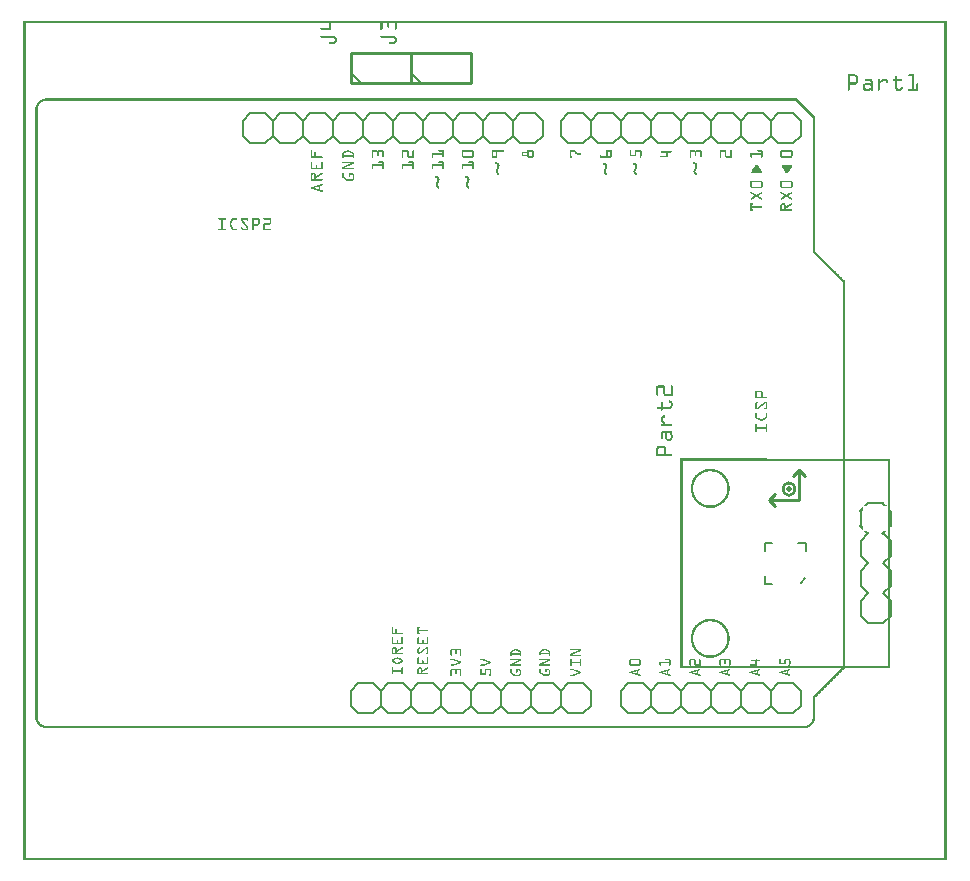
<source format=gto>
G04 MADE WITH FRITZING*
G04 WWW.FRITZING.ORG*
G04 DOUBLE SIDED*
G04 HOLES PLATED*
G04 CONTOUR ON CENTER OF CONTOUR VECTOR*
%ASAXBY*%
%FSLAX23Y23*%
%MOIN*%
%OFA0B0*%
%SFA1.0B1.0*%
%ADD10C,0.051228X0.0312284*%
%ADD11C,0.020000X0*%
%ADD12C,0.010000*%
%ADD13C,0.005000*%
%ADD14C,0.008000*%
%ADD15C,0.006000*%
%ADD16R,0.001000X0.001000*%
%LNSILK1*%
G90*
G70*
G54D10*
X2551Y1237D03*
G54D11*
X2551Y1237D03*
G54D12*
X1091Y2589D02*
X1291Y2589D01*
D02*
X1291Y2589D02*
X1291Y2689D01*
D02*
X1291Y2689D02*
X1091Y2689D01*
D02*
X1091Y2689D02*
X1091Y2589D01*
G54D13*
D02*
X1126Y2589D02*
X1091Y2624D01*
G54D12*
D02*
X2586Y1202D02*
X2586Y1302D01*
D02*
X2586Y1302D02*
X2606Y1282D01*
D02*
X2586Y1302D02*
X2566Y1282D01*
D02*
X2586Y1202D02*
X2486Y1202D01*
D02*
X2486Y1202D02*
X2506Y1182D01*
D02*
X2486Y1202D02*
X2506Y1222D01*
G54D14*
D02*
X2891Y864D02*
X2891Y814D01*
D02*
X2891Y814D02*
X2866Y789D01*
D02*
X2816Y789D02*
X2791Y814D01*
D02*
X2866Y989D02*
X2891Y964D01*
D02*
X2891Y964D02*
X2891Y914D01*
D02*
X2891Y914D02*
X2866Y889D01*
D02*
X2816Y889D02*
X2791Y914D01*
D02*
X2791Y914D02*
X2791Y964D01*
D02*
X2791Y964D02*
X2816Y989D01*
D02*
X2891Y864D02*
X2866Y889D01*
D02*
X2816Y889D02*
X2791Y864D01*
D02*
X2791Y814D02*
X2791Y864D01*
D02*
X2891Y1164D02*
X2891Y1114D01*
D02*
X2866Y1089D02*
X2891Y1064D01*
D02*
X2891Y1064D02*
X2891Y1014D01*
D02*
X2891Y1014D02*
X2866Y989D01*
D02*
X2816Y989D02*
X2791Y1014D01*
D02*
X2791Y1014D02*
X2791Y1064D01*
D02*
X2791Y1064D02*
X2816Y1089D01*
D02*
X2866Y1189D02*
X2816Y1189D01*
D02*
X2791Y1114D02*
X2791Y1164D01*
D02*
X2866Y789D02*
X2816Y789D01*
D02*
X2608Y1056D02*
X2608Y1032D01*
D02*
X2608Y1056D02*
X2584Y1056D01*
D02*
X2497Y1056D02*
X2474Y1056D01*
D02*
X2474Y1056D02*
X2474Y1032D01*
D02*
X2474Y946D02*
X2474Y922D01*
D02*
X2474Y922D02*
X2497Y922D01*
D02*
X2591Y925D02*
X2605Y939D01*
G54D15*
D02*
X2316Y589D02*
X2366Y589D01*
D02*
X2366Y589D02*
X2391Y564D01*
D02*
X2391Y564D02*
X2391Y514D01*
D02*
X2391Y514D02*
X2366Y489D01*
D02*
X2391Y564D02*
X2416Y589D01*
D02*
X2416Y589D02*
X2466Y589D01*
D02*
X2466Y589D02*
X2491Y564D01*
D02*
X2491Y564D02*
X2491Y514D01*
D02*
X2491Y514D02*
X2466Y489D01*
D02*
X2466Y489D02*
X2416Y489D01*
D02*
X2416Y489D02*
X2391Y514D01*
D02*
X2191Y564D02*
X2216Y589D01*
D02*
X2216Y589D02*
X2266Y589D01*
D02*
X2266Y589D02*
X2291Y564D01*
D02*
X2291Y564D02*
X2291Y514D01*
D02*
X2291Y514D02*
X2266Y489D01*
D02*
X2266Y489D02*
X2216Y489D01*
D02*
X2216Y489D02*
X2191Y514D01*
D02*
X2316Y589D02*
X2291Y564D01*
D02*
X2291Y514D02*
X2316Y489D01*
D02*
X2366Y489D02*
X2316Y489D01*
D02*
X2016Y589D02*
X2066Y589D01*
D02*
X2066Y589D02*
X2091Y564D01*
D02*
X2091Y564D02*
X2091Y514D01*
D02*
X2091Y514D02*
X2066Y489D01*
D02*
X2091Y564D02*
X2116Y589D01*
D02*
X2116Y589D02*
X2166Y589D01*
D02*
X2166Y589D02*
X2191Y564D01*
D02*
X2191Y564D02*
X2191Y514D01*
D02*
X2191Y514D02*
X2166Y489D01*
D02*
X2166Y489D02*
X2116Y489D01*
D02*
X2116Y489D02*
X2091Y514D01*
D02*
X1991Y564D02*
X1991Y514D01*
D02*
X2016Y589D02*
X1991Y564D01*
D02*
X1991Y514D02*
X2016Y489D01*
D02*
X2066Y489D02*
X2016Y489D01*
D02*
X2516Y589D02*
X2566Y589D01*
D02*
X2566Y589D02*
X2591Y564D01*
D02*
X2591Y564D02*
X2591Y514D01*
D02*
X2591Y514D02*
X2566Y489D01*
D02*
X2516Y589D02*
X2491Y564D01*
D02*
X2491Y514D02*
X2516Y489D01*
D02*
X2566Y489D02*
X2516Y489D01*
D02*
X906Y2389D02*
X856Y2389D01*
D02*
X1106Y2389D02*
X1056Y2389D01*
D02*
X1006Y2389D02*
X956Y2389D01*
D02*
X1206Y2389D02*
X1156Y2389D01*
D02*
X1406Y2389D02*
X1356Y2389D01*
D02*
X1306Y2389D02*
X1256Y2389D01*
D02*
X1506Y2389D02*
X1456Y2389D01*
D02*
X1706Y2389D02*
X1656Y2389D01*
D02*
X1606Y2389D02*
X1556Y2389D01*
D02*
X806Y2389D02*
X756Y2389D01*
D02*
X931Y2414D02*
X906Y2389D01*
D02*
X856Y2389D02*
X831Y2414D01*
D02*
X831Y2414D02*
X831Y2464D01*
D02*
X831Y2464D02*
X856Y2489D01*
D02*
X856Y2489D02*
X906Y2489D01*
D02*
X906Y2489D02*
X931Y2464D01*
D02*
X1056Y2389D02*
X1031Y2414D01*
D02*
X1031Y2414D02*
X1031Y2464D01*
D02*
X1031Y2464D02*
X1056Y2489D01*
D02*
X1031Y2414D02*
X1006Y2389D01*
D02*
X956Y2389D02*
X931Y2414D01*
D02*
X931Y2414D02*
X931Y2464D01*
D02*
X931Y2464D02*
X956Y2489D01*
D02*
X956Y2489D02*
X1006Y2489D01*
D02*
X1006Y2489D02*
X1031Y2464D01*
D02*
X1231Y2414D02*
X1206Y2389D01*
D02*
X1156Y2389D02*
X1131Y2414D01*
D02*
X1131Y2414D02*
X1131Y2464D01*
D02*
X1131Y2464D02*
X1156Y2489D01*
D02*
X1156Y2489D02*
X1206Y2489D01*
D02*
X1206Y2489D02*
X1231Y2464D01*
D02*
X1106Y2389D02*
X1131Y2414D01*
D02*
X1131Y2464D02*
X1106Y2489D01*
D02*
X1056Y2489D02*
X1106Y2489D01*
D02*
X1356Y2389D02*
X1331Y2414D01*
D02*
X1331Y2414D02*
X1331Y2464D01*
D02*
X1331Y2464D02*
X1356Y2489D01*
D02*
X1331Y2414D02*
X1306Y2389D01*
D02*
X1256Y2389D02*
X1231Y2414D01*
D02*
X1231Y2414D02*
X1231Y2464D01*
D02*
X1231Y2464D02*
X1256Y2489D01*
D02*
X1256Y2489D02*
X1306Y2489D01*
D02*
X1306Y2489D02*
X1331Y2464D01*
D02*
X1531Y2414D02*
X1506Y2389D01*
D02*
X1456Y2389D02*
X1431Y2414D01*
D02*
X1431Y2414D02*
X1431Y2464D01*
D02*
X1431Y2464D02*
X1456Y2489D01*
D02*
X1456Y2489D02*
X1506Y2489D01*
D02*
X1506Y2489D02*
X1531Y2464D01*
D02*
X1406Y2389D02*
X1431Y2414D01*
D02*
X1431Y2464D02*
X1406Y2489D01*
D02*
X1356Y2489D02*
X1406Y2489D01*
D02*
X1656Y2389D02*
X1631Y2414D01*
D02*
X1631Y2414D02*
X1631Y2464D01*
D02*
X1631Y2464D02*
X1656Y2489D01*
D02*
X1631Y2414D02*
X1606Y2389D01*
D02*
X1556Y2389D02*
X1531Y2414D01*
D02*
X1531Y2414D02*
X1531Y2464D01*
D02*
X1531Y2464D02*
X1556Y2489D01*
D02*
X1556Y2489D02*
X1606Y2489D01*
D02*
X1606Y2489D02*
X1631Y2464D01*
D02*
X1731Y2414D02*
X1731Y2464D01*
D02*
X1706Y2389D02*
X1731Y2414D01*
D02*
X1731Y2464D02*
X1706Y2489D01*
D02*
X1656Y2489D02*
X1706Y2489D01*
D02*
X756Y2389D02*
X731Y2414D01*
D02*
X731Y2414D02*
X731Y2464D01*
D02*
X731Y2464D02*
X756Y2489D01*
D02*
X806Y2389D02*
X831Y2414D01*
D02*
X831Y2464D02*
X806Y2489D01*
D02*
X756Y2489D02*
X806Y2489D01*
D02*
X1966Y2389D02*
X1916Y2389D01*
D02*
X1916Y2389D02*
X1891Y2414D01*
D02*
X1891Y2414D02*
X1891Y2464D01*
D02*
X1891Y2464D02*
X1916Y2489D01*
D02*
X2091Y2414D02*
X2066Y2389D01*
D02*
X2066Y2389D02*
X2016Y2389D01*
D02*
X2016Y2389D02*
X1991Y2414D01*
D02*
X1991Y2414D02*
X1991Y2464D01*
D02*
X1991Y2464D02*
X2016Y2489D01*
D02*
X2016Y2489D02*
X2066Y2489D01*
D02*
X2066Y2489D02*
X2091Y2464D01*
D02*
X1966Y2389D02*
X1991Y2414D01*
D02*
X1991Y2464D02*
X1966Y2489D01*
D02*
X1916Y2489D02*
X1966Y2489D01*
D02*
X2266Y2389D02*
X2216Y2389D01*
D02*
X2216Y2389D02*
X2191Y2414D01*
D02*
X2191Y2414D02*
X2191Y2464D01*
D02*
X2191Y2464D02*
X2216Y2489D01*
D02*
X2191Y2414D02*
X2166Y2389D01*
D02*
X2166Y2389D02*
X2116Y2389D01*
D02*
X2116Y2389D02*
X2091Y2414D01*
D02*
X2091Y2414D02*
X2091Y2464D01*
D02*
X2091Y2464D02*
X2116Y2489D01*
D02*
X2116Y2489D02*
X2166Y2489D01*
D02*
X2166Y2489D02*
X2191Y2464D01*
D02*
X2391Y2414D02*
X2366Y2389D01*
D02*
X2366Y2389D02*
X2316Y2389D01*
D02*
X2316Y2389D02*
X2291Y2414D01*
D02*
X2291Y2414D02*
X2291Y2464D01*
D02*
X2291Y2464D02*
X2316Y2489D01*
D02*
X2316Y2489D02*
X2366Y2489D01*
D02*
X2366Y2489D02*
X2391Y2464D01*
D02*
X2266Y2389D02*
X2291Y2414D01*
D02*
X2291Y2464D02*
X2266Y2489D01*
D02*
X2216Y2489D02*
X2266Y2489D01*
D02*
X2566Y2389D02*
X2516Y2389D01*
D02*
X2516Y2389D02*
X2491Y2414D01*
D02*
X2491Y2414D02*
X2491Y2464D01*
D02*
X2491Y2464D02*
X2516Y2489D01*
D02*
X2491Y2414D02*
X2466Y2389D01*
D02*
X2466Y2389D02*
X2416Y2389D01*
D02*
X2416Y2389D02*
X2391Y2414D01*
D02*
X2391Y2414D02*
X2391Y2464D01*
D02*
X2391Y2464D02*
X2416Y2489D01*
D02*
X2416Y2489D02*
X2466Y2489D01*
D02*
X2466Y2489D02*
X2491Y2464D01*
D02*
X2591Y2414D02*
X2591Y2464D01*
D02*
X2566Y2389D02*
X2591Y2414D01*
D02*
X2591Y2464D02*
X2566Y2489D01*
D02*
X2516Y2489D02*
X2566Y2489D01*
D02*
X1866Y2389D02*
X1816Y2389D01*
D02*
X1816Y2389D02*
X1791Y2414D01*
D02*
X1791Y2414D02*
X1791Y2464D01*
D02*
X1791Y2464D02*
X1816Y2489D01*
D02*
X1866Y2389D02*
X1891Y2414D01*
D02*
X1891Y2464D02*
X1866Y2489D01*
D02*
X1816Y2489D02*
X1866Y2489D01*
D02*
X1716Y589D02*
X1766Y589D01*
D02*
X1766Y589D02*
X1791Y564D01*
D02*
X1791Y564D02*
X1791Y514D01*
D02*
X1791Y514D02*
X1766Y489D01*
D02*
X1591Y564D02*
X1616Y589D01*
D02*
X1616Y589D02*
X1666Y589D01*
D02*
X1666Y589D02*
X1691Y564D01*
D02*
X1691Y564D02*
X1691Y514D01*
D02*
X1691Y514D02*
X1666Y489D01*
D02*
X1666Y489D02*
X1616Y489D01*
D02*
X1616Y489D02*
X1591Y514D01*
D02*
X1716Y589D02*
X1691Y564D01*
D02*
X1691Y514D02*
X1716Y489D01*
D02*
X1766Y489D02*
X1716Y489D01*
D02*
X1416Y589D02*
X1466Y589D01*
D02*
X1466Y589D02*
X1491Y564D01*
D02*
X1491Y564D02*
X1491Y514D01*
D02*
X1491Y514D02*
X1466Y489D01*
D02*
X1491Y564D02*
X1516Y589D01*
D02*
X1516Y589D02*
X1566Y589D01*
D02*
X1566Y589D02*
X1591Y564D01*
D02*
X1591Y564D02*
X1591Y514D01*
D02*
X1591Y514D02*
X1566Y489D01*
D02*
X1566Y489D02*
X1516Y489D01*
D02*
X1516Y489D02*
X1491Y514D01*
D02*
X1291Y564D02*
X1316Y589D01*
D02*
X1316Y589D02*
X1366Y589D01*
D02*
X1366Y589D02*
X1391Y564D01*
D02*
X1391Y564D02*
X1391Y514D01*
D02*
X1391Y514D02*
X1366Y489D01*
D02*
X1366Y489D02*
X1316Y489D01*
D02*
X1316Y489D02*
X1291Y514D01*
D02*
X1416Y589D02*
X1391Y564D01*
D02*
X1391Y514D02*
X1416Y489D01*
D02*
X1466Y489D02*
X1416Y489D01*
D02*
X1116Y589D02*
X1166Y589D01*
D02*
X1166Y589D02*
X1191Y564D01*
D02*
X1191Y564D02*
X1191Y514D01*
D02*
X1191Y514D02*
X1166Y489D01*
D02*
X1191Y564D02*
X1216Y589D01*
D02*
X1216Y589D02*
X1266Y589D01*
D02*
X1266Y589D02*
X1291Y564D01*
D02*
X1291Y564D02*
X1291Y514D01*
D02*
X1291Y514D02*
X1266Y489D01*
D02*
X1266Y489D02*
X1216Y489D01*
D02*
X1216Y489D02*
X1191Y514D01*
D02*
X1091Y564D02*
X1091Y514D01*
D02*
X1116Y589D02*
X1091Y564D01*
D02*
X1091Y514D02*
X1116Y489D01*
D02*
X1166Y489D02*
X1116Y489D01*
D02*
X1816Y589D02*
X1866Y589D01*
D02*
X1866Y589D02*
X1891Y564D01*
D02*
X1891Y564D02*
X1891Y514D01*
D02*
X1891Y514D02*
X1866Y489D01*
D02*
X1816Y589D02*
X1791Y564D01*
D02*
X1791Y514D02*
X1816Y489D01*
D02*
X1866Y489D02*
X1816Y489D01*
G54D12*
D02*
X1291Y2589D02*
X1491Y2589D01*
D02*
X1491Y2589D02*
X1491Y2689D01*
D02*
X1491Y2689D02*
X1291Y2689D01*
D02*
X1291Y2689D02*
X1291Y2589D01*
G54D13*
D02*
X1326Y2589D02*
X1291Y2624D01*
G54D16*
X0Y2798D02*
X3078Y2798D01*
X0Y2797D02*
X3078Y2797D01*
X0Y2796D02*
X3078Y2796D01*
X0Y2795D02*
X3078Y2795D01*
X0Y2794D02*
X3078Y2794D01*
X0Y2793D02*
X3078Y2793D01*
X0Y2792D02*
X3078Y2792D01*
X0Y2791D02*
X3078Y2791D01*
X0Y2790D02*
X7Y2790D01*
X999Y2790D02*
X1042Y2790D01*
X1191Y2790D02*
X1197Y2790D01*
X1214Y2790D02*
X1220Y2790D01*
X1238Y2790D02*
X1244Y2790D01*
X3071Y2790D02*
X3078Y2790D01*
X0Y2789D02*
X7Y2789D01*
X1020Y2789D02*
X1026Y2789D01*
X1191Y2789D02*
X1197Y2789D01*
X1214Y2789D02*
X1220Y2789D01*
X1238Y2789D02*
X1244Y2789D01*
X3071Y2789D02*
X3078Y2789D01*
X0Y2788D02*
X7Y2788D01*
X1020Y2788D02*
X1026Y2788D01*
X1191Y2788D02*
X1197Y2788D01*
X1214Y2788D02*
X1220Y2788D01*
X1238Y2788D02*
X1244Y2788D01*
X3071Y2788D02*
X3078Y2788D01*
X0Y2787D02*
X7Y2787D01*
X1020Y2787D02*
X1026Y2787D01*
X1191Y2787D02*
X1197Y2787D01*
X1214Y2787D02*
X1220Y2787D01*
X1238Y2787D02*
X1244Y2787D01*
X3071Y2787D02*
X3078Y2787D01*
X0Y2786D02*
X7Y2786D01*
X1020Y2786D02*
X1026Y2786D01*
X1191Y2786D02*
X1197Y2786D01*
X1214Y2786D02*
X1220Y2786D01*
X1238Y2786D02*
X1244Y2786D01*
X3071Y2786D02*
X3078Y2786D01*
X0Y2785D02*
X7Y2785D01*
X1020Y2785D02*
X1026Y2785D01*
X1191Y2785D02*
X1197Y2785D01*
X1214Y2785D02*
X1220Y2785D01*
X1238Y2785D02*
X1244Y2785D01*
X3071Y2785D02*
X3078Y2785D01*
X0Y2784D02*
X7Y2784D01*
X1020Y2784D02*
X1026Y2784D01*
X1191Y2784D02*
X1197Y2784D01*
X1214Y2784D02*
X1220Y2784D01*
X1238Y2784D02*
X1244Y2784D01*
X3071Y2784D02*
X3078Y2784D01*
X0Y2783D02*
X7Y2783D01*
X1020Y2783D02*
X1026Y2783D01*
X1191Y2783D02*
X1197Y2783D01*
X1214Y2783D02*
X1220Y2783D01*
X1238Y2783D02*
X1244Y2783D01*
X3071Y2783D02*
X3078Y2783D01*
X0Y2782D02*
X7Y2782D01*
X1020Y2782D02*
X1026Y2782D01*
X1191Y2782D02*
X1197Y2782D01*
X1214Y2782D02*
X1220Y2782D01*
X1238Y2782D02*
X1244Y2782D01*
X3071Y2782D02*
X3078Y2782D01*
X0Y2781D02*
X7Y2781D01*
X1020Y2781D02*
X1026Y2781D01*
X1191Y2781D02*
X1197Y2781D01*
X1214Y2781D02*
X1220Y2781D01*
X1238Y2781D02*
X1244Y2781D01*
X3071Y2781D02*
X3078Y2781D01*
X0Y2780D02*
X7Y2780D01*
X1020Y2780D02*
X1026Y2780D01*
X1191Y2780D02*
X1197Y2780D01*
X1214Y2780D02*
X1220Y2780D01*
X1238Y2780D02*
X1244Y2780D01*
X3071Y2780D02*
X3078Y2780D01*
X0Y2779D02*
X7Y2779D01*
X1020Y2779D02*
X1026Y2779D01*
X1191Y2779D02*
X1197Y2779D01*
X1214Y2779D02*
X1220Y2779D01*
X1238Y2779D02*
X1244Y2779D01*
X3071Y2779D02*
X3078Y2779D01*
X0Y2778D02*
X7Y2778D01*
X1020Y2778D02*
X1026Y2778D01*
X1191Y2778D02*
X1197Y2778D01*
X1214Y2778D02*
X1220Y2778D01*
X1238Y2778D02*
X1244Y2778D01*
X3071Y2778D02*
X3078Y2778D01*
X0Y2777D02*
X7Y2777D01*
X1020Y2777D02*
X1026Y2777D01*
X1191Y2777D02*
X1197Y2777D01*
X1214Y2777D02*
X1220Y2777D01*
X1238Y2777D02*
X1244Y2777D01*
X3071Y2777D02*
X3078Y2777D01*
X0Y2776D02*
X7Y2776D01*
X1020Y2776D02*
X1026Y2776D01*
X1191Y2776D02*
X1197Y2776D01*
X1215Y2776D02*
X1220Y2776D01*
X1238Y2776D02*
X1244Y2776D01*
X3071Y2776D02*
X3078Y2776D01*
X0Y2775D02*
X7Y2775D01*
X992Y2775D02*
X1026Y2775D01*
X1191Y2775D02*
X1197Y2775D01*
X1216Y2775D02*
X1219Y2775D01*
X1238Y2775D02*
X1244Y2775D01*
X3071Y2775D02*
X3078Y2775D01*
X0Y2774D02*
X7Y2774D01*
X991Y2774D02*
X1026Y2774D01*
X1191Y2774D02*
X1197Y2774D01*
X1238Y2774D02*
X1244Y2774D01*
X3071Y2774D02*
X3078Y2774D01*
X0Y2773D02*
X7Y2773D01*
X991Y2773D02*
X1026Y2773D01*
X1191Y2773D02*
X1197Y2773D01*
X1238Y2773D02*
X1244Y2773D01*
X3071Y2773D02*
X3078Y2773D01*
X0Y2772D02*
X7Y2772D01*
X991Y2772D02*
X1026Y2772D01*
X1191Y2772D02*
X1197Y2772D01*
X1238Y2772D02*
X1244Y2772D01*
X3071Y2772D02*
X3078Y2772D01*
X0Y2771D02*
X7Y2771D01*
X991Y2771D02*
X1026Y2771D01*
X1191Y2771D02*
X1197Y2771D01*
X1238Y2771D02*
X1244Y2771D01*
X3071Y2771D02*
X3078Y2771D01*
X0Y2770D02*
X7Y2770D01*
X992Y2770D02*
X1026Y2770D01*
X1191Y2770D02*
X1196Y2770D01*
X1238Y2770D02*
X1244Y2770D01*
X3071Y2770D02*
X3078Y2770D01*
X0Y2769D02*
X7Y2769D01*
X994Y2769D02*
X1026Y2769D01*
X1191Y2769D02*
X1196Y2769D01*
X1238Y2769D02*
X1243Y2769D01*
X3071Y2769D02*
X3078Y2769D01*
X0Y2768D02*
X7Y2768D01*
X1192Y2768D02*
X1195Y2768D01*
X1239Y2768D02*
X1242Y2768D01*
X3071Y2768D02*
X3078Y2768D01*
X0Y2767D02*
X7Y2767D01*
X3071Y2767D02*
X3078Y2767D01*
X0Y2766D02*
X7Y2766D01*
X3071Y2766D02*
X3078Y2766D01*
X0Y2765D02*
X7Y2765D01*
X3071Y2765D02*
X3078Y2765D01*
X0Y2764D02*
X7Y2764D01*
X3071Y2764D02*
X3078Y2764D01*
X0Y2763D02*
X7Y2763D01*
X3071Y2763D02*
X3078Y2763D01*
X0Y2762D02*
X7Y2762D01*
X3071Y2762D02*
X3078Y2762D01*
X0Y2761D02*
X7Y2761D01*
X3071Y2761D02*
X3078Y2761D01*
X0Y2760D02*
X7Y2760D01*
X3071Y2760D02*
X3078Y2760D01*
X0Y2759D02*
X7Y2759D01*
X3071Y2759D02*
X3078Y2759D01*
X0Y2758D02*
X7Y2758D01*
X3071Y2758D02*
X3078Y2758D01*
X0Y2757D02*
X7Y2757D01*
X3071Y2757D02*
X3078Y2757D01*
X0Y2756D02*
X7Y2756D01*
X3071Y2756D02*
X3078Y2756D01*
X0Y2755D02*
X7Y2755D01*
X3071Y2755D02*
X3078Y2755D01*
X0Y2754D02*
X7Y2754D01*
X3071Y2754D02*
X3078Y2754D01*
X0Y2753D02*
X7Y2753D01*
X3071Y2753D02*
X3078Y2753D01*
X0Y2752D02*
X7Y2752D01*
X3071Y2752D02*
X3078Y2752D01*
X0Y2751D02*
X7Y2751D01*
X3071Y2751D02*
X3078Y2751D01*
X0Y2750D02*
X7Y2750D01*
X3071Y2750D02*
X3078Y2750D01*
X0Y2749D02*
X7Y2749D01*
X3071Y2749D02*
X3078Y2749D01*
X0Y2748D02*
X7Y2748D01*
X993Y2748D02*
X1035Y2748D01*
X1193Y2748D02*
X1235Y2748D01*
X3071Y2748D02*
X3078Y2748D01*
X0Y2747D02*
X7Y2747D01*
X992Y2747D02*
X1038Y2747D01*
X1192Y2747D02*
X1238Y2747D01*
X3071Y2747D02*
X3078Y2747D01*
X0Y2746D02*
X7Y2746D01*
X991Y2746D02*
X1040Y2746D01*
X1191Y2746D02*
X1240Y2746D01*
X3071Y2746D02*
X3078Y2746D01*
X0Y2745D02*
X7Y2745D01*
X991Y2745D02*
X1041Y2745D01*
X1191Y2745D02*
X1241Y2745D01*
X3071Y2745D02*
X3078Y2745D01*
X0Y2744D02*
X7Y2744D01*
X991Y2744D02*
X1042Y2744D01*
X1191Y2744D02*
X1242Y2744D01*
X3071Y2744D02*
X3078Y2744D01*
X0Y2743D02*
X7Y2743D01*
X991Y2743D02*
X1042Y2743D01*
X1191Y2743D02*
X1242Y2743D01*
X3071Y2743D02*
X3078Y2743D01*
X0Y2742D02*
X7Y2742D01*
X992Y2742D02*
X1043Y2742D01*
X1192Y2742D02*
X1243Y2742D01*
X3071Y2742D02*
X3078Y2742D01*
X0Y2741D02*
X7Y2741D01*
X1035Y2741D02*
X1043Y2741D01*
X1235Y2741D02*
X1243Y2741D01*
X3071Y2741D02*
X3078Y2741D01*
X0Y2740D02*
X7Y2740D01*
X1037Y2740D02*
X1044Y2740D01*
X1237Y2740D02*
X1244Y2740D01*
X3071Y2740D02*
X3078Y2740D01*
X0Y2739D02*
X7Y2739D01*
X1037Y2739D02*
X1044Y2739D01*
X1237Y2739D02*
X1244Y2739D01*
X3071Y2739D02*
X3078Y2739D01*
X0Y2738D02*
X7Y2738D01*
X1038Y2738D02*
X1044Y2738D01*
X1238Y2738D02*
X1244Y2738D01*
X3071Y2738D02*
X3078Y2738D01*
X0Y2737D02*
X7Y2737D01*
X1038Y2737D02*
X1044Y2737D01*
X1238Y2737D02*
X1244Y2737D01*
X3071Y2737D02*
X3078Y2737D01*
X0Y2736D02*
X7Y2736D01*
X1038Y2736D02*
X1044Y2736D01*
X1238Y2736D02*
X1244Y2736D01*
X3071Y2736D02*
X3078Y2736D01*
X0Y2735D02*
X7Y2735D01*
X1038Y2735D02*
X1044Y2735D01*
X1238Y2735D02*
X1244Y2735D01*
X3071Y2735D02*
X3078Y2735D01*
X0Y2734D02*
X7Y2734D01*
X1038Y2734D02*
X1044Y2734D01*
X1238Y2734D02*
X1244Y2734D01*
X3071Y2734D02*
X3078Y2734D01*
X0Y2733D02*
X7Y2733D01*
X1038Y2733D02*
X1044Y2733D01*
X1238Y2733D02*
X1244Y2733D01*
X3071Y2733D02*
X3078Y2733D01*
X0Y2732D02*
X7Y2732D01*
X1038Y2732D02*
X1044Y2732D01*
X1238Y2732D02*
X1244Y2732D01*
X3071Y2732D02*
X3078Y2732D01*
X0Y2731D02*
X7Y2731D01*
X1038Y2731D02*
X1044Y2731D01*
X1238Y2731D02*
X1244Y2731D01*
X3071Y2731D02*
X3078Y2731D01*
X0Y2730D02*
X7Y2730D01*
X1038Y2730D02*
X1044Y2730D01*
X1238Y2730D02*
X1244Y2730D01*
X3071Y2730D02*
X3078Y2730D01*
X0Y2729D02*
X7Y2729D01*
X1037Y2729D02*
X1044Y2729D01*
X1237Y2729D02*
X1244Y2729D01*
X3071Y2729D02*
X3078Y2729D01*
X0Y2728D02*
X7Y2728D01*
X1036Y2728D02*
X1043Y2728D01*
X1236Y2728D02*
X1243Y2728D01*
X3071Y2728D02*
X3078Y2728D01*
X0Y2727D02*
X7Y2727D01*
X1022Y2727D02*
X1043Y2727D01*
X1222Y2727D02*
X1243Y2727D01*
X3071Y2727D02*
X3078Y2727D01*
X0Y2726D02*
X7Y2726D01*
X1021Y2726D02*
X1042Y2726D01*
X1221Y2726D02*
X1242Y2726D01*
X3071Y2726D02*
X3078Y2726D01*
X0Y2725D02*
X7Y2725D01*
X1020Y2725D02*
X1042Y2725D01*
X1220Y2725D02*
X1242Y2725D01*
X3071Y2725D02*
X3078Y2725D01*
X0Y2724D02*
X7Y2724D01*
X1020Y2724D02*
X1041Y2724D01*
X1220Y2724D02*
X1241Y2724D01*
X3071Y2724D02*
X3078Y2724D01*
X0Y2723D02*
X7Y2723D01*
X1020Y2723D02*
X1040Y2723D01*
X1220Y2723D02*
X1240Y2723D01*
X3071Y2723D02*
X3078Y2723D01*
X0Y2722D02*
X7Y2722D01*
X1021Y2722D02*
X1039Y2722D01*
X1221Y2722D02*
X1239Y2722D01*
X3071Y2722D02*
X3078Y2722D01*
X0Y2721D02*
X7Y2721D01*
X1022Y2721D02*
X1036Y2721D01*
X1222Y2721D02*
X1236Y2721D01*
X3071Y2721D02*
X3078Y2721D01*
X0Y2720D02*
X7Y2720D01*
X3071Y2720D02*
X3078Y2720D01*
X0Y2719D02*
X7Y2719D01*
X3071Y2719D02*
X3078Y2719D01*
X0Y2718D02*
X7Y2718D01*
X3071Y2718D02*
X3078Y2718D01*
X0Y2717D02*
X7Y2717D01*
X3071Y2717D02*
X3078Y2717D01*
X0Y2716D02*
X7Y2716D01*
X3071Y2716D02*
X3078Y2716D01*
X0Y2715D02*
X7Y2715D01*
X3071Y2715D02*
X3078Y2715D01*
X0Y2714D02*
X7Y2714D01*
X3071Y2714D02*
X3078Y2714D01*
X0Y2713D02*
X7Y2713D01*
X3071Y2713D02*
X3078Y2713D01*
X0Y2712D02*
X7Y2712D01*
X3071Y2712D02*
X3078Y2712D01*
X0Y2711D02*
X7Y2711D01*
X3071Y2711D02*
X3078Y2711D01*
X0Y2710D02*
X7Y2710D01*
X3071Y2710D02*
X3078Y2710D01*
X0Y2709D02*
X7Y2709D01*
X3071Y2709D02*
X3078Y2709D01*
X0Y2708D02*
X7Y2708D01*
X3071Y2708D02*
X3078Y2708D01*
X0Y2707D02*
X7Y2707D01*
X3071Y2707D02*
X3078Y2707D01*
X0Y2706D02*
X7Y2706D01*
X3071Y2706D02*
X3078Y2706D01*
X0Y2705D02*
X7Y2705D01*
X3071Y2705D02*
X3078Y2705D01*
X0Y2704D02*
X7Y2704D01*
X3071Y2704D02*
X3078Y2704D01*
X0Y2703D02*
X7Y2703D01*
X3071Y2703D02*
X3078Y2703D01*
X0Y2702D02*
X7Y2702D01*
X3071Y2702D02*
X3078Y2702D01*
X0Y2701D02*
X7Y2701D01*
X3071Y2701D02*
X3078Y2701D01*
X0Y2700D02*
X7Y2700D01*
X3071Y2700D02*
X3078Y2700D01*
X0Y2699D02*
X7Y2699D01*
X3071Y2699D02*
X3078Y2699D01*
X0Y2698D02*
X7Y2698D01*
X3071Y2698D02*
X3078Y2698D01*
X0Y2697D02*
X7Y2697D01*
X3071Y2697D02*
X3078Y2697D01*
X0Y2696D02*
X7Y2696D01*
X3071Y2696D02*
X3078Y2696D01*
X0Y2695D02*
X7Y2695D01*
X3071Y2695D02*
X3078Y2695D01*
X0Y2694D02*
X7Y2694D01*
X3071Y2694D02*
X3078Y2694D01*
X0Y2693D02*
X7Y2693D01*
X3071Y2693D02*
X3078Y2693D01*
X0Y2692D02*
X7Y2692D01*
X3071Y2692D02*
X3078Y2692D01*
X0Y2691D02*
X7Y2691D01*
X3071Y2691D02*
X3078Y2691D01*
X0Y2690D02*
X7Y2690D01*
X3071Y2690D02*
X3078Y2690D01*
X0Y2689D02*
X7Y2689D01*
X3071Y2689D02*
X3078Y2689D01*
X0Y2688D02*
X7Y2688D01*
X3071Y2688D02*
X3078Y2688D01*
X0Y2687D02*
X7Y2687D01*
X3071Y2687D02*
X3078Y2687D01*
X0Y2686D02*
X7Y2686D01*
X3071Y2686D02*
X3078Y2686D01*
X0Y2685D02*
X7Y2685D01*
X3071Y2685D02*
X3078Y2685D01*
X0Y2684D02*
X7Y2684D01*
X3071Y2684D02*
X3078Y2684D01*
X0Y2683D02*
X7Y2683D01*
X3071Y2683D02*
X3078Y2683D01*
X0Y2682D02*
X7Y2682D01*
X3071Y2682D02*
X3078Y2682D01*
X0Y2681D02*
X7Y2681D01*
X3071Y2681D02*
X3078Y2681D01*
X0Y2680D02*
X7Y2680D01*
X3071Y2680D02*
X3078Y2680D01*
X0Y2679D02*
X7Y2679D01*
X3071Y2679D02*
X3078Y2679D01*
X0Y2678D02*
X7Y2678D01*
X3071Y2678D02*
X3078Y2678D01*
X0Y2677D02*
X7Y2677D01*
X3071Y2677D02*
X3078Y2677D01*
X0Y2676D02*
X7Y2676D01*
X3071Y2676D02*
X3078Y2676D01*
X0Y2675D02*
X7Y2675D01*
X3071Y2675D02*
X3078Y2675D01*
X0Y2674D02*
X7Y2674D01*
X3071Y2674D02*
X3078Y2674D01*
X0Y2673D02*
X7Y2673D01*
X3071Y2673D02*
X3078Y2673D01*
X0Y2672D02*
X7Y2672D01*
X3071Y2672D02*
X3078Y2672D01*
X0Y2671D02*
X7Y2671D01*
X3071Y2671D02*
X3078Y2671D01*
X0Y2670D02*
X7Y2670D01*
X3071Y2670D02*
X3078Y2670D01*
X0Y2669D02*
X7Y2669D01*
X3071Y2669D02*
X3078Y2669D01*
X0Y2668D02*
X7Y2668D01*
X3071Y2668D02*
X3078Y2668D01*
X0Y2667D02*
X7Y2667D01*
X3071Y2667D02*
X3078Y2667D01*
X0Y2666D02*
X7Y2666D01*
X3071Y2666D02*
X3078Y2666D01*
X0Y2665D02*
X7Y2665D01*
X3071Y2665D02*
X3078Y2665D01*
X0Y2664D02*
X7Y2664D01*
X3071Y2664D02*
X3078Y2664D01*
X0Y2663D02*
X7Y2663D01*
X3071Y2663D02*
X3078Y2663D01*
X0Y2662D02*
X7Y2662D01*
X3071Y2662D02*
X3078Y2662D01*
X0Y2661D02*
X7Y2661D01*
X3071Y2661D02*
X3078Y2661D01*
X0Y2660D02*
X7Y2660D01*
X3071Y2660D02*
X3078Y2660D01*
X0Y2659D02*
X7Y2659D01*
X3071Y2659D02*
X3078Y2659D01*
X0Y2658D02*
X7Y2658D01*
X3071Y2658D02*
X3078Y2658D01*
X0Y2657D02*
X7Y2657D01*
X3071Y2657D02*
X3078Y2657D01*
X0Y2656D02*
X7Y2656D01*
X3071Y2656D02*
X3078Y2656D01*
X0Y2655D02*
X7Y2655D01*
X3071Y2655D02*
X3078Y2655D01*
X0Y2654D02*
X7Y2654D01*
X3071Y2654D02*
X3078Y2654D01*
X0Y2653D02*
X7Y2653D01*
X3071Y2653D02*
X3078Y2653D01*
X0Y2652D02*
X7Y2652D01*
X3071Y2652D02*
X3078Y2652D01*
X0Y2651D02*
X7Y2651D01*
X3071Y2651D02*
X3078Y2651D01*
X0Y2650D02*
X7Y2650D01*
X3071Y2650D02*
X3078Y2650D01*
X0Y2649D02*
X7Y2649D01*
X3071Y2649D02*
X3078Y2649D01*
X0Y2648D02*
X7Y2648D01*
X3071Y2648D02*
X3078Y2648D01*
X0Y2647D02*
X7Y2647D01*
X3071Y2647D02*
X3078Y2647D01*
X0Y2646D02*
X7Y2646D01*
X3071Y2646D02*
X3078Y2646D01*
X0Y2645D02*
X7Y2645D01*
X3071Y2645D02*
X3078Y2645D01*
X0Y2644D02*
X7Y2644D01*
X3071Y2644D02*
X3078Y2644D01*
X0Y2643D02*
X7Y2643D01*
X3071Y2643D02*
X3078Y2643D01*
X0Y2642D02*
X7Y2642D01*
X3071Y2642D02*
X3078Y2642D01*
X0Y2641D02*
X7Y2641D01*
X3071Y2641D02*
X3078Y2641D01*
X0Y2640D02*
X7Y2640D01*
X3071Y2640D02*
X3078Y2640D01*
X0Y2639D02*
X7Y2639D01*
X3071Y2639D02*
X3078Y2639D01*
X0Y2638D02*
X7Y2638D01*
X3071Y2638D02*
X3078Y2638D01*
X0Y2637D02*
X7Y2637D01*
X3071Y2637D02*
X3078Y2637D01*
X0Y2636D02*
X7Y2636D01*
X3071Y2636D02*
X3078Y2636D01*
X0Y2635D02*
X7Y2635D01*
X3071Y2635D02*
X3078Y2635D01*
X0Y2634D02*
X7Y2634D01*
X3071Y2634D02*
X3078Y2634D01*
X0Y2633D02*
X7Y2633D01*
X3071Y2633D02*
X3078Y2633D01*
X0Y2632D02*
X7Y2632D01*
X3071Y2632D02*
X3078Y2632D01*
X0Y2631D02*
X7Y2631D01*
X3071Y2631D02*
X3078Y2631D01*
X0Y2630D02*
X7Y2630D01*
X3071Y2630D02*
X3078Y2630D01*
X0Y2629D02*
X7Y2629D01*
X3071Y2629D02*
X3078Y2629D01*
X0Y2628D02*
X7Y2628D01*
X3071Y2628D02*
X3078Y2628D01*
X0Y2627D02*
X7Y2627D01*
X3071Y2627D02*
X3078Y2627D01*
X0Y2626D02*
X7Y2626D01*
X3071Y2626D02*
X3078Y2626D01*
X0Y2625D02*
X7Y2625D01*
X3071Y2625D02*
X3078Y2625D01*
X0Y2624D02*
X7Y2624D01*
X3071Y2624D02*
X3078Y2624D01*
X0Y2623D02*
X7Y2623D01*
X3071Y2623D02*
X3078Y2623D01*
X0Y2622D02*
X7Y2622D01*
X3071Y2622D02*
X3078Y2622D01*
X0Y2621D02*
X7Y2621D01*
X3071Y2621D02*
X3078Y2621D01*
X0Y2620D02*
X7Y2620D01*
X3071Y2620D02*
X3078Y2620D01*
X0Y2619D02*
X7Y2619D01*
X2748Y2619D02*
X2772Y2619D01*
X2952Y2619D02*
X2968Y2619D01*
X3071Y2619D02*
X3078Y2619D01*
X0Y2618D02*
X7Y2618D01*
X2748Y2618D02*
X2776Y2618D01*
X2950Y2618D02*
X2969Y2618D01*
X3071Y2618D02*
X3078Y2618D01*
X0Y2617D02*
X7Y2617D01*
X2748Y2617D02*
X2777Y2617D01*
X2949Y2617D02*
X2969Y2617D01*
X3071Y2617D02*
X3078Y2617D01*
X0Y2616D02*
X7Y2616D01*
X2748Y2616D02*
X2779Y2616D01*
X2908Y2616D02*
X2909Y2616D01*
X2949Y2616D02*
X2969Y2616D01*
X3071Y2616D02*
X3078Y2616D01*
X0Y2615D02*
X7Y2615D01*
X2748Y2615D02*
X2779Y2615D01*
X2907Y2615D02*
X2911Y2615D01*
X2949Y2615D02*
X2969Y2615D01*
X3071Y2615D02*
X3078Y2615D01*
X0Y2614D02*
X7Y2614D01*
X2748Y2614D02*
X2780Y2614D01*
X2906Y2614D02*
X2911Y2614D01*
X2949Y2614D02*
X2969Y2614D01*
X3071Y2614D02*
X3078Y2614D01*
X0Y2613D02*
X7Y2613D01*
X2748Y2613D02*
X2781Y2613D01*
X2906Y2613D02*
X2912Y2613D01*
X2950Y2613D02*
X2969Y2613D01*
X3071Y2613D02*
X3078Y2613D01*
X0Y2612D02*
X7Y2612D01*
X2748Y2612D02*
X2754Y2612D01*
X2773Y2612D02*
X2781Y2612D01*
X2906Y2612D02*
X2912Y2612D01*
X2962Y2612D02*
X2969Y2612D01*
X3071Y2612D02*
X3078Y2612D01*
X0Y2611D02*
X7Y2611D01*
X2748Y2611D02*
X2754Y2611D01*
X2775Y2611D02*
X2781Y2611D01*
X2906Y2611D02*
X2912Y2611D01*
X2963Y2611D02*
X2969Y2611D01*
X3071Y2611D02*
X3078Y2611D01*
X0Y2610D02*
X7Y2610D01*
X2748Y2610D02*
X2754Y2610D01*
X2775Y2610D02*
X2782Y2610D01*
X2906Y2610D02*
X2912Y2610D01*
X2963Y2610D02*
X2969Y2610D01*
X3071Y2610D02*
X3078Y2610D01*
X0Y2609D02*
X7Y2609D01*
X2748Y2609D02*
X2754Y2609D01*
X2776Y2609D02*
X2782Y2609D01*
X2906Y2609D02*
X2912Y2609D01*
X2963Y2609D02*
X2969Y2609D01*
X3071Y2609D02*
X3078Y2609D01*
X0Y2608D02*
X7Y2608D01*
X2748Y2608D02*
X2754Y2608D01*
X2776Y2608D02*
X2782Y2608D01*
X2906Y2608D02*
X2912Y2608D01*
X2963Y2608D02*
X2969Y2608D01*
X3071Y2608D02*
X3078Y2608D01*
X0Y2607D02*
X7Y2607D01*
X2748Y2607D02*
X2754Y2607D01*
X2776Y2607D02*
X2782Y2607D01*
X2906Y2607D02*
X2912Y2607D01*
X2963Y2607D02*
X2969Y2607D01*
X3071Y2607D02*
X3078Y2607D01*
X0Y2606D02*
X7Y2606D01*
X2748Y2606D02*
X2754Y2606D01*
X2776Y2606D02*
X2782Y2606D01*
X2906Y2606D02*
X2912Y2606D01*
X2963Y2606D02*
X2969Y2606D01*
X3071Y2606D02*
X3078Y2606D01*
X0Y2605D02*
X7Y2605D01*
X2748Y2605D02*
X2754Y2605D01*
X2776Y2605D02*
X2782Y2605D01*
X2906Y2605D02*
X2912Y2605D01*
X2963Y2605D02*
X2969Y2605D01*
X3071Y2605D02*
X3078Y2605D01*
X0Y2604D02*
X7Y2604D01*
X2748Y2604D02*
X2754Y2604D01*
X2776Y2604D02*
X2782Y2604D01*
X2807Y2604D02*
X2823Y2604D01*
X2850Y2604D02*
X2852Y2604D01*
X2864Y2604D02*
X2874Y2604D01*
X2901Y2604D02*
X2927Y2604D01*
X2963Y2604D02*
X2969Y2604D01*
X3071Y2604D02*
X3078Y2604D01*
X0Y2603D02*
X7Y2603D01*
X2748Y2603D02*
X2754Y2603D01*
X2776Y2603D02*
X2782Y2603D01*
X2806Y2603D02*
X2826Y2603D01*
X2849Y2603D02*
X2854Y2603D01*
X2863Y2603D02*
X2877Y2603D01*
X2899Y2603D02*
X2928Y2603D01*
X2963Y2603D02*
X2969Y2603D01*
X3071Y2603D02*
X3078Y2603D01*
X0Y2602D02*
X7Y2602D01*
X2748Y2602D02*
X2754Y2602D01*
X2776Y2602D02*
X2782Y2602D01*
X2805Y2602D02*
X2827Y2602D01*
X2849Y2602D02*
X2854Y2602D01*
X2862Y2602D02*
X2878Y2602D01*
X2899Y2602D02*
X2929Y2602D01*
X2963Y2602D02*
X2969Y2602D01*
X3071Y2602D02*
X3078Y2602D01*
X0Y2601D02*
X7Y2601D01*
X2748Y2601D02*
X2754Y2601D01*
X2776Y2601D02*
X2782Y2601D01*
X2805Y2601D02*
X2828Y2601D01*
X2849Y2601D02*
X2854Y2601D01*
X2860Y2601D02*
X2879Y2601D01*
X2899Y2601D02*
X2929Y2601D01*
X2963Y2601D02*
X2969Y2601D01*
X3071Y2601D02*
X3078Y2601D01*
X0Y2600D02*
X7Y2600D01*
X2748Y2600D02*
X2754Y2600D01*
X2776Y2600D02*
X2782Y2600D01*
X2805Y2600D02*
X2829Y2600D01*
X2849Y2600D02*
X2855Y2600D01*
X2859Y2600D02*
X2880Y2600D01*
X2899Y2600D02*
X2929Y2600D01*
X2963Y2600D02*
X2969Y2600D01*
X3071Y2600D02*
X3078Y2600D01*
X0Y2599D02*
X7Y2599D01*
X2748Y2599D02*
X2754Y2599D01*
X2776Y2599D02*
X2782Y2599D01*
X2806Y2599D02*
X2830Y2599D01*
X2849Y2599D02*
X2855Y2599D01*
X2858Y2599D02*
X2881Y2599D01*
X2899Y2599D02*
X2928Y2599D01*
X2963Y2599D02*
X2969Y2599D01*
X3071Y2599D02*
X3078Y2599D01*
X0Y2598D02*
X7Y2598D01*
X2748Y2598D02*
X2754Y2598D01*
X2776Y2598D02*
X2782Y2598D01*
X2807Y2598D02*
X2830Y2598D01*
X2849Y2598D02*
X2855Y2598D01*
X2857Y2598D02*
X2881Y2598D01*
X2900Y2598D02*
X2927Y2598D01*
X2963Y2598D02*
X2969Y2598D01*
X3071Y2598D02*
X3078Y2598D01*
X0Y2597D02*
X7Y2597D01*
X2748Y2597D02*
X2754Y2597D01*
X2776Y2597D02*
X2782Y2597D01*
X2823Y2597D02*
X2831Y2597D01*
X2849Y2597D02*
X2866Y2597D01*
X2874Y2597D02*
X2882Y2597D01*
X2906Y2597D02*
X2912Y2597D01*
X2963Y2597D02*
X2969Y2597D01*
X3071Y2597D02*
X3078Y2597D01*
X0Y2596D02*
X7Y2596D01*
X2748Y2596D02*
X2754Y2596D01*
X2776Y2596D02*
X2782Y2596D01*
X2824Y2596D02*
X2831Y2596D01*
X2849Y2596D02*
X2864Y2596D01*
X2875Y2596D02*
X2882Y2596D01*
X2906Y2596D02*
X2912Y2596D01*
X2963Y2596D02*
X2969Y2596D01*
X3071Y2596D02*
X3078Y2596D01*
X0Y2595D02*
X7Y2595D01*
X2748Y2595D02*
X2754Y2595D01*
X2775Y2595D02*
X2782Y2595D01*
X2825Y2595D02*
X2831Y2595D01*
X2849Y2595D02*
X2863Y2595D01*
X2876Y2595D02*
X2882Y2595D01*
X2906Y2595D02*
X2912Y2595D01*
X2963Y2595D02*
X2969Y2595D01*
X3071Y2595D02*
X3078Y2595D01*
X0Y2594D02*
X7Y2594D01*
X2748Y2594D02*
X2754Y2594D01*
X2775Y2594D02*
X2781Y2594D01*
X2825Y2594D02*
X2831Y2594D01*
X2849Y2594D02*
X2862Y2594D01*
X2876Y2594D02*
X2882Y2594D01*
X2906Y2594D02*
X2912Y2594D01*
X2963Y2594D02*
X2969Y2594D01*
X3071Y2594D02*
X3078Y2594D01*
X0Y2593D02*
X7Y2593D01*
X2748Y2593D02*
X2754Y2593D01*
X2774Y2593D02*
X2781Y2593D01*
X2825Y2593D02*
X2831Y2593D01*
X2849Y2593D02*
X2861Y2593D01*
X2876Y2593D02*
X2882Y2593D01*
X2906Y2593D02*
X2912Y2593D01*
X2963Y2593D02*
X2969Y2593D01*
X3071Y2593D02*
X3078Y2593D01*
X0Y2592D02*
X7Y2592D01*
X2748Y2592D02*
X2781Y2592D01*
X2825Y2592D02*
X2831Y2592D01*
X2849Y2592D02*
X2860Y2592D01*
X2876Y2592D02*
X2882Y2592D01*
X2906Y2592D02*
X2912Y2592D01*
X2963Y2592D02*
X2969Y2592D01*
X3071Y2592D02*
X3078Y2592D01*
X0Y2591D02*
X7Y2591D01*
X2748Y2591D02*
X2780Y2591D01*
X2825Y2591D02*
X2831Y2591D01*
X2849Y2591D02*
X2859Y2591D01*
X2876Y2591D02*
X2882Y2591D01*
X2906Y2591D02*
X2912Y2591D01*
X2963Y2591D02*
X2969Y2591D01*
X3071Y2591D02*
X3078Y2591D01*
X0Y2590D02*
X7Y2590D01*
X2748Y2590D02*
X2780Y2590D01*
X2825Y2590D02*
X2831Y2590D01*
X2849Y2590D02*
X2857Y2590D01*
X2877Y2590D02*
X2881Y2590D01*
X2906Y2590D02*
X2912Y2590D01*
X2963Y2590D02*
X2969Y2590D01*
X3071Y2590D02*
X3078Y2590D01*
X0Y2589D02*
X7Y2589D01*
X2748Y2589D02*
X2779Y2589D01*
X2805Y2589D02*
X2831Y2589D01*
X2849Y2589D02*
X2856Y2589D01*
X2878Y2589D02*
X2880Y2589D01*
X2906Y2589D02*
X2912Y2589D01*
X2963Y2589D02*
X2969Y2589D01*
X2978Y2589D02*
X2981Y2589D01*
X3071Y2589D02*
X3078Y2589D01*
X0Y2588D02*
X7Y2588D01*
X2748Y2588D02*
X2778Y2588D01*
X2803Y2588D02*
X2831Y2588D01*
X2849Y2588D02*
X2855Y2588D01*
X2906Y2588D02*
X2912Y2588D01*
X2963Y2588D02*
X2969Y2588D01*
X2977Y2588D02*
X2982Y2588D01*
X3071Y2588D02*
X3078Y2588D01*
X0Y2587D02*
X7Y2587D01*
X2748Y2587D02*
X2776Y2587D01*
X2802Y2587D02*
X2831Y2587D01*
X2849Y2587D02*
X2855Y2587D01*
X2906Y2587D02*
X2912Y2587D01*
X2963Y2587D02*
X2969Y2587D01*
X2977Y2587D02*
X2982Y2587D01*
X3071Y2587D02*
X3078Y2587D01*
X0Y2586D02*
X7Y2586D01*
X2748Y2586D02*
X2774Y2586D01*
X2801Y2586D02*
X2831Y2586D01*
X2849Y2586D02*
X2855Y2586D01*
X2906Y2586D02*
X2912Y2586D01*
X2963Y2586D02*
X2969Y2586D01*
X2976Y2586D02*
X2982Y2586D01*
X3071Y2586D02*
X3078Y2586D01*
X0Y2585D02*
X7Y2585D01*
X2748Y2585D02*
X2754Y2585D01*
X2800Y2585D02*
X2831Y2585D01*
X2849Y2585D02*
X2855Y2585D01*
X2906Y2585D02*
X2912Y2585D01*
X2963Y2585D02*
X2969Y2585D01*
X2976Y2585D02*
X2982Y2585D01*
X3071Y2585D02*
X3078Y2585D01*
X0Y2584D02*
X7Y2584D01*
X2748Y2584D02*
X2754Y2584D01*
X2799Y2584D02*
X2831Y2584D01*
X2849Y2584D02*
X2855Y2584D01*
X2906Y2584D02*
X2912Y2584D01*
X2963Y2584D02*
X2969Y2584D01*
X2976Y2584D02*
X2982Y2584D01*
X3071Y2584D02*
X3078Y2584D01*
X0Y2583D02*
X7Y2583D01*
X2748Y2583D02*
X2754Y2583D01*
X2799Y2583D02*
X2831Y2583D01*
X2849Y2583D02*
X2855Y2583D01*
X2906Y2583D02*
X2912Y2583D01*
X2963Y2583D02*
X2969Y2583D01*
X2976Y2583D02*
X2982Y2583D01*
X3071Y2583D02*
X3078Y2583D01*
X0Y2582D02*
X7Y2582D01*
X2748Y2582D02*
X2754Y2582D01*
X2799Y2582D02*
X2806Y2582D01*
X2824Y2582D02*
X2831Y2582D01*
X2849Y2582D02*
X2855Y2582D01*
X2906Y2582D02*
X2912Y2582D01*
X2963Y2582D02*
X2969Y2582D01*
X2976Y2582D02*
X2982Y2582D01*
X3071Y2582D02*
X3078Y2582D01*
X0Y2581D02*
X7Y2581D01*
X2748Y2581D02*
X2754Y2581D01*
X2798Y2581D02*
X2805Y2581D01*
X2825Y2581D02*
X2831Y2581D01*
X2849Y2581D02*
X2855Y2581D01*
X2906Y2581D02*
X2912Y2581D01*
X2963Y2581D02*
X2969Y2581D01*
X2976Y2581D02*
X2982Y2581D01*
X3071Y2581D02*
X3078Y2581D01*
X0Y2580D02*
X7Y2580D01*
X2748Y2580D02*
X2754Y2580D01*
X2798Y2580D02*
X2804Y2580D01*
X2825Y2580D02*
X2831Y2580D01*
X2849Y2580D02*
X2855Y2580D01*
X2906Y2580D02*
X2912Y2580D01*
X2963Y2580D02*
X2969Y2580D01*
X2976Y2580D02*
X2982Y2580D01*
X3071Y2580D02*
X3078Y2580D01*
X0Y2579D02*
X7Y2579D01*
X2748Y2579D02*
X2754Y2579D01*
X2798Y2579D02*
X2804Y2579D01*
X2825Y2579D02*
X2832Y2579D01*
X2849Y2579D02*
X2855Y2579D01*
X2906Y2579D02*
X2912Y2579D01*
X2963Y2579D02*
X2969Y2579D01*
X2976Y2579D02*
X2982Y2579D01*
X3071Y2579D02*
X3078Y2579D01*
X0Y2578D02*
X7Y2578D01*
X2748Y2578D02*
X2754Y2578D01*
X2798Y2578D02*
X2804Y2578D01*
X2825Y2578D02*
X2832Y2578D01*
X2849Y2578D02*
X2855Y2578D01*
X2906Y2578D02*
X2912Y2578D01*
X2963Y2578D02*
X2969Y2578D01*
X2976Y2578D02*
X2982Y2578D01*
X3071Y2578D02*
X3078Y2578D01*
X0Y2577D02*
X7Y2577D01*
X2748Y2577D02*
X2754Y2577D01*
X2798Y2577D02*
X2804Y2577D01*
X2825Y2577D02*
X2832Y2577D01*
X2849Y2577D02*
X2855Y2577D01*
X2906Y2577D02*
X2912Y2577D01*
X2928Y2577D02*
X2931Y2577D01*
X2963Y2577D02*
X2969Y2577D01*
X2976Y2577D02*
X2982Y2577D01*
X3071Y2577D02*
X3078Y2577D01*
X0Y2576D02*
X7Y2576D01*
X2748Y2576D02*
X2754Y2576D01*
X2798Y2576D02*
X2804Y2576D01*
X2825Y2576D02*
X2832Y2576D01*
X2849Y2576D02*
X2855Y2576D01*
X2906Y2576D02*
X2912Y2576D01*
X2927Y2576D02*
X2932Y2576D01*
X2963Y2576D02*
X2969Y2576D01*
X2976Y2576D02*
X2982Y2576D01*
X3071Y2576D02*
X3078Y2576D01*
X0Y2575D02*
X7Y2575D01*
X2748Y2575D02*
X2754Y2575D01*
X2798Y2575D02*
X2804Y2575D01*
X2823Y2575D02*
X2832Y2575D01*
X2849Y2575D02*
X2855Y2575D01*
X2906Y2575D02*
X2912Y2575D01*
X2926Y2575D02*
X2932Y2575D01*
X2963Y2575D02*
X2969Y2575D01*
X2976Y2575D02*
X2982Y2575D01*
X3071Y2575D02*
X3078Y2575D01*
X0Y2574D02*
X7Y2574D01*
X2748Y2574D02*
X2754Y2574D01*
X2798Y2574D02*
X2805Y2574D01*
X2821Y2574D02*
X2832Y2574D01*
X2849Y2574D02*
X2855Y2574D01*
X2906Y2574D02*
X2912Y2574D01*
X2926Y2574D02*
X2932Y2574D01*
X2963Y2574D02*
X2969Y2574D01*
X2976Y2574D02*
X2982Y2574D01*
X3071Y2574D02*
X3078Y2574D01*
X0Y2573D02*
X7Y2573D01*
X2748Y2573D02*
X2754Y2573D01*
X2799Y2573D02*
X2805Y2573D01*
X2820Y2573D02*
X2832Y2573D01*
X2849Y2573D02*
X2855Y2573D01*
X2906Y2573D02*
X2913Y2573D01*
X2925Y2573D02*
X2932Y2573D01*
X2963Y2573D02*
X2969Y2573D01*
X2976Y2573D02*
X2982Y2573D01*
X3071Y2573D02*
X3078Y2573D01*
X0Y2572D02*
X7Y2572D01*
X2748Y2572D02*
X2754Y2572D01*
X2799Y2572D02*
X2808Y2572D01*
X2818Y2572D02*
X2832Y2572D01*
X2849Y2572D02*
X2855Y2572D01*
X2906Y2572D02*
X2915Y2572D01*
X2923Y2572D02*
X2932Y2572D01*
X2962Y2572D02*
X2969Y2572D01*
X2976Y2572D02*
X2982Y2572D01*
X3071Y2572D02*
X3078Y2572D01*
X0Y2571D02*
X7Y2571D01*
X2748Y2571D02*
X2754Y2571D01*
X2799Y2571D02*
X2832Y2571D01*
X2849Y2571D02*
X2855Y2571D01*
X2907Y2571D02*
X2931Y2571D01*
X2950Y2571D02*
X2982Y2571D01*
X3071Y2571D02*
X3078Y2571D01*
X0Y2570D02*
X7Y2570D01*
X2748Y2570D02*
X2754Y2570D01*
X2800Y2570D02*
X2832Y2570D01*
X2849Y2570D02*
X2855Y2570D01*
X2907Y2570D02*
X2931Y2570D01*
X2949Y2570D02*
X2982Y2570D01*
X3071Y2570D02*
X3078Y2570D01*
X0Y2569D02*
X7Y2569D01*
X2748Y2569D02*
X2754Y2569D01*
X2801Y2569D02*
X2832Y2569D01*
X2849Y2569D02*
X2855Y2569D01*
X2908Y2569D02*
X2930Y2569D01*
X2949Y2569D02*
X2982Y2569D01*
X3071Y2569D02*
X3078Y2569D01*
X0Y2568D02*
X7Y2568D01*
X2748Y2568D02*
X2754Y2568D01*
X2801Y2568D02*
X2824Y2568D01*
X2826Y2568D02*
X2832Y2568D01*
X2849Y2568D02*
X2854Y2568D01*
X2909Y2568D02*
X2929Y2568D01*
X2949Y2568D02*
X2982Y2568D01*
X3071Y2568D02*
X3078Y2568D01*
X0Y2567D02*
X7Y2567D01*
X2748Y2567D02*
X2754Y2567D01*
X2803Y2567D02*
X2822Y2567D01*
X2826Y2567D02*
X2832Y2567D01*
X2849Y2567D02*
X2854Y2567D01*
X2910Y2567D02*
X2928Y2567D01*
X2949Y2567D02*
X2982Y2567D01*
X3071Y2567D02*
X3078Y2567D01*
X0Y2566D02*
X7Y2566D01*
X2749Y2566D02*
X2753Y2566D01*
X2804Y2566D02*
X2821Y2566D01*
X2827Y2566D02*
X2831Y2566D01*
X2850Y2566D02*
X2853Y2566D01*
X2911Y2566D02*
X2926Y2566D01*
X2950Y2566D02*
X2981Y2566D01*
X3071Y2566D02*
X3078Y2566D01*
X0Y2565D02*
X7Y2565D01*
X2751Y2565D02*
X2751Y2565D01*
X2808Y2565D02*
X2818Y2565D01*
X2915Y2565D02*
X2922Y2565D01*
X2952Y2565D02*
X2979Y2565D01*
X3071Y2565D02*
X3078Y2565D01*
X0Y2564D02*
X7Y2564D01*
X3071Y2564D02*
X3078Y2564D01*
X0Y2563D02*
X7Y2563D01*
X3071Y2563D02*
X3078Y2563D01*
X0Y2562D02*
X7Y2562D01*
X3071Y2562D02*
X3078Y2562D01*
X0Y2561D02*
X7Y2561D01*
X3071Y2561D02*
X3078Y2561D01*
X0Y2560D02*
X7Y2560D01*
X3071Y2560D02*
X3078Y2560D01*
X0Y2559D02*
X7Y2559D01*
X3071Y2559D02*
X3078Y2559D01*
X0Y2558D02*
X7Y2558D01*
X3071Y2558D02*
X3078Y2558D01*
X0Y2557D02*
X7Y2557D01*
X3071Y2557D02*
X3078Y2557D01*
X0Y2556D02*
X7Y2556D01*
X3071Y2556D02*
X3078Y2556D01*
X0Y2555D02*
X7Y2555D01*
X3071Y2555D02*
X3078Y2555D01*
X0Y2554D02*
X7Y2554D01*
X3071Y2554D02*
X3078Y2554D01*
X0Y2553D02*
X7Y2553D01*
X3071Y2553D02*
X3078Y2553D01*
X0Y2552D02*
X7Y2552D01*
X3071Y2552D02*
X3078Y2552D01*
X0Y2551D02*
X7Y2551D01*
X3071Y2551D02*
X3078Y2551D01*
X0Y2550D02*
X7Y2550D01*
X3071Y2550D02*
X3078Y2550D01*
X0Y2549D02*
X7Y2549D01*
X3071Y2549D02*
X3078Y2549D01*
X0Y2548D02*
X7Y2548D01*
X3071Y2548D02*
X3078Y2548D01*
X0Y2547D02*
X7Y2547D01*
X3071Y2547D02*
X3078Y2547D01*
X0Y2546D02*
X7Y2546D01*
X3071Y2546D02*
X3078Y2546D01*
X0Y2545D02*
X7Y2545D01*
X3071Y2545D02*
X3078Y2545D01*
X0Y2544D02*
X7Y2544D01*
X3071Y2544D02*
X3078Y2544D01*
X0Y2543D02*
X7Y2543D01*
X3071Y2543D02*
X3078Y2543D01*
X0Y2542D02*
X7Y2542D01*
X3071Y2542D02*
X3078Y2542D01*
X0Y2541D02*
X7Y2541D01*
X3071Y2541D02*
X3078Y2541D01*
X0Y2540D02*
X7Y2540D01*
X3071Y2540D02*
X3078Y2540D01*
X0Y2539D02*
X7Y2539D01*
X73Y2539D02*
X2578Y2539D01*
X3071Y2539D02*
X3078Y2539D01*
X0Y2538D02*
X7Y2538D01*
X69Y2538D02*
X2579Y2538D01*
X3071Y2538D02*
X3078Y2538D01*
X0Y2537D02*
X7Y2537D01*
X66Y2537D02*
X2580Y2537D01*
X3071Y2537D02*
X3078Y2537D01*
X0Y2536D02*
X7Y2536D01*
X63Y2536D02*
X2581Y2536D01*
X3071Y2536D02*
X3078Y2536D01*
X0Y2535D02*
X7Y2535D01*
X61Y2535D02*
X2582Y2535D01*
X3071Y2535D02*
X3078Y2535D01*
X0Y2534D02*
X7Y2534D01*
X59Y2534D02*
X2583Y2534D01*
X3071Y2534D02*
X3078Y2534D01*
X0Y2533D02*
X7Y2533D01*
X58Y2533D02*
X2584Y2533D01*
X3071Y2533D02*
X3078Y2533D01*
X0Y2532D02*
X7Y2532D01*
X56Y2532D02*
X2585Y2532D01*
X3071Y2532D02*
X3078Y2532D01*
X0Y2531D02*
X7Y2531D01*
X55Y2531D02*
X73Y2531D01*
X2575Y2531D02*
X2586Y2531D01*
X3071Y2531D02*
X3078Y2531D01*
X0Y2530D02*
X7Y2530D01*
X54Y2530D02*
X69Y2530D01*
X2576Y2530D02*
X2587Y2530D01*
X3071Y2530D02*
X3078Y2530D01*
X0Y2529D02*
X7Y2529D01*
X52Y2529D02*
X66Y2529D01*
X2577Y2529D02*
X2588Y2529D01*
X3071Y2529D02*
X3078Y2529D01*
X0Y2528D02*
X7Y2528D01*
X51Y2528D02*
X64Y2528D01*
X2578Y2528D02*
X2589Y2528D01*
X3071Y2528D02*
X3078Y2528D01*
X0Y2527D02*
X7Y2527D01*
X50Y2527D02*
X62Y2527D01*
X2579Y2527D02*
X2590Y2527D01*
X3071Y2527D02*
X3078Y2527D01*
X0Y2526D02*
X7Y2526D01*
X50Y2526D02*
X60Y2526D01*
X2580Y2526D02*
X2591Y2526D01*
X3071Y2526D02*
X3078Y2526D01*
X0Y2525D02*
X7Y2525D01*
X49Y2525D02*
X59Y2525D01*
X2581Y2525D02*
X2592Y2525D01*
X3071Y2525D02*
X3078Y2525D01*
X0Y2524D02*
X7Y2524D01*
X48Y2524D02*
X58Y2524D01*
X2582Y2524D02*
X2593Y2524D01*
X3071Y2524D02*
X3078Y2524D01*
X0Y2523D02*
X7Y2523D01*
X47Y2523D02*
X57Y2523D01*
X2583Y2523D02*
X2594Y2523D01*
X3071Y2523D02*
X3078Y2523D01*
X0Y2522D02*
X7Y2522D01*
X46Y2522D02*
X56Y2522D01*
X2584Y2522D02*
X2595Y2522D01*
X3071Y2522D02*
X3078Y2522D01*
X0Y2521D02*
X7Y2521D01*
X46Y2521D02*
X55Y2521D01*
X2585Y2521D02*
X2596Y2521D01*
X3071Y2521D02*
X3078Y2521D01*
X0Y2520D02*
X7Y2520D01*
X45Y2520D02*
X54Y2520D01*
X2586Y2520D02*
X2597Y2520D01*
X3071Y2520D02*
X3078Y2520D01*
X0Y2519D02*
X7Y2519D01*
X45Y2519D02*
X53Y2519D01*
X2587Y2519D02*
X2598Y2519D01*
X3071Y2519D02*
X3078Y2519D01*
X0Y2518D02*
X7Y2518D01*
X44Y2518D02*
X52Y2518D01*
X2588Y2518D02*
X2599Y2518D01*
X3071Y2518D02*
X3078Y2518D01*
X0Y2517D02*
X7Y2517D01*
X44Y2517D02*
X52Y2517D01*
X2589Y2517D02*
X2600Y2517D01*
X3071Y2517D02*
X3078Y2517D01*
X0Y2516D02*
X7Y2516D01*
X43Y2516D02*
X51Y2516D01*
X2590Y2516D02*
X2601Y2516D01*
X3071Y2516D02*
X3078Y2516D01*
X0Y2515D02*
X7Y2515D01*
X43Y2515D02*
X51Y2515D01*
X2591Y2515D02*
X2602Y2515D01*
X3071Y2515D02*
X3078Y2515D01*
X0Y2514D02*
X7Y2514D01*
X42Y2514D02*
X50Y2514D01*
X2592Y2514D02*
X2603Y2514D01*
X3071Y2514D02*
X3078Y2514D01*
X0Y2513D02*
X7Y2513D01*
X42Y2513D02*
X50Y2513D01*
X2593Y2513D02*
X2604Y2513D01*
X3071Y2513D02*
X3078Y2513D01*
X0Y2512D02*
X7Y2512D01*
X42Y2512D02*
X49Y2512D01*
X2594Y2512D02*
X2605Y2512D01*
X3071Y2512D02*
X3078Y2512D01*
X0Y2511D02*
X7Y2511D01*
X41Y2511D02*
X49Y2511D01*
X2595Y2511D02*
X2606Y2511D01*
X3071Y2511D02*
X3078Y2511D01*
X0Y2510D02*
X7Y2510D01*
X41Y2510D02*
X48Y2510D01*
X2596Y2510D02*
X2607Y2510D01*
X3071Y2510D02*
X3078Y2510D01*
X0Y2509D02*
X7Y2509D01*
X41Y2509D02*
X48Y2509D01*
X2597Y2509D02*
X2608Y2509D01*
X3071Y2509D02*
X3078Y2509D01*
X0Y2508D02*
X7Y2508D01*
X41Y2508D02*
X48Y2508D01*
X2598Y2508D02*
X2609Y2508D01*
X3071Y2508D02*
X3078Y2508D01*
X0Y2507D02*
X7Y2507D01*
X40Y2507D02*
X48Y2507D01*
X2599Y2507D02*
X2610Y2507D01*
X3071Y2507D02*
X3078Y2507D01*
X0Y2506D02*
X7Y2506D01*
X40Y2506D02*
X47Y2506D01*
X2600Y2506D02*
X2611Y2506D01*
X3071Y2506D02*
X3078Y2506D01*
X0Y2505D02*
X7Y2505D01*
X40Y2505D02*
X47Y2505D01*
X2601Y2505D02*
X2612Y2505D01*
X3071Y2505D02*
X3078Y2505D01*
X0Y2504D02*
X7Y2504D01*
X40Y2504D02*
X47Y2504D01*
X2602Y2504D02*
X2613Y2504D01*
X3071Y2504D02*
X3078Y2504D01*
X0Y2503D02*
X7Y2503D01*
X40Y2503D02*
X47Y2503D01*
X2603Y2503D02*
X2614Y2503D01*
X3071Y2503D02*
X3078Y2503D01*
X0Y2502D02*
X7Y2502D01*
X40Y2502D02*
X47Y2502D01*
X2604Y2502D02*
X2615Y2502D01*
X3071Y2502D02*
X3078Y2502D01*
X0Y2501D02*
X7Y2501D01*
X40Y2501D02*
X47Y2501D01*
X2605Y2501D02*
X2616Y2501D01*
X3071Y2501D02*
X3078Y2501D01*
X0Y2500D02*
X7Y2500D01*
X40Y2500D02*
X47Y2500D01*
X2606Y2500D02*
X2617Y2500D01*
X3071Y2500D02*
X3078Y2500D01*
X0Y2499D02*
X7Y2499D01*
X40Y2499D02*
X47Y2499D01*
X2607Y2499D02*
X2618Y2499D01*
X3071Y2499D02*
X3078Y2499D01*
X0Y2498D02*
X7Y2498D01*
X40Y2498D02*
X47Y2498D01*
X2608Y2498D02*
X2619Y2498D01*
X3071Y2498D02*
X3078Y2498D01*
X0Y2497D02*
X7Y2497D01*
X40Y2497D02*
X47Y2497D01*
X2609Y2497D02*
X2620Y2497D01*
X3071Y2497D02*
X3078Y2497D01*
X0Y2496D02*
X7Y2496D01*
X40Y2496D02*
X47Y2496D01*
X2610Y2496D02*
X2621Y2496D01*
X3071Y2496D02*
X3078Y2496D01*
X0Y2495D02*
X7Y2495D01*
X40Y2495D02*
X47Y2495D01*
X2611Y2495D02*
X2622Y2495D01*
X3071Y2495D02*
X3078Y2495D01*
X0Y2494D02*
X7Y2494D01*
X40Y2494D02*
X47Y2494D01*
X2612Y2494D02*
X2623Y2494D01*
X3071Y2494D02*
X3078Y2494D01*
X0Y2493D02*
X7Y2493D01*
X40Y2493D02*
X47Y2493D01*
X2613Y2493D02*
X2624Y2493D01*
X3071Y2493D02*
X3078Y2493D01*
X0Y2492D02*
X7Y2492D01*
X40Y2492D02*
X47Y2492D01*
X2614Y2492D02*
X2625Y2492D01*
X3071Y2492D02*
X3078Y2492D01*
X0Y2491D02*
X7Y2491D01*
X40Y2491D02*
X47Y2491D01*
X2615Y2491D02*
X2626Y2491D01*
X3071Y2491D02*
X3078Y2491D01*
X0Y2490D02*
X7Y2490D01*
X40Y2490D02*
X47Y2490D01*
X2616Y2490D02*
X2627Y2490D01*
X3071Y2490D02*
X3078Y2490D01*
X0Y2489D02*
X7Y2489D01*
X40Y2489D02*
X47Y2489D01*
X2617Y2489D02*
X2628Y2489D01*
X3071Y2489D02*
X3078Y2489D01*
X0Y2488D02*
X7Y2488D01*
X40Y2488D02*
X47Y2488D01*
X2618Y2488D02*
X2629Y2488D01*
X3071Y2488D02*
X3078Y2488D01*
X0Y2487D02*
X7Y2487D01*
X40Y2487D02*
X47Y2487D01*
X2619Y2487D02*
X2630Y2487D01*
X3071Y2487D02*
X3078Y2487D01*
X0Y2486D02*
X7Y2486D01*
X40Y2486D02*
X47Y2486D01*
X2620Y2486D02*
X2631Y2486D01*
X3071Y2486D02*
X3078Y2486D01*
X0Y2485D02*
X7Y2485D01*
X40Y2485D02*
X47Y2485D01*
X2621Y2485D02*
X2632Y2485D01*
X3071Y2485D02*
X3078Y2485D01*
X0Y2484D02*
X7Y2484D01*
X40Y2484D02*
X47Y2484D01*
X2622Y2484D02*
X2633Y2484D01*
X3071Y2484D02*
X3078Y2484D01*
X0Y2483D02*
X7Y2483D01*
X40Y2483D02*
X47Y2483D01*
X2623Y2483D02*
X2634Y2483D01*
X3071Y2483D02*
X3078Y2483D01*
X0Y2482D02*
X7Y2482D01*
X40Y2482D02*
X47Y2482D01*
X2624Y2482D02*
X2635Y2482D01*
X3071Y2482D02*
X3078Y2482D01*
X0Y2481D02*
X7Y2481D01*
X40Y2481D02*
X47Y2481D01*
X2625Y2481D02*
X2636Y2481D01*
X3071Y2481D02*
X3078Y2481D01*
X0Y2480D02*
X7Y2480D01*
X40Y2480D02*
X47Y2480D01*
X2626Y2480D02*
X2637Y2480D01*
X3071Y2480D02*
X3078Y2480D01*
X0Y2479D02*
X7Y2479D01*
X40Y2479D02*
X47Y2479D01*
X2627Y2479D02*
X2638Y2479D01*
X3071Y2479D02*
X3078Y2479D01*
X0Y2478D02*
X7Y2478D01*
X40Y2478D02*
X47Y2478D01*
X2628Y2478D02*
X2639Y2478D01*
X3071Y2478D02*
X3078Y2478D01*
X0Y2477D02*
X7Y2477D01*
X40Y2477D02*
X47Y2477D01*
X2629Y2477D02*
X2639Y2477D01*
X3071Y2477D02*
X3078Y2477D01*
X0Y2476D02*
X7Y2476D01*
X40Y2476D02*
X47Y2476D01*
X2630Y2476D02*
X2640Y2476D01*
X3071Y2476D02*
X3078Y2476D01*
X0Y2475D02*
X7Y2475D01*
X40Y2475D02*
X47Y2475D01*
X2631Y2475D02*
X2640Y2475D01*
X3071Y2475D02*
X3078Y2475D01*
X0Y2474D02*
X7Y2474D01*
X40Y2474D02*
X47Y2474D01*
X2632Y2474D02*
X2640Y2474D01*
X3071Y2474D02*
X3078Y2474D01*
X0Y2473D02*
X7Y2473D01*
X40Y2473D02*
X47Y2473D01*
X2633Y2473D02*
X2640Y2473D01*
X3071Y2473D02*
X3078Y2473D01*
X0Y2472D02*
X7Y2472D01*
X40Y2472D02*
X47Y2472D01*
X2633Y2472D02*
X2640Y2472D01*
X3071Y2472D02*
X3078Y2472D01*
X0Y2471D02*
X7Y2471D01*
X40Y2471D02*
X47Y2471D01*
X2633Y2471D02*
X2640Y2471D01*
X3071Y2471D02*
X3078Y2471D01*
X0Y2470D02*
X7Y2470D01*
X40Y2470D02*
X47Y2470D01*
X2633Y2470D02*
X2640Y2470D01*
X3071Y2470D02*
X3078Y2470D01*
X0Y2469D02*
X7Y2469D01*
X40Y2469D02*
X47Y2469D01*
X2633Y2469D02*
X2640Y2469D01*
X3071Y2469D02*
X3078Y2469D01*
X0Y2468D02*
X7Y2468D01*
X40Y2468D02*
X47Y2468D01*
X2633Y2468D02*
X2640Y2468D01*
X3071Y2468D02*
X3078Y2468D01*
X0Y2467D02*
X7Y2467D01*
X40Y2467D02*
X47Y2467D01*
X2633Y2467D02*
X2640Y2467D01*
X3071Y2467D02*
X3078Y2467D01*
X0Y2466D02*
X7Y2466D01*
X40Y2466D02*
X47Y2466D01*
X2633Y2466D02*
X2640Y2466D01*
X3071Y2466D02*
X3078Y2466D01*
X0Y2465D02*
X7Y2465D01*
X40Y2465D02*
X47Y2465D01*
X2633Y2465D02*
X2640Y2465D01*
X3071Y2465D02*
X3078Y2465D01*
X0Y2464D02*
X7Y2464D01*
X40Y2464D02*
X47Y2464D01*
X2633Y2464D02*
X2640Y2464D01*
X3071Y2464D02*
X3078Y2464D01*
X0Y2463D02*
X7Y2463D01*
X40Y2463D02*
X47Y2463D01*
X2633Y2463D02*
X2640Y2463D01*
X3071Y2463D02*
X3078Y2463D01*
X0Y2462D02*
X7Y2462D01*
X40Y2462D02*
X47Y2462D01*
X2633Y2462D02*
X2640Y2462D01*
X3071Y2462D02*
X3078Y2462D01*
X0Y2461D02*
X7Y2461D01*
X40Y2461D02*
X47Y2461D01*
X2633Y2461D02*
X2640Y2461D01*
X3071Y2461D02*
X3078Y2461D01*
X0Y2460D02*
X7Y2460D01*
X40Y2460D02*
X47Y2460D01*
X2633Y2460D02*
X2640Y2460D01*
X3071Y2460D02*
X3078Y2460D01*
X0Y2459D02*
X7Y2459D01*
X40Y2459D02*
X47Y2459D01*
X2633Y2459D02*
X2640Y2459D01*
X3071Y2459D02*
X3078Y2459D01*
X0Y2458D02*
X7Y2458D01*
X40Y2458D02*
X47Y2458D01*
X2633Y2458D02*
X2640Y2458D01*
X3071Y2458D02*
X3078Y2458D01*
X0Y2457D02*
X7Y2457D01*
X40Y2457D02*
X47Y2457D01*
X2633Y2457D02*
X2640Y2457D01*
X3071Y2457D02*
X3078Y2457D01*
X0Y2456D02*
X7Y2456D01*
X40Y2456D02*
X47Y2456D01*
X2633Y2456D02*
X2640Y2456D01*
X3071Y2456D02*
X3078Y2456D01*
X0Y2455D02*
X7Y2455D01*
X40Y2455D02*
X47Y2455D01*
X2633Y2455D02*
X2640Y2455D01*
X3071Y2455D02*
X3078Y2455D01*
X0Y2454D02*
X7Y2454D01*
X40Y2454D02*
X47Y2454D01*
X2633Y2454D02*
X2640Y2454D01*
X3071Y2454D02*
X3078Y2454D01*
X0Y2453D02*
X7Y2453D01*
X40Y2453D02*
X47Y2453D01*
X2633Y2453D02*
X2640Y2453D01*
X3071Y2453D02*
X3078Y2453D01*
X0Y2452D02*
X7Y2452D01*
X40Y2452D02*
X47Y2452D01*
X2633Y2452D02*
X2640Y2452D01*
X3071Y2452D02*
X3078Y2452D01*
X0Y2451D02*
X7Y2451D01*
X40Y2451D02*
X47Y2451D01*
X2633Y2451D02*
X2640Y2451D01*
X3071Y2451D02*
X3078Y2451D01*
X0Y2450D02*
X7Y2450D01*
X40Y2450D02*
X47Y2450D01*
X2633Y2450D02*
X2640Y2450D01*
X3071Y2450D02*
X3078Y2450D01*
X0Y2449D02*
X7Y2449D01*
X40Y2449D02*
X47Y2449D01*
X2633Y2449D02*
X2640Y2449D01*
X3071Y2449D02*
X3078Y2449D01*
X0Y2448D02*
X7Y2448D01*
X40Y2448D02*
X47Y2448D01*
X2633Y2448D02*
X2640Y2448D01*
X3071Y2448D02*
X3078Y2448D01*
X0Y2447D02*
X7Y2447D01*
X40Y2447D02*
X47Y2447D01*
X2633Y2447D02*
X2640Y2447D01*
X3071Y2447D02*
X3078Y2447D01*
X0Y2446D02*
X7Y2446D01*
X40Y2446D02*
X47Y2446D01*
X2633Y2446D02*
X2640Y2446D01*
X3071Y2446D02*
X3078Y2446D01*
X0Y2445D02*
X7Y2445D01*
X40Y2445D02*
X47Y2445D01*
X2633Y2445D02*
X2640Y2445D01*
X3071Y2445D02*
X3078Y2445D01*
X0Y2444D02*
X7Y2444D01*
X40Y2444D02*
X47Y2444D01*
X2633Y2444D02*
X2640Y2444D01*
X3071Y2444D02*
X3078Y2444D01*
X0Y2443D02*
X7Y2443D01*
X40Y2443D02*
X47Y2443D01*
X2633Y2443D02*
X2640Y2443D01*
X3071Y2443D02*
X3078Y2443D01*
X0Y2442D02*
X7Y2442D01*
X40Y2442D02*
X47Y2442D01*
X2633Y2442D02*
X2640Y2442D01*
X3071Y2442D02*
X3078Y2442D01*
X0Y2441D02*
X7Y2441D01*
X40Y2441D02*
X47Y2441D01*
X2633Y2441D02*
X2640Y2441D01*
X3071Y2441D02*
X3078Y2441D01*
X0Y2440D02*
X7Y2440D01*
X40Y2440D02*
X47Y2440D01*
X2633Y2440D02*
X2640Y2440D01*
X3071Y2440D02*
X3078Y2440D01*
X0Y2439D02*
X7Y2439D01*
X40Y2439D02*
X47Y2439D01*
X2633Y2439D02*
X2640Y2439D01*
X3071Y2439D02*
X3078Y2439D01*
X0Y2438D02*
X7Y2438D01*
X40Y2438D02*
X47Y2438D01*
X2633Y2438D02*
X2640Y2438D01*
X3071Y2438D02*
X3078Y2438D01*
X0Y2437D02*
X7Y2437D01*
X40Y2437D02*
X47Y2437D01*
X2633Y2437D02*
X2640Y2437D01*
X3071Y2437D02*
X3078Y2437D01*
X0Y2436D02*
X7Y2436D01*
X40Y2436D02*
X47Y2436D01*
X2633Y2436D02*
X2640Y2436D01*
X3071Y2436D02*
X3078Y2436D01*
X0Y2435D02*
X7Y2435D01*
X40Y2435D02*
X47Y2435D01*
X2633Y2435D02*
X2640Y2435D01*
X3071Y2435D02*
X3078Y2435D01*
X0Y2434D02*
X7Y2434D01*
X40Y2434D02*
X47Y2434D01*
X2633Y2434D02*
X2640Y2434D01*
X3071Y2434D02*
X3078Y2434D01*
X0Y2433D02*
X7Y2433D01*
X40Y2433D02*
X47Y2433D01*
X2633Y2433D02*
X2640Y2433D01*
X3071Y2433D02*
X3078Y2433D01*
X0Y2432D02*
X7Y2432D01*
X40Y2432D02*
X47Y2432D01*
X2633Y2432D02*
X2640Y2432D01*
X3071Y2432D02*
X3078Y2432D01*
X0Y2431D02*
X7Y2431D01*
X40Y2431D02*
X47Y2431D01*
X2633Y2431D02*
X2640Y2431D01*
X3071Y2431D02*
X3078Y2431D01*
X0Y2430D02*
X7Y2430D01*
X40Y2430D02*
X47Y2430D01*
X2633Y2430D02*
X2640Y2430D01*
X3071Y2430D02*
X3078Y2430D01*
X0Y2429D02*
X7Y2429D01*
X40Y2429D02*
X47Y2429D01*
X2633Y2429D02*
X2640Y2429D01*
X3071Y2429D02*
X3078Y2429D01*
X0Y2428D02*
X7Y2428D01*
X40Y2428D02*
X47Y2428D01*
X2633Y2428D02*
X2640Y2428D01*
X3071Y2428D02*
X3078Y2428D01*
X0Y2427D02*
X7Y2427D01*
X40Y2427D02*
X47Y2427D01*
X2633Y2427D02*
X2640Y2427D01*
X3071Y2427D02*
X3078Y2427D01*
X0Y2426D02*
X7Y2426D01*
X40Y2426D02*
X47Y2426D01*
X2633Y2426D02*
X2640Y2426D01*
X3071Y2426D02*
X3078Y2426D01*
X0Y2425D02*
X7Y2425D01*
X40Y2425D02*
X47Y2425D01*
X2633Y2425D02*
X2640Y2425D01*
X3071Y2425D02*
X3078Y2425D01*
X0Y2424D02*
X7Y2424D01*
X40Y2424D02*
X47Y2424D01*
X2633Y2424D02*
X2640Y2424D01*
X3071Y2424D02*
X3078Y2424D01*
X0Y2423D02*
X7Y2423D01*
X40Y2423D02*
X47Y2423D01*
X2633Y2423D02*
X2640Y2423D01*
X3071Y2423D02*
X3078Y2423D01*
X0Y2422D02*
X7Y2422D01*
X40Y2422D02*
X47Y2422D01*
X2633Y2422D02*
X2640Y2422D01*
X3071Y2422D02*
X3078Y2422D01*
X0Y2421D02*
X7Y2421D01*
X40Y2421D02*
X47Y2421D01*
X2633Y2421D02*
X2640Y2421D01*
X3071Y2421D02*
X3078Y2421D01*
X0Y2420D02*
X7Y2420D01*
X40Y2420D02*
X47Y2420D01*
X2633Y2420D02*
X2640Y2420D01*
X3071Y2420D02*
X3078Y2420D01*
X0Y2419D02*
X7Y2419D01*
X40Y2419D02*
X47Y2419D01*
X2633Y2419D02*
X2640Y2419D01*
X3071Y2419D02*
X3078Y2419D01*
X0Y2418D02*
X7Y2418D01*
X40Y2418D02*
X47Y2418D01*
X2633Y2418D02*
X2640Y2418D01*
X3071Y2418D02*
X3078Y2418D01*
X0Y2417D02*
X7Y2417D01*
X40Y2417D02*
X47Y2417D01*
X2633Y2417D02*
X2640Y2417D01*
X3071Y2417D02*
X3078Y2417D01*
X0Y2416D02*
X7Y2416D01*
X40Y2416D02*
X47Y2416D01*
X2633Y2416D02*
X2640Y2416D01*
X3071Y2416D02*
X3078Y2416D01*
X0Y2415D02*
X7Y2415D01*
X40Y2415D02*
X47Y2415D01*
X2633Y2415D02*
X2640Y2415D01*
X3071Y2415D02*
X3078Y2415D01*
X0Y2414D02*
X7Y2414D01*
X40Y2414D02*
X47Y2414D01*
X2633Y2414D02*
X2640Y2414D01*
X3071Y2414D02*
X3078Y2414D01*
X0Y2413D02*
X7Y2413D01*
X40Y2413D02*
X47Y2413D01*
X2633Y2413D02*
X2640Y2413D01*
X3071Y2413D02*
X3078Y2413D01*
X0Y2412D02*
X7Y2412D01*
X40Y2412D02*
X47Y2412D01*
X2633Y2412D02*
X2640Y2412D01*
X3071Y2412D02*
X3078Y2412D01*
X0Y2411D02*
X7Y2411D01*
X40Y2411D02*
X47Y2411D01*
X2633Y2411D02*
X2640Y2411D01*
X3071Y2411D02*
X3078Y2411D01*
X0Y2410D02*
X7Y2410D01*
X40Y2410D02*
X47Y2410D01*
X2633Y2410D02*
X2640Y2410D01*
X3071Y2410D02*
X3078Y2410D01*
X0Y2409D02*
X7Y2409D01*
X40Y2409D02*
X47Y2409D01*
X2633Y2409D02*
X2640Y2409D01*
X3071Y2409D02*
X3078Y2409D01*
X0Y2408D02*
X7Y2408D01*
X40Y2408D02*
X47Y2408D01*
X2633Y2408D02*
X2640Y2408D01*
X3071Y2408D02*
X3078Y2408D01*
X0Y2407D02*
X7Y2407D01*
X40Y2407D02*
X47Y2407D01*
X2633Y2407D02*
X2640Y2407D01*
X3071Y2407D02*
X3078Y2407D01*
X0Y2406D02*
X7Y2406D01*
X40Y2406D02*
X47Y2406D01*
X2633Y2406D02*
X2640Y2406D01*
X3071Y2406D02*
X3078Y2406D01*
X0Y2405D02*
X7Y2405D01*
X40Y2405D02*
X47Y2405D01*
X2633Y2405D02*
X2640Y2405D01*
X3071Y2405D02*
X3078Y2405D01*
X0Y2404D02*
X7Y2404D01*
X40Y2404D02*
X47Y2404D01*
X2633Y2404D02*
X2640Y2404D01*
X3071Y2404D02*
X3078Y2404D01*
X0Y2403D02*
X7Y2403D01*
X40Y2403D02*
X47Y2403D01*
X2633Y2403D02*
X2640Y2403D01*
X3071Y2403D02*
X3078Y2403D01*
X0Y2402D02*
X7Y2402D01*
X40Y2402D02*
X47Y2402D01*
X2633Y2402D02*
X2640Y2402D01*
X3071Y2402D02*
X3078Y2402D01*
X0Y2401D02*
X7Y2401D01*
X40Y2401D02*
X47Y2401D01*
X2633Y2401D02*
X2640Y2401D01*
X3071Y2401D02*
X3078Y2401D01*
X0Y2400D02*
X7Y2400D01*
X40Y2400D02*
X47Y2400D01*
X2633Y2400D02*
X2640Y2400D01*
X3071Y2400D02*
X3078Y2400D01*
X0Y2399D02*
X7Y2399D01*
X40Y2399D02*
X47Y2399D01*
X2633Y2399D02*
X2640Y2399D01*
X3071Y2399D02*
X3078Y2399D01*
X0Y2398D02*
X7Y2398D01*
X40Y2398D02*
X47Y2398D01*
X2633Y2398D02*
X2640Y2398D01*
X3071Y2398D02*
X3078Y2398D01*
X0Y2397D02*
X7Y2397D01*
X40Y2397D02*
X47Y2397D01*
X2633Y2397D02*
X2640Y2397D01*
X3071Y2397D02*
X3078Y2397D01*
X0Y2396D02*
X7Y2396D01*
X40Y2396D02*
X47Y2396D01*
X2633Y2396D02*
X2640Y2396D01*
X3071Y2396D02*
X3078Y2396D01*
X0Y2395D02*
X7Y2395D01*
X40Y2395D02*
X47Y2395D01*
X2633Y2395D02*
X2640Y2395D01*
X3071Y2395D02*
X3078Y2395D01*
X0Y2394D02*
X7Y2394D01*
X40Y2394D02*
X47Y2394D01*
X2633Y2394D02*
X2640Y2394D01*
X3071Y2394D02*
X3078Y2394D01*
X0Y2393D02*
X7Y2393D01*
X40Y2393D02*
X47Y2393D01*
X2633Y2393D02*
X2640Y2393D01*
X3071Y2393D02*
X3078Y2393D01*
X0Y2392D02*
X7Y2392D01*
X40Y2392D02*
X47Y2392D01*
X2633Y2392D02*
X2640Y2392D01*
X3071Y2392D02*
X3078Y2392D01*
X0Y2391D02*
X7Y2391D01*
X40Y2391D02*
X47Y2391D01*
X2633Y2391D02*
X2640Y2391D01*
X3071Y2391D02*
X3078Y2391D01*
X0Y2390D02*
X7Y2390D01*
X40Y2390D02*
X47Y2390D01*
X2633Y2390D02*
X2640Y2390D01*
X3071Y2390D02*
X3078Y2390D01*
X0Y2389D02*
X7Y2389D01*
X40Y2389D02*
X47Y2389D01*
X2633Y2389D02*
X2640Y2389D01*
X3071Y2389D02*
X3078Y2389D01*
X0Y2388D02*
X7Y2388D01*
X40Y2388D02*
X47Y2388D01*
X2633Y2388D02*
X2640Y2388D01*
X3071Y2388D02*
X3078Y2388D01*
X0Y2387D02*
X7Y2387D01*
X40Y2387D02*
X47Y2387D01*
X2633Y2387D02*
X2640Y2387D01*
X3071Y2387D02*
X3078Y2387D01*
X0Y2386D02*
X7Y2386D01*
X40Y2386D02*
X47Y2386D01*
X2633Y2386D02*
X2640Y2386D01*
X3071Y2386D02*
X3078Y2386D01*
X0Y2385D02*
X7Y2385D01*
X40Y2385D02*
X47Y2385D01*
X2633Y2385D02*
X2640Y2385D01*
X3071Y2385D02*
X3078Y2385D01*
X0Y2384D02*
X7Y2384D01*
X40Y2384D02*
X47Y2384D01*
X2633Y2384D02*
X2640Y2384D01*
X3071Y2384D02*
X3078Y2384D01*
X0Y2383D02*
X7Y2383D01*
X40Y2383D02*
X47Y2383D01*
X2633Y2383D02*
X2640Y2383D01*
X3071Y2383D02*
X3078Y2383D01*
X0Y2382D02*
X7Y2382D01*
X40Y2382D02*
X47Y2382D01*
X2633Y2382D02*
X2640Y2382D01*
X3071Y2382D02*
X3078Y2382D01*
X0Y2381D02*
X7Y2381D01*
X40Y2381D02*
X47Y2381D01*
X2633Y2381D02*
X2640Y2381D01*
X3071Y2381D02*
X3078Y2381D01*
X0Y2380D02*
X7Y2380D01*
X40Y2380D02*
X47Y2380D01*
X2633Y2380D02*
X2640Y2380D01*
X3071Y2380D02*
X3078Y2380D01*
X0Y2379D02*
X7Y2379D01*
X40Y2379D02*
X47Y2379D01*
X2633Y2379D02*
X2640Y2379D01*
X3071Y2379D02*
X3078Y2379D01*
X0Y2378D02*
X7Y2378D01*
X40Y2378D02*
X47Y2378D01*
X2633Y2378D02*
X2640Y2378D01*
X3071Y2378D02*
X3078Y2378D01*
X0Y2377D02*
X7Y2377D01*
X40Y2377D02*
X47Y2377D01*
X2633Y2377D02*
X2640Y2377D01*
X3071Y2377D02*
X3078Y2377D01*
X0Y2376D02*
X7Y2376D01*
X40Y2376D02*
X47Y2376D01*
X2633Y2376D02*
X2640Y2376D01*
X3071Y2376D02*
X3078Y2376D01*
X0Y2375D02*
X7Y2375D01*
X40Y2375D02*
X47Y2375D01*
X2633Y2375D02*
X2640Y2375D01*
X3071Y2375D02*
X3078Y2375D01*
X0Y2374D02*
X7Y2374D01*
X40Y2374D02*
X47Y2374D01*
X2633Y2374D02*
X2640Y2374D01*
X3071Y2374D02*
X3078Y2374D01*
X0Y2373D02*
X7Y2373D01*
X40Y2373D02*
X47Y2373D01*
X2633Y2373D02*
X2640Y2373D01*
X3071Y2373D02*
X3078Y2373D01*
X0Y2372D02*
X7Y2372D01*
X40Y2372D02*
X47Y2372D01*
X2633Y2372D02*
X2640Y2372D01*
X3071Y2372D02*
X3078Y2372D01*
X0Y2371D02*
X7Y2371D01*
X40Y2371D02*
X47Y2371D01*
X2633Y2371D02*
X2640Y2371D01*
X3071Y2371D02*
X3078Y2371D01*
X0Y2370D02*
X7Y2370D01*
X40Y2370D02*
X47Y2370D01*
X2633Y2370D02*
X2640Y2370D01*
X3071Y2370D02*
X3078Y2370D01*
X0Y2369D02*
X7Y2369D01*
X40Y2369D02*
X47Y2369D01*
X2633Y2369D02*
X2640Y2369D01*
X3071Y2369D02*
X3078Y2369D01*
X0Y2368D02*
X7Y2368D01*
X40Y2368D02*
X47Y2368D01*
X2633Y2368D02*
X2640Y2368D01*
X3071Y2368D02*
X3078Y2368D01*
X0Y2367D02*
X7Y2367D01*
X40Y2367D02*
X47Y2367D01*
X1166Y2367D02*
X1178Y2367D01*
X1185Y2367D02*
X1197Y2367D01*
X1266Y2367D02*
X1280Y2367D01*
X1299Y2367D02*
X1300Y2367D01*
X1385Y2367D02*
X1400Y2367D01*
X1466Y2367D02*
X1497Y2367D01*
X1563Y2367D02*
X1600Y2367D01*
X1684Y2367D02*
X1697Y2367D01*
X1822Y2367D02*
X1837Y2367D01*
X1945Y2367D02*
X1959Y2367D01*
X2023Y2367D02*
X2024Y2367D01*
X2044Y2367D02*
X2057Y2367D01*
X2226Y2367D02*
X2237Y2367D01*
X2245Y2367D02*
X2257Y2367D01*
X2326Y2367D02*
X2339Y2367D01*
X2359Y2367D02*
X2359Y2367D01*
X2448Y2367D02*
X2462Y2367D01*
X2528Y2367D02*
X2559Y2367D01*
X2633Y2367D02*
X2640Y2367D01*
X3071Y2367D02*
X3078Y2367D01*
X0Y2366D02*
X7Y2366D01*
X40Y2366D02*
X47Y2366D01*
X959Y2366D02*
X961Y2366D01*
X1080Y2366D02*
X1085Y2366D01*
X1164Y2366D02*
X1180Y2366D01*
X1183Y2366D02*
X1199Y2366D01*
X1264Y2366D02*
X1282Y2366D01*
X1298Y2366D02*
X1301Y2366D01*
X1384Y2366D02*
X1401Y2366D01*
X1464Y2366D02*
X1499Y2366D01*
X1562Y2366D02*
X1601Y2366D01*
X1681Y2366D02*
X1699Y2366D01*
X1822Y2366D02*
X1839Y2366D01*
X1944Y2366D02*
X1961Y2366D01*
X2022Y2366D02*
X2025Y2366D01*
X2041Y2366D02*
X2059Y2366D01*
X2224Y2366D02*
X2240Y2366D01*
X2243Y2366D02*
X2259Y2366D01*
X2324Y2366D02*
X2341Y2366D01*
X2357Y2366D02*
X2361Y2366D01*
X2447Y2366D02*
X2463Y2366D01*
X2526Y2366D02*
X2561Y2366D01*
X2633Y2366D02*
X2640Y2366D01*
X3071Y2366D02*
X3078Y2366D01*
X0Y2365D02*
X7Y2365D01*
X40Y2365D02*
X47Y2365D01*
X958Y2365D02*
X962Y2365D01*
X1077Y2365D02*
X1087Y2365D01*
X1163Y2365D02*
X1200Y2365D01*
X1263Y2365D02*
X1283Y2365D01*
X1297Y2365D02*
X1301Y2365D01*
X1384Y2365D02*
X1401Y2365D01*
X1463Y2365D02*
X1500Y2365D01*
X1562Y2365D02*
X1601Y2365D01*
X1680Y2365D02*
X1700Y2365D01*
X1822Y2365D02*
X1840Y2365D01*
X1944Y2365D02*
X1961Y2365D01*
X2022Y2365D02*
X2026Y2365D01*
X2040Y2365D02*
X2060Y2365D01*
X2144Y2365D02*
X2147Y2365D01*
X2223Y2365D02*
X2260Y2365D01*
X2323Y2365D02*
X2342Y2365D01*
X2357Y2365D02*
X2361Y2365D01*
X2446Y2365D02*
X2464Y2365D01*
X2525Y2365D02*
X2562Y2365D01*
X2633Y2365D02*
X2640Y2365D01*
X3071Y2365D02*
X3078Y2365D01*
X0Y2364D02*
X7Y2364D01*
X40Y2364D02*
X47Y2364D01*
X958Y2364D02*
X962Y2364D01*
X1075Y2364D02*
X1089Y2364D01*
X1162Y2364D02*
X1201Y2364D01*
X1262Y2364D02*
X1283Y2364D01*
X1297Y2364D02*
X1301Y2364D01*
X1384Y2364D02*
X1401Y2364D01*
X1462Y2364D02*
X1501Y2364D01*
X1562Y2364D02*
X1601Y2364D01*
X1680Y2364D02*
X1701Y2364D01*
X1822Y2364D02*
X1840Y2364D01*
X1944Y2364D02*
X1961Y2364D01*
X2022Y2364D02*
X2026Y2364D01*
X2040Y2364D02*
X2061Y2364D01*
X2144Y2364D02*
X2148Y2364D01*
X2222Y2364D02*
X2261Y2364D01*
X2322Y2364D02*
X2343Y2364D01*
X2357Y2364D02*
X2361Y2364D01*
X2446Y2364D02*
X2464Y2364D01*
X2524Y2364D02*
X2563Y2364D01*
X2633Y2364D02*
X2640Y2364D01*
X3071Y2364D02*
X3078Y2364D01*
X0Y2363D02*
X7Y2363D01*
X40Y2363D02*
X47Y2363D01*
X958Y2363D02*
X962Y2363D01*
X1073Y2363D02*
X1091Y2363D01*
X1162Y2363D02*
X1201Y2363D01*
X1262Y2363D02*
X1284Y2363D01*
X1297Y2363D02*
X1301Y2363D01*
X1384Y2363D02*
X1401Y2363D01*
X1462Y2363D02*
X1501Y2363D01*
X1562Y2363D02*
X1601Y2363D01*
X1680Y2363D02*
X1701Y2363D01*
X1822Y2363D02*
X1841Y2363D01*
X1944Y2363D02*
X1961Y2363D01*
X2022Y2363D02*
X2026Y2363D01*
X2039Y2363D02*
X2061Y2363D01*
X2128Y2363D02*
X2160Y2363D01*
X2222Y2363D02*
X2261Y2363D01*
X2322Y2363D02*
X2343Y2363D01*
X2357Y2363D02*
X2361Y2363D01*
X2447Y2363D02*
X2464Y2363D01*
X2524Y2363D02*
X2563Y2363D01*
X2633Y2363D02*
X2640Y2363D01*
X3071Y2363D02*
X3078Y2363D01*
X0Y2362D02*
X7Y2362D01*
X40Y2362D02*
X47Y2362D01*
X958Y2362D02*
X962Y2362D01*
X1071Y2362D02*
X1093Y2362D01*
X1162Y2362D02*
X1201Y2362D01*
X1262Y2362D02*
X1284Y2362D01*
X1297Y2362D02*
X1301Y2362D01*
X1387Y2362D02*
X1401Y2362D01*
X1462Y2362D02*
X1501Y2362D01*
X1562Y2362D02*
X1601Y2362D01*
X1679Y2362D02*
X1701Y2362D01*
X1822Y2362D02*
X1842Y2362D01*
X1944Y2362D02*
X1961Y2362D01*
X2022Y2362D02*
X2026Y2362D01*
X2039Y2362D02*
X2061Y2362D01*
X2126Y2362D02*
X2161Y2362D01*
X2222Y2362D02*
X2261Y2362D01*
X2322Y2362D02*
X2343Y2362D01*
X2357Y2362D02*
X2361Y2362D01*
X2448Y2362D02*
X2464Y2362D01*
X2524Y2362D02*
X2564Y2362D01*
X2633Y2362D02*
X2640Y2362D01*
X3071Y2362D02*
X3078Y2362D01*
X0Y2361D02*
X7Y2361D01*
X40Y2361D02*
X47Y2361D01*
X958Y2361D02*
X962Y2361D01*
X972Y2361D02*
X974Y2361D01*
X1069Y2361D02*
X1081Y2361D01*
X1084Y2361D02*
X1095Y2361D01*
X1162Y2361D02*
X1166Y2361D01*
X1179Y2361D02*
X1184Y2361D01*
X1197Y2361D02*
X1201Y2361D01*
X1262Y2361D02*
X1266Y2361D01*
X1279Y2361D02*
X1284Y2361D01*
X1297Y2361D02*
X1301Y2361D01*
X1397Y2361D02*
X1401Y2361D01*
X1462Y2361D02*
X1466Y2361D01*
X1497Y2361D02*
X1501Y2361D01*
X1562Y2361D02*
X1566Y2361D01*
X1575Y2361D02*
X1579Y2361D01*
X1597Y2361D02*
X1601Y2361D01*
X1662Y2361D02*
X1684Y2361D01*
X1697Y2361D02*
X1701Y2361D01*
X1822Y2361D02*
X1826Y2361D01*
X1837Y2361D02*
X1843Y2361D01*
X1944Y2361D02*
X1948Y2361D01*
X1957Y2361D02*
X1961Y2361D01*
X2022Y2361D02*
X2026Y2361D01*
X2039Y2361D02*
X2043Y2361D01*
X2057Y2361D02*
X2061Y2361D01*
X2126Y2361D02*
X2161Y2361D01*
X2222Y2361D02*
X2226Y2361D01*
X2238Y2361D02*
X2244Y2361D01*
X2257Y2361D02*
X2261Y2361D01*
X2322Y2361D02*
X2326Y2361D01*
X2339Y2361D02*
X2343Y2361D01*
X2357Y2361D02*
X2361Y2361D01*
X2459Y2361D02*
X2464Y2361D01*
X2524Y2361D02*
X2528Y2361D01*
X2559Y2361D02*
X2564Y2361D01*
X2633Y2361D02*
X2640Y2361D01*
X3071Y2361D02*
X3078Y2361D01*
X0Y2360D02*
X7Y2360D01*
X40Y2360D02*
X47Y2360D01*
X958Y2360D02*
X962Y2360D01*
X972Y2360D02*
X975Y2360D01*
X1067Y2360D02*
X1078Y2360D01*
X1087Y2360D02*
X1098Y2360D01*
X1162Y2360D02*
X1166Y2360D01*
X1179Y2360D02*
X1184Y2360D01*
X1197Y2360D02*
X1201Y2360D01*
X1262Y2360D02*
X1266Y2360D01*
X1279Y2360D02*
X1284Y2360D01*
X1297Y2360D02*
X1301Y2360D01*
X1397Y2360D02*
X1401Y2360D01*
X1462Y2360D02*
X1466Y2360D01*
X1497Y2360D02*
X1501Y2360D01*
X1562Y2360D02*
X1566Y2360D01*
X1575Y2360D02*
X1579Y2360D01*
X1598Y2360D02*
X1600Y2360D01*
X1662Y2360D02*
X1684Y2360D01*
X1697Y2360D02*
X1701Y2360D01*
X1822Y2360D02*
X1826Y2360D01*
X1838Y2360D02*
X1844Y2360D01*
X1944Y2360D02*
X1948Y2360D01*
X1957Y2360D02*
X1961Y2360D01*
X2022Y2360D02*
X2026Y2360D01*
X2039Y2360D02*
X2043Y2360D01*
X2057Y2360D02*
X2061Y2360D01*
X2126Y2360D02*
X2161Y2360D01*
X2222Y2360D02*
X2226Y2360D01*
X2239Y2360D02*
X2244Y2360D01*
X2257Y2360D02*
X2261Y2360D01*
X2322Y2360D02*
X2326Y2360D01*
X2339Y2360D02*
X2343Y2360D01*
X2357Y2360D02*
X2361Y2360D01*
X2459Y2360D02*
X2464Y2360D01*
X2524Y2360D02*
X2528Y2360D01*
X2559Y2360D02*
X2564Y2360D01*
X2633Y2360D02*
X2640Y2360D01*
X3071Y2360D02*
X3078Y2360D01*
X0Y2359D02*
X7Y2359D01*
X40Y2359D02*
X47Y2359D01*
X958Y2359D02*
X962Y2359D01*
X971Y2359D02*
X976Y2359D01*
X1066Y2359D02*
X1076Y2359D01*
X1089Y2359D02*
X1099Y2359D01*
X1162Y2359D02*
X1166Y2359D01*
X1179Y2359D02*
X1184Y2359D01*
X1197Y2359D02*
X1201Y2359D01*
X1262Y2359D02*
X1266Y2359D01*
X1279Y2359D02*
X1284Y2359D01*
X1297Y2359D02*
X1301Y2359D01*
X1397Y2359D02*
X1401Y2359D01*
X1462Y2359D02*
X1466Y2359D01*
X1497Y2359D02*
X1501Y2359D01*
X1562Y2359D02*
X1566Y2359D01*
X1575Y2359D02*
X1579Y2359D01*
X1662Y2359D02*
X1684Y2359D01*
X1697Y2359D02*
X1701Y2359D01*
X1822Y2359D02*
X1826Y2359D01*
X1839Y2359D02*
X1845Y2359D01*
X1944Y2359D02*
X1948Y2359D01*
X1957Y2359D02*
X1961Y2359D01*
X2022Y2359D02*
X2026Y2359D01*
X2039Y2359D02*
X2043Y2359D01*
X2057Y2359D02*
X2061Y2359D01*
X2127Y2359D02*
X2160Y2359D01*
X2222Y2359D02*
X2226Y2359D01*
X2239Y2359D02*
X2243Y2359D01*
X2257Y2359D02*
X2261Y2359D01*
X2322Y2359D02*
X2326Y2359D01*
X2339Y2359D02*
X2343Y2359D01*
X2357Y2359D02*
X2361Y2359D01*
X2459Y2359D02*
X2464Y2359D01*
X2524Y2359D02*
X2528Y2359D01*
X2559Y2359D02*
X2564Y2359D01*
X2633Y2359D02*
X2640Y2359D01*
X3071Y2359D02*
X3078Y2359D01*
X0Y2358D02*
X7Y2358D01*
X40Y2358D02*
X47Y2358D01*
X958Y2358D02*
X962Y2358D01*
X971Y2358D02*
X976Y2358D01*
X1065Y2358D02*
X1074Y2358D01*
X1091Y2358D02*
X1100Y2358D01*
X1162Y2358D02*
X1166Y2358D01*
X1179Y2358D02*
X1184Y2358D01*
X1197Y2358D02*
X1201Y2358D01*
X1262Y2358D02*
X1266Y2358D01*
X1279Y2358D02*
X1284Y2358D01*
X1297Y2358D02*
X1301Y2358D01*
X1397Y2358D02*
X1401Y2358D01*
X1462Y2358D02*
X1466Y2358D01*
X1497Y2358D02*
X1501Y2358D01*
X1562Y2358D02*
X1566Y2358D01*
X1575Y2358D02*
X1579Y2358D01*
X1662Y2358D02*
X1684Y2358D01*
X1697Y2358D02*
X1701Y2358D01*
X1822Y2358D02*
X1826Y2358D01*
X1840Y2358D02*
X1846Y2358D01*
X1944Y2358D02*
X1948Y2358D01*
X1957Y2358D02*
X1961Y2358D01*
X2022Y2358D02*
X2026Y2358D01*
X2039Y2358D02*
X2043Y2358D01*
X2057Y2358D02*
X2061Y2358D01*
X2143Y2358D02*
X2148Y2358D01*
X2222Y2358D02*
X2226Y2358D01*
X2239Y2358D02*
X2243Y2358D01*
X2257Y2358D02*
X2261Y2358D01*
X2322Y2358D02*
X2326Y2358D01*
X2339Y2358D02*
X2343Y2358D01*
X2357Y2358D02*
X2361Y2358D01*
X2459Y2358D02*
X2464Y2358D01*
X2524Y2358D02*
X2528Y2358D01*
X2559Y2358D02*
X2564Y2358D01*
X2633Y2358D02*
X2640Y2358D01*
X3071Y2358D02*
X3078Y2358D01*
X0Y2357D02*
X7Y2357D01*
X40Y2357D02*
X47Y2357D01*
X958Y2357D02*
X962Y2357D01*
X971Y2357D02*
X976Y2357D01*
X1064Y2357D02*
X1072Y2357D01*
X1093Y2357D02*
X1101Y2357D01*
X1162Y2357D02*
X1166Y2357D01*
X1179Y2357D02*
X1184Y2357D01*
X1197Y2357D02*
X1201Y2357D01*
X1262Y2357D02*
X1266Y2357D01*
X1279Y2357D02*
X1284Y2357D01*
X1297Y2357D02*
X1301Y2357D01*
X1397Y2357D02*
X1401Y2357D01*
X1462Y2357D02*
X1466Y2357D01*
X1497Y2357D02*
X1501Y2357D01*
X1562Y2357D02*
X1566Y2357D01*
X1575Y2357D02*
X1579Y2357D01*
X1662Y2357D02*
X1684Y2357D01*
X1697Y2357D02*
X1701Y2357D01*
X1822Y2357D02*
X1826Y2357D01*
X1841Y2357D02*
X1847Y2357D01*
X1944Y2357D02*
X1948Y2357D01*
X1957Y2357D02*
X1961Y2357D01*
X2022Y2357D02*
X2026Y2357D01*
X2039Y2357D02*
X2043Y2357D01*
X2057Y2357D02*
X2061Y2357D01*
X2144Y2357D02*
X2148Y2357D01*
X2222Y2357D02*
X2226Y2357D01*
X2239Y2357D02*
X2243Y2357D01*
X2257Y2357D02*
X2261Y2357D01*
X2322Y2357D02*
X2326Y2357D01*
X2339Y2357D02*
X2343Y2357D01*
X2357Y2357D02*
X2361Y2357D01*
X2459Y2357D02*
X2464Y2357D01*
X2524Y2357D02*
X2528Y2357D01*
X2559Y2357D02*
X2564Y2357D01*
X2633Y2357D02*
X2640Y2357D01*
X3071Y2357D02*
X3078Y2357D01*
X0Y2356D02*
X7Y2356D01*
X40Y2356D02*
X47Y2356D01*
X958Y2356D02*
X962Y2356D01*
X971Y2356D02*
X976Y2356D01*
X1063Y2356D02*
X1070Y2356D01*
X1095Y2356D02*
X1101Y2356D01*
X1162Y2356D02*
X1166Y2356D01*
X1179Y2356D02*
X1184Y2356D01*
X1197Y2356D02*
X1201Y2356D01*
X1262Y2356D02*
X1266Y2356D01*
X1279Y2356D02*
X1284Y2356D01*
X1297Y2356D02*
X1301Y2356D01*
X1362Y2356D02*
X1401Y2356D01*
X1462Y2356D02*
X1466Y2356D01*
X1497Y2356D02*
X1501Y2356D01*
X1562Y2356D02*
X1566Y2356D01*
X1575Y2356D02*
X1579Y2356D01*
X1662Y2356D02*
X1666Y2356D01*
X1679Y2356D02*
X1684Y2356D01*
X1697Y2356D02*
X1701Y2356D01*
X1822Y2356D02*
X1826Y2356D01*
X1841Y2356D02*
X1860Y2356D01*
X1944Y2356D02*
X1948Y2356D01*
X1957Y2356D02*
X1961Y2356D01*
X2022Y2356D02*
X2026Y2356D01*
X2039Y2356D02*
X2043Y2356D01*
X2057Y2356D02*
X2061Y2356D01*
X2144Y2356D02*
X2148Y2356D01*
X2222Y2356D02*
X2226Y2356D01*
X2239Y2356D02*
X2243Y2356D01*
X2257Y2356D02*
X2261Y2356D01*
X2322Y2356D02*
X2326Y2356D01*
X2339Y2356D02*
X2343Y2356D01*
X2357Y2356D02*
X2361Y2356D01*
X2424Y2356D02*
X2464Y2356D01*
X2524Y2356D02*
X2528Y2356D01*
X2559Y2356D02*
X2564Y2356D01*
X2633Y2356D02*
X2640Y2356D01*
X3071Y2356D02*
X3078Y2356D01*
X0Y2355D02*
X7Y2355D01*
X40Y2355D02*
X47Y2355D01*
X958Y2355D02*
X962Y2355D01*
X971Y2355D02*
X976Y2355D01*
X1063Y2355D02*
X1068Y2355D01*
X1096Y2355D02*
X1102Y2355D01*
X1162Y2355D02*
X1166Y2355D01*
X1179Y2355D02*
X1184Y2355D01*
X1197Y2355D02*
X1201Y2355D01*
X1262Y2355D02*
X1266Y2355D01*
X1279Y2355D02*
X1284Y2355D01*
X1297Y2355D02*
X1301Y2355D01*
X1362Y2355D02*
X1401Y2355D01*
X1462Y2355D02*
X1466Y2355D01*
X1497Y2355D02*
X1501Y2355D01*
X1562Y2355D02*
X1566Y2355D01*
X1575Y2355D02*
X1579Y2355D01*
X1662Y2355D02*
X1666Y2355D01*
X1679Y2355D02*
X1684Y2355D01*
X1697Y2355D02*
X1701Y2355D01*
X1822Y2355D02*
X1826Y2355D01*
X1842Y2355D02*
X1861Y2355D01*
X1944Y2355D02*
X1948Y2355D01*
X1957Y2355D02*
X1961Y2355D01*
X2022Y2355D02*
X2026Y2355D01*
X2039Y2355D02*
X2043Y2355D01*
X2057Y2355D02*
X2061Y2355D01*
X2144Y2355D02*
X2148Y2355D01*
X2222Y2355D02*
X2226Y2355D01*
X2239Y2355D02*
X2243Y2355D01*
X2257Y2355D02*
X2261Y2355D01*
X2322Y2355D02*
X2326Y2355D01*
X2339Y2355D02*
X2343Y2355D01*
X2357Y2355D02*
X2361Y2355D01*
X2424Y2355D02*
X2464Y2355D01*
X2524Y2355D02*
X2528Y2355D01*
X2559Y2355D02*
X2564Y2355D01*
X2633Y2355D02*
X2640Y2355D01*
X3071Y2355D02*
X3078Y2355D01*
X0Y2354D02*
X7Y2354D01*
X40Y2354D02*
X47Y2354D01*
X958Y2354D02*
X962Y2354D01*
X971Y2354D02*
X976Y2354D01*
X1063Y2354D02*
X1067Y2354D01*
X1097Y2354D02*
X1102Y2354D01*
X1162Y2354D02*
X1166Y2354D01*
X1179Y2354D02*
X1184Y2354D01*
X1197Y2354D02*
X1201Y2354D01*
X1262Y2354D02*
X1266Y2354D01*
X1279Y2354D02*
X1284Y2354D01*
X1297Y2354D02*
X1301Y2354D01*
X1362Y2354D02*
X1401Y2354D01*
X1462Y2354D02*
X1466Y2354D01*
X1497Y2354D02*
X1501Y2354D01*
X1562Y2354D02*
X1566Y2354D01*
X1575Y2354D02*
X1579Y2354D01*
X1662Y2354D02*
X1666Y2354D01*
X1679Y2354D02*
X1684Y2354D01*
X1697Y2354D02*
X1701Y2354D01*
X1822Y2354D02*
X1826Y2354D01*
X1843Y2354D02*
X1861Y2354D01*
X1944Y2354D02*
X1948Y2354D01*
X1957Y2354D02*
X1961Y2354D01*
X2022Y2354D02*
X2026Y2354D01*
X2039Y2354D02*
X2043Y2354D01*
X2057Y2354D02*
X2061Y2354D01*
X2144Y2354D02*
X2148Y2354D01*
X2222Y2354D02*
X2226Y2354D01*
X2239Y2354D02*
X2243Y2354D01*
X2257Y2354D02*
X2261Y2354D01*
X2322Y2354D02*
X2326Y2354D01*
X2339Y2354D02*
X2343Y2354D01*
X2357Y2354D02*
X2361Y2354D01*
X2424Y2354D02*
X2464Y2354D01*
X2524Y2354D02*
X2528Y2354D01*
X2559Y2354D02*
X2564Y2354D01*
X2633Y2354D02*
X2640Y2354D01*
X3071Y2354D02*
X3078Y2354D01*
X0Y2353D02*
X7Y2353D01*
X40Y2353D02*
X47Y2353D01*
X958Y2353D02*
X962Y2353D01*
X971Y2353D02*
X976Y2353D01*
X1063Y2353D02*
X1067Y2353D01*
X1098Y2353D02*
X1102Y2353D01*
X1162Y2353D02*
X1166Y2353D01*
X1179Y2353D02*
X1184Y2353D01*
X1197Y2353D02*
X1201Y2353D01*
X1262Y2353D02*
X1266Y2353D01*
X1279Y2353D02*
X1284Y2353D01*
X1297Y2353D02*
X1301Y2353D01*
X1362Y2353D02*
X1401Y2353D01*
X1462Y2353D02*
X1466Y2353D01*
X1497Y2353D02*
X1501Y2353D01*
X1562Y2353D02*
X1566Y2353D01*
X1575Y2353D02*
X1579Y2353D01*
X1662Y2353D02*
X1666Y2353D01*
X1679Y2353D02*
X1684Y2353D01*
X1697Y2353D02*
X1701Y2353D01*
X1822Y2353D02*
X1826Y2353D01*
X1844Y2353D02*
X1861Y2353D01*
X1944Y2353D02*
X1948Y2353D01*
X1957Y2353D02*
X1961Y2353D01*
X2022Y2353D02*
X2026Y2353D01*
X2039Y2353D02*
X2043Y2353D01*
X2057Y2353D02*
X2061Y2353D01*
X2144Y2353D02*
X2148Y2353D01*
X2222Y2353D02*
X2226Y2353D01*
X2239Y2353D02*
X2243Y2353D01*
X2257Y2353D02*
X2261Y2353D01*
X2322Y2353D02*
X2326Y2353D01*
X2339Y2353D02*
X2343Y2353D01*
X2357Y2353D02*
X2361Y2353D01*
X2424Y2353D02*
X2464Y2353D01*
X2524Y2353D02*
X2528Y2353D01*
X2559Y2353D02*
X2564Y2353D01*
X2633Y2353D02*
X2640Y2353D01*
X3071Y2353D02*
X3078Y2353D01*
X0Y2352D02*
X7Y2352D01*
X40Y2352D02*
X47Y2352D01*
X958Y2352D02*
X962Y2352D01*
X971Y2352D02*
X976Y2352D01*
X1063Y2352D02*
X1067Y2352D01*
X1098Y2352D02*
X1102Y2352D01*
X1162Y2352D02*
X1166Y2352D01*
X1179Y2352D02*
X1184Y2352D01*
X1197Y2352D02*
X1201Y2352D01*
X1262Y2352D02*
X1266Y2352D01*
X1279Y2352D02*
X1284Y2352D01*
X1297Y2352D02*
X1301Y2352D01*
X1362Y2352D02*
X1401Y2352D01*
X1462Y2352D02*
X1466Y2352D01*
X1497Y2352D02*
X1501Y2352D01*
X1562Y2352D02*
X1566Y2352D01*
X1575Y2352D02*
X1579Y2352D01*
X1662Y2352D02*
X1666Y2352D01*
X1679Y2352D02*
X1684Y2352D01*
X1697Y2352D02*
X1701Y2352D01*
X1822Y2352D02*
X1826Y2352D01*
X1845Y2352D02*
X1860Y2352D01*
X1944Y2352D02*
X1948Y2352D01*
X1957Y2352D02*
X1961Y2352D01*
X2022Y2352D02*
X2026Y2352D01*
X2039Y2352D02*
X2043Y2352D01*
X2057Y2352D02*
X2061Y2352D01*
X2144Y2352D02*
X2148Y2352D01*
X2222Y2352D02*
X2226Y2352D01*
X2239Y2352D02*
X2243Y2352D01*
X2257Y2352D02*
X2261Y2352D01*
X2322Y2352D02*
X2326Y2352D01*
X2339Y2352D02*
X2343Y2352D01*
X2357Y2352D02*
X2361Y2352D01*
X2424Y2352D02*
X2464Y2352D01*
X2524Y2352D02*
X2528Y2352D01*
X2559Y2352D02*
X2564Y2352D01*
X2633Y2352D02*
X2640Y2352D01*
X3071Y2352D02*
X3078Y2352D01*
X0Y2351D02*
X7Y2351D01*
X40Y2351D02*
X47Y2351D01*
X958Y2351D02*
X962Y2351D01*
X971Y2351D02*
X976Y2351D01*
X1063Y2351D02*
X1067Y2351D01*
X1098Y2351D02*
X1102Y2351D01*
X1162Y2351D02*
X1166Y2351D01*
X1179Y2351D02*
X1184Y2351D01*
X1197Y2351D02*
X1201Y2351D01*
X1262Y2351D02*
X1266Y2351D01*
X1279Y2351D02*
X1284Y2351D01*
X1297Y2351D02*
X1301Y2351D01*
X1362Y2351D02*
X1366Y2351D01*
X1397Y2351D02*
X1401Y2351D01*
X1462Y2351D02*
X1466Y2351D01*
X1497Y2351D02*
X1501Y2351D01*
X1562Y2351D02*
X1566Y2351D01*
X1575Y2351D02*
X1579Y2351D01*
X1662Y2351D02*
X1684Y2351D01*
X1697Y2351D02*
X1701Y2351D01*
X1822Y2351D02*
X1826Y2351D01*
X1944Y2351D02*
X1948Y2351D01*
X1957Y2351D02*
X1961Y2351D01*
X2022Y2351D02*
X2043Y2351D01*
X2057Y2351D02*
X2061Y2351D01*
X2144Y2351D02*
X2148Y2351D01*
X2222Y2351D02*
X2226Y2351D01*
X2239Y2351D02*
X2243Y2351D01*
X2257Y2351D02*
X2261Y2351D01*
X2322Y2351D02*
X2326Y2351D01*
X2339Y2351D02*
X2343Y2351D01*
X2357Y2351D02*
X2361Y2351D01*
X2424Y2351D02*
X2428Y2351D01*
X2459Y2351D02*
X2464Y2351D01*
X2524Y2351D02*
X2528Y2351D01*
X2559Y2351D02*
X2564Y2351D01*
X2633Y2351D02*
X2640Y2351D01*
X3071Y2351D02*
X3078Y2351D01*
X0Y2350D02*
X7Y2350D01*
X40Y2350D02*
X47Y2350D01*
X958Y2350D02*
X962Y2350D01*
X971Y2350D02*
X976Y2350D01*
X1063Y2350D02*
X1102Y2350D01*
X1162Y2350D02*
X1166Y2350D01*
X1179Y2350D02*
X1184Y2350D01*
X1197Y2350D02*
X1201Y2350D01*
X1262Y2350D02*
X1266Y2350D01*
X1279Y2350D02*
X1284Y2350D01*
X1297Y2350D02*
X1301Y2350D01*
X1362Y2350D02*
X1366Y2350D01*
X1397Y2350D02*
X1401Y2350D01*
X1462Y2350D02*
X1466Y2350D01*
X1497Y2350D02*
X1501Y2350D01*
X1562Y2350D02*
X1566Y2350D01*
X1575Y2350D02*
X1579Y2350D01*
X1662Y2350D02*
X1684Y2350D01*
X1697Y2350D02*
X1701Y2350D01*
X1822Y2350D02*
X1826Y2350D01*
X1944Y2350D02*
X1948Y2350D01*
X1957Y2350D02*
X1961Y2350D01*
X2022Y2350D02*
X2043Y2350D01*
X2057Y2350D02*
X2061Y2350D01*
X2144Y2350D02*
X2148Y2350D01*
X2222Y2350D02*
X2226Y2350D01*
X2239Y2350D02*
X2243Y2350D01*
X2257Y2350D02*
X2261Y2350D01*
X2322Y2350D02*
X2326Y2350D01*
X2339Y2350D02*
X2343Y2350D01*
X2357Y2350D02*
X2361Y2350D01*
X2424Y2350D02*
X2428Y2350D01*
X2459Y2350D02*
X2464Y2350D01*
X2524Y2350D02*
X2528Y2350D01*
X2559Y2350D02*
X2564Y2350D01*
X2633Y2350D02*
X2640Y2350D01*
X3071Y2350D02*
X3078Y2350D01*
X0Y2349D02*
X7Y2349D01*
X40Y2349D02*
X47Y2349D01*
X958Y2349D02*
X962Y2349D01*
X971Y2349D02*
X976Y2349D01*
X1063Y2349D02*
X1102Y2349D01*
X1162Y2349D02*
X1166Y2349D01*
X1179Y2349D02*
X1184Y2349D01*
X1197Y2349D02*
X1201Y2349D01*
X1262Y2349D02*
X1266Y2349D01*
X1279Y2349D02*
X1284Y2349D01*
X1297Y2349D02*
X1301Y2349D01*
X1362Y2349D02*
X1366Y2349D01*
X1397Y2349D02*
X1401Y2349D01*
X1462Y2349D02*
X1466Y2349D01*
X1497Y2349D02*
X1501Y2349D01*
X1562Y2349D02*
X1566Y2349D01*
X1575Y2349D02*
X1579Y2349D01*
X1662Y2349D02*
X1684Y2349D01*
X1697Y2349D02*
X1701Y2349D01*
X1822Y2349D02*
X1826Y2349D01*
X1924Y2349D02*
X1924Y2349D01*
X1944Y2349D02*
X1948Y2349D01*
X1957Y2349D02*
X1961Y2349D01*
X2022Y2349D02*
X2043Y2349D01*
X2057Y2349D02*
X2061Y2349D01*
X2144Y2349D02*
X2148Y2349D01*
X2222Y2349D02*
X2226Y2349D01*
X2239Y2349D02*
X2243Y2349D01*
X2257Y2349D02*
X2261Y2349D01*
X2322Y2349D02*
X2326Y2349D01*
X2339Y2349D02*
X2343Y2349D01*
X2357Y2349D02*
X2361Y2349D01*
X2424Y2349D02*
X2428Y2349D01*
X2459Y2349D02*
X2464Y2349D01*
X2524Y2349D02*
X2528Y2349D01*
X2559Y2349D02*
X2564Y2349D01*
X2633Y2349D02*
X2640Y2349D01*
X3071Y2349D02*
X3078Y2349D01*
X0Y2348D02*
X7Y2348D01*
X40Y2348D02*
X47Y2348D01*
X958Y2348D02*
X962Y2348D01*
X971Y2348D02*
X976Y2348D01*
X1063Y2348D02*
X1102Y2348D01*
X1162Y2348D02*
X1166Y2348D01*
X1180Y2348D02*
X1183Y2348D01*
X1197Y2348D02*
X1201Y2348D01*
X1262Y2348D02*
X1266Y2348D01*
X1279Y2348D02*
X1284Y2348D01*
X1297Y2348D02*
X1301Y2348D01*
X1362Y2348D02*
X1366Y2348D01*
X1397Y2348D02*
X1401Y2348D01*
X1462Y2348D02*
X1466Y2348D01*
X1497Y2348D02*
X1501Y2348D01*
X1562Y2348D02*
X1566Y2348D01*
X1575Y2348D02*
X1579Y2348D01*
X1662Y2348D02*
X1684Y2348D01*
X1697Y2348D02*
X1701Y2348D01*
X1822Y2348D02*
X1826Y2348D01*
X1922Y2348D02*
X1925Y2348D01*
X1944Y2348D02*
X1948Y2348D01*
X1957Y2348D02*
X1961Y2348D01*
X2022Y2348D02*
X2043Y2348D01*
X2056Y2348D02*
X2061Y2348D01*
X2143Y2348D02*
X2148Y2348D01*
X2222Y2348D02*
X2226Y2348D01*
X2239Y2348D02*
X2243Y2348D01*
X2257Y2348D02*
X2261Y2348D01*
X2322Y2348D02*
X2326Y2348D01*
X2339Y2348D02*
X2343Y2348D01*
X2357Y2348D02*
X2361Y2348D01*
X2424Y2348D02*
X2428Y2348D01*
X2459Y2348D02*
X2464Y2348D01*
X2524Y2348D02*
X2528Y2348D01*
X2559Y2348D02*
X2564Y2348D01*
X2633Y2348D02*
X2640Y2348D01*
X3071Y2348D02*
X3078Y2348D01*
X0Y2347D02*
X7Y2347D01*
X40Y2347D02*
X47Y2347D01*
X958Y2347D02*
X962Y2347D01*
X971Y2347D02*
X976Y2347D01*
X1063Y2347D02*
X1102Y2347D01*
X1162Y2347D02*
X1166Y2347D01*
X1181Y2347D02*
X1183Y2347D01*
X1197Y2347D02*
X1201Y2347D01*
X1262Y2347D02*
X1266Y2347D01*
X1279Y2347D02*
X1284Y2347D01*
X1297Y2347D02*
X1301Y2347D01*
X1362Y2347D02*
X1366Y2347D01*
X1397Y2347D02*
X1401Y2347D01*
X1462Y2347D02*
X1466Y2347D01*
X1497Y2347D02*
X1501Y2347D01*
X1562Y2347D02*
X1566Y2347D01*
X1575Y2347D02*
X1579Y2347D01*
X1663Y2347D02*
X1684Y2347D01*
X1697Y2347D02*
X1701Y2347D01*
X1822Y2347D02*
X1826Y2347D01*
X1922Y2347D02*
X1926Y2347D01*
X1944Y2347D02*
X1948Y2347D01*
X1957Y2347D02*
X1961Y2347D01*
X2022Y2347D02*
X2043Y2347D01*
X2056Y2347D02*
X2061Y2347D01*
X2122Y2347D02*
X2148Y2347D01*
X2222Y2347D02*
X2226Y2347D01*
X2240Y2347D02*
X2242Y2347D01*
X2257Y2347D02*
X2261Y2347D01*
X2322Y2347D02*
X2326Y2347D01*
X2339Y2347D02*
X2343Y2347D01*
X2357Y2347D02*
X2361Y2347D01*
X2424Y2347D02*
X2428Y2347D01*
X2459Y2347D02*
X2464Y2347D01*
X2524Y2347D02*
X2528Y2347D01*
X2559Y2347D02*
X2564Y2347D01*
X2633Y2347D02*
X2640Y2347D01*
X3071Y2347D02*
X3078Y2347D01*
X0Y2346D02*
X7Y2346D01*
X40Y2346D02*
X47Y2346D01*
X958Y2346D02*
X995Y2346D01*
X1063Y2346D02*
X1102Y2346D01*
X1162Y2346D02*
X1166Y2346D01*
X1197Y2346D02*
X1201Y2346D01*
X1262Y2346D02*
X1266Y2346D01*
X1280Y2346D02*
X1301Y2346D01*
X1362Y2346D02*
X1366Y2346D01*
X1397Y2346D02*
X1401Y2346D01*
X1462Y2346D02*
X1501Y2346D01*
X1562Y2346D02*
X1579Y2346D01*
X1679Y2346D02*
X1701Y2346D01*
X1822Y2346D02*
X1827Y2346D01*
X1922Y2346D02*
X1961Y2346D01*
X2055Y2346D02*
X2060Y2346D01*
X2122Y2346D02*
X2148Y2346D01*
X2222Y2346D02*
X2226Y2346D01*
X2257Y2346D02*
X2261Y2346D01*
X2322Y2346D02*
X2326Y2346D01*
X2339Y2346D02*
X2361Y2346D01*
X2424Y2346D02*
X2428Y2346D01*
X2459Y2346D02*
X2464Y2346D01*
X2524Y2346D02*
X2563Y2346D01*
X2633Y2346D02*
X2640Y2346D01*
X3071Y2346D02*
X3078Y2346D01*
X0Y2345D02*
X7Y2345D01*
X40Y2345D02*
X47Y2345D01*
X958Y2345D02*
X997Y2345D01*
X1063Y2345D02*
X1067Y2345D01*
X1098Y2345D02*
X1102Y2345D01*
X1162Y2345D02*
X1166Y2345D01*
X1197Y2345D02*
X1201Y2345D01*
X1262Y2345D02*
X1266Y2345D01*
X1280Y2345D02*
X1301Y2345D01*
X1362Y2345D02*
X1366Y2345D01*
X1397Y2345D02*
X1401Y2345D01*
X1462Y2345D02*
X1501Y2345D01*
X1562Y2345D02*
X1579Y2345D01*
X1680Y2345D02*
X1701Y2345D01*
X1822Y2345D02*
X1828Y2345D01*
X1922Y2345D02*
X1961Y2345D01*
X2055Y2345D02*
X2060Y2345D01*
X2122Y2345D02*
X2148Y2345D01*
X2222Y2345D02*
X2226Y2345D01*
X2257Y2345D02*
X2261Y2345D01*
X2322Y2345D02*
X2326Y2345D01*
X2340Y2345D02*
X2361Y2345D01*
X2424Y2345D02*
X2428Y2345D01*
X2459Y2345D02*
X2464Y2345D01*
X2524Y2345D02*
X2563Y2345D01*
X2633Y2345D02*
X2640Y2345D01*
X3071Y2345D02*
X3078Y2345D01*
X0Y2344D02*
X7Y2344D01*
X40Y2344D02*
X47Y2344D01*
X958Y2344D02*
X998Y2344D01*
X1063Y2344D02*
X1067Y2344D01*
X1098Y2344D02*
X1102Y2344D01*
X1162Y2344D02*
X1166Y2344D01*
X1197Y2344D02*
X1201Y2344D01*
X1262Y2344D02*
X1266Y2344D01*
X1280Y2344D02*
X1301Y2344D01*
X1362Y2344D02*
X1366Y2344D01*
X1397Y2344D02*
X1401Y2344D01*
X1462Y2344D02*
X1501Y2344D01*
X1562Y2344D02*
X1579Y2344D01*
X1680Y2344D02*
X1701Y2344D01*
X1822Y2344D02*
X1828Y2344D01*
X1922Y2344D02*
X1961Y2344D01*
X2055Y2344D02*
X2059Y2344D01*
X2122Y2344D02*
X2148Y2344D01*
X2222Y2344D02*
X2226Y2344D01*
X2257Y2344D02*
X2261Y2344D01*
X2322Y2344D02*
X2326Y2344D01*
X2340Y2344D02*
X2361Y2344D01*
X2424Y2344D02*
X2428Y2344D01*
X2459Y2344D02*
X2464Y2344D01*
X2525Y2344D02*
X2563Y2344D01*
X2633Y2344D02*
X2640Y2344D01*
X3071Y2344D02*
X3078Y2344D01*
X0Y2343D02*
X7Y2343D01*
X40Y2343D02*
X47Y2343D01*
X958Y2343D02*
X998Y2343D01*
X1063Y2343D02*
X1067Y2343D01*
X1098Y2343D02*
X1102Y2343D01*
X1162Y2343D02*
X1166Y2343D01*
X1197Y2343D02*
X1201Y2343D01*
X1262Y2343D02*
X1266Y2343D01*
X1281Y2343D02*
X1301Y2343D01*
X1362Y2343D02*
X1366Y2343D01*
X1397Y2343D02*
X1401Y2343D01*
X1463Y2343D02*
X1500Y2343D01*
X1562Y2343D02*
X1579Y2343D01*
X1681Y2343D02*
X1700Y2343D01*
X1822Y2343D02*
X1828Y2343D01*
X1922Y2343D02*
X1961Y2343D01*
X2055Y2343D02*
X2059Y2343D01*
X2123Y2343D02*
X2148Y2343D01*
X2222Y2343D02*
X2226Y2343D01*
X2257Y2343D02*
X2261Y2343D01*
X2322Y2343D02*
X2326Y2343D01*
X2341Y2343D02*
X2361Y2343D01*
X2424Y2343D02*
X2428Y2343D01*
X2460Y2343D02*
X2463Y2343D01*
X2525Y2343D02*
X2562Y2343D01*
X2633Y2343D02*
X2640Y2343D01*
X3071Y2343D02*
X3078Y2343D01*
X0Y2342D02*
X7Y2342D01*
X40Y2342D02*
X47Y2342D01*
X958Y2342D02*
X997Y2342D01*
X1063Y2342D02*
X1067Y2342D01*
X1098Y2342D02*
X1102Y2342D01*
X1163Y2342D02*
X1165Y2342D01*
X1198Y2342D02*
X1200Y2342D01*
X1263Y2342D02*
X1265Y2342D01*
X1282Y2342D02*
X1301Y2342D01*
X1363Y2342D02*
X1365Y2342D01*
X1398Y2342D02*
X1400Y2342D01*
X1465Y2342D02*
X1498Y2342D01*
X1563Y2342D02*
X1578Y2342D01*
X1682Y2342D02*
X1699Y2342D01*
X1823Y2342D02*
X1827Y2342D01*
X1923Y2342D02*
X1960Y2342D01*
X2056Y2342D02*
X2058Y2342D01*
X2222Y2342D02*
X2225Y2342D01*
X2258Y2342D02*
X2260Y2342D01*
X2322Y2342D02*
X2325Y2342D01*
X2342Y2342D02*
X2361Y2342D01*
X2425Y2342D02*
X2427Y2342D01*
X2460Y2342D02*
X2463Y2342D01*
X2527Y2342D02*
X2561Y2342D01*
X2633Y2342D02*
X2640Y2342D01*
X3071Y2342D02*
X3078Y2342D01*
X0Y2341D02*
X7Y2341D01*
X40Y2341D02*
X47Y2341D01*
X958Y2341D02*
X996Y2341D01*
X1064Y2341D02*
X1066Y2341D01*
X1099Y2341D02*
X1101Y2341D01*
X2633Y2341D02*
X2640Y2341D01*
X3071Y2341D02*
X3078Y2341D01*
X0Y2340D02*
X7Y2340D01*
X40Y2340D02*
X47Y2340D01*
X2633Y2340D02*
X2640Y2340D01*
X3071Y2340D02*
X3078Y2340D01*
X0Y2339D02*
X7Y2339D01*
X40Y2339D02*
X47Y2339D01*
X2633Y2339D02*
X2640Y2339D01*
X3071Y2339D02*
X3078Y2339D01*
X0Y2338D02*
X7Y2338D01*
X40Y2338D02*
X47Y2338D01*
X2633Y2338D02*
X2640Y2338D01*
X3071Y2338D02*
X3078Y2338D01*
X0Y2337D02*
X7Y2337D01*
X40Y2337D02*
X47Y2337D01*
X2633Y2337D02*
X2640Y2337D01*
X3071Y2337D02*
X3078Y2337D01*
X0Y2336D02*
X7Y2336D01*
X40Y2336D02*
X47Y2336D01*
X2633Y2336D02*
X2640Y2336D01*
X3071Y2336D02*
X3078Y2336D01*
X0Y2335D02*
X7Y2335D01*
X40Y2335D02*
X47Y2335D01*
X2633Y2335D02*
X2640Y2335D01*
X3071Y2335D02*
X3078Y2335D01*
X0Y2334D02*
X7Y2334D01*
X40Y2334D02*
X47Y2334D01*
X2633Y2334D02*
X2640Y2334D01*
X3071Y2334D02*
X3078Y2334D01*
X0Y2333D02*
X7Y2333D01*
X40Y2333D02*
X47Y2333D01*
X2633Y2333D02*
X2640Y2333D01*
X3071Y2333D02*
X3078Y2333D01*
X0Y2332D02*
X7Y2332D01*
X40Y2332D02*
X47Y2332D01*
X2633Y2332D02*
X2640Y2332D01*
X3071Y2332D02*
X3078Y2332D01*
X0Y2331D02*
X7Y2331D01*
X40Y2331D02*
X47Y2331D01*
X2633Y2331D02*
X2640Y2331D01*
X3071Y2331D02*
X3078Y2331D01*
X0Y2330D02*
X7Y2330D01*
X40Y2330D02*
X47Y2330D01*
X2633Y2330D02*
X2640Y2330D01*
X3071Y2330D02*
X3078Y2330D01*
X0Y2329D02*
X7Y2329D01*
X40Y2329D02*
X47Y2329D01*
X960Y2329D02*
X960Y2329D01*
X1185Y2329D02*
X1200Y2329D01*
X1285Y2329D02*
X1300Y2329D01*
X1385Y2329D02*
X1400Y2329D01*
X1485Y2329D02*
X1500Y2329D01*
X2633Y2329D02*
X2640Y2329D01*
X3071Y2329D02*
X3078Y2329D01*
X0Y2328D02*
X7Y2328D01*
X40Y2328D02*
X47Y2328D01*
X959Y2328D02*
X962Y2328D01*
X994Y2328D02*
X997Y2328D01*
X1063Y2328D02*
X1102Y2328D01*
X1184Y2328D02*
X1201Y2328D01*
X1284Y2328D02*
X1301Y2328D01*
X1384Y2328D02*
X1401Y2328D01*
X1484Y2328D02*
X1501Y2328D01*
X2633Y2328D02*
X2640Y2328D01*
X3071Y2328D02*
X3078Y2328D01*
X0Y2327D02*
X7Y2327D01*
X40Y2327D02*
X47Y2327D01*
X958Y2327D02*
X962Y2327D01*
X993Y2327D02*
X998Y2327D01*
X1063Y2327D02*
X1102Y2327D01*
X1184Y2327D02*
X1201Y2327D01*
X1284Y2327D02*
X1301Y2327D01*
X1384Y2327D02*
X1401Y2327D01*
X1484Y2327D02*
X1501Y2327D01*
X2633Y2327D02*
X2640Y2327D01*
X3071Y2327D02*
X3078Y2327D01*
X0Y2326D02*
X7Y2326D01*
X40Y2326D02*
X47Y2326D01*
X958Y2326D02*
X962Y2326D01*
X993Y2326D02*
X998Y2326D01*
X1063Y2326D02*
X1102Y2326D01*
X1184Y2326D02*
X1201Y2326D01*
X1284Y2326D02*
X1301Y2326D01*
X1384Y2326D02*
X1401Y2326D01*
X1484Y2326D02*
X1501Y2326D01*
X1574Y2326D02*
X1578Y2326D01*
X2233Y2326D02*
X2238Y2326D01*
X2633Y2326D02*
X2640Y2326D01*
X3071Y2326D02*
X3078Y2326D01*
X0Y2325D02*
X7Y2325D01*
X40Y2325D02*
X47Y2325D01*
X958Y2325D02*
X962Y2325D01*
X993Y2325D02*
X998Y2325D01*
X1063Y2325D02*
X1102Y2325D01*
X1185Y2325D02*
X1201Y2325D01*
X1285Y2325D02*
X1301Y2325D01*
X1385Y2325D02*
X1401Y2325D01*
X1485Y2325D02*
X1501Y2325D01*
X1574Y2325D02*
X1581Y2325D01*
X1934Y2325D02*
X1934Y2325D01*
X2034Y2325D02*
X2034Y2325D01*
X2234Y2325D02*
X2241Y2325D01*
X2633Y2325D02*
X2640Y2325D01*
X3071Y2325D02*
X3078Y2325D01*
X0Y2324D02*
X7Y2324D01*
X40Y2324D02*
X47Y2324D01*
X958Y2324D02*
X962Y2324D01*
X993Y2324D02*
X998Y2324D01*
X1064Y2324D02*
X1102Y2324D01*
X1197Y2324D02*
X1201Y2324D01*
X1297Y2324D02*
X1301Y2324D01*
X1397Y2324D02*
X1401Y2324D01*
X1497Y2324D02*
X1501Y2324D01*
X1574Y2324D02*
X1582Y2324D01*
X1934Y2324D02*
X1939Y2324D01*
X2033Y2324D02*
X2039Y2324D01*
X2234Y2324D02*
X2242Y2324D01*
X2633Y2324D02*
X2640Y2324D01*
X3071Y2324D02*
X3078Y2324D01*
X0Y2323D02*
X7Y2323D01*
X40Y2323D02*
X47Y2323D01*
X958Y2323D02*
X962Y2323D01*
X993Y2323D02*
X998Y2323D01*
X1093Y2323D02*
X1102Y2323D01*
X1197Y2323D02*
X1201Y2323D01*
X1297Y2323D02*
X1301Y2323D01*
X1397Y2323D02*
X1401Y2323D01*
X1497Y2323D02*
X1501Y2323D01*
X1574Y2323D02*
X1584Y2323D01*
X1934Y2323D02*
X1942Y2323D01*
X2034Y2323D02*
X2042Y2323D01*
X2234Y2323D02*
X2243Y2323D01*
X2633Y2323D02*
X2640Y2323D01*
X3071Y2323D02*
X3078Y2323D01*
X0Y2322D02*
X7Y2322D01*
X40Y2322D02*
X47Y2322D01*
X958Y2322D02*
X962Y2322D01*
X993Y2322D02*
X998Y2322D01*
X1091Y2322D02*
X1102Y2322D01*
X1197Y2322D02*
X1201Y2322D01*
X1297Y2322D02*
X1301Y2322D01*
X1397Y2322D02*
X1401Y2322D01*
X1497Y2322D02*
X1501Y2322D01*
X1574Y2322D02*
X1584Y2322D01*
X1934Y2322D02*
X1943Y2322D01*
X2034Y2322D02*
X2043Y2322D01*
X2234Y2322D02*
X2244Y2322D01*
X2633Y2322D02*
X2640Y2322D01*
X3071Y2322D02*
X3078Y2322D01*
X0Y2321D02*
X7Y2321D01*
X40Y2321D02*
X47Y2321D01*
X958Y2321D02*
X962Y2321D01*
X993Y2321D02*
X998Y2321D01*
X1088Y2321D02*
X1100Y2321D01*
X1197Y2321D02*
X1201Y2321D01*
X1297Y2321D02*
X1301Y2321D01*
X1397Y2321D02*
X1401Y2321D01*
X1497Y2321D02*
X1501Y2321D01*
X1574Y2321D02*
X1585Y2321D01*
X1934Y2321D02*
X1944Y2321D01*
X2034Y2321D02*
X2044Y2321D01*
X2234Y2321D02*
X2245Y2321D01*
X2633Y2321D02*
X2640Y2321D01*
X3071Y2321D02*
X3078Y2321D01*
X0Y2320D02*
X7Y2320D01*
X40Y2320D02*
X47Y2320D01*
X958Y2320D02*
X962Y2320D01*
X993Y2320D02*
X998Y2320D01*
X1086Y2320D02*
X1098Y2320D01*
X1197Y2320D02*
X1201Y2320D01*
X1297Y2320D02*
X1301Y2320D01*
X1397Y2320D02*
X1401Y2320D01*
X1497Y2320D02*
X1501Y2320D01*
X1574Y2320D02*
X1586Y2320D01*
X1934Y2320D02*
X1945Y2320D01*
X2034Y2320D02*
X2045Y2320D01*
X2234Y2320D02*
X2245Y2320D01*
X2633Y2320D02*
X2640Y2320D01*
X3071Y2320D02*
X3078Y2320D01*
X0Y2319D02*
X7Y2319D01*
X40Y2319D02*
X47Y2319D01*
X958Y2319D02*
X962Y2319D01*
X993Y2319D02*
X998Y2319D01*
X1084Y2319D02*
X1096Y2319D01*
X1162Y2319D02*
X1201Y2319D01*
X1262Y2319D02*
X1301Y2319D01*
X1362Y2319D02*
X1401Y2319D01*
X1462Y2319D02*
X1501Y2319D01*
X1578Y2319D02*
X1586Y2319D01*
X1934Y2319D02*
X1945Y2319D01*
X2034Y2319D02*
X2045Y2319D01*
X2238Y2319D02*
X2246Y2319D01*
X2633Y2319D02*
X2640Y2319D01*
X3071Y2319D02*
X3078Y2319D01*
X0Y2318D02*
X7Y2318D01*
X40Y2318D02*
X47Y2318D01*
X958Y2318D02*
X962Y2318D01*
X977Y2318D02*
X979Y2318D01*
X993Y2318D02*
X998Y2318D01*
X1081Y2318D02*
X1094Y2318D01*
X1162Y2318D02*
X1201Y2318D01*
X1262Y2318D02*
X1301Y2318D01*
X1362Y2318D02*
X1401Y2318D01*
X1462Y2318D02*
X1501Y2318D01*
X1580Y2318D02*
X1586Y2318D01*
X1937Y2318D02*
X1946Y2318D01*
X2037Y2318D02*
X2046Y2318D01*
X2240Y2318D02*
X2246Y2318D01*
X2443Y2318D02*
X2447Y2318D01*
X2530Y2318D02*
X2561Y2318D01*
X2633Y2318D02*
X2640Y2318D01*
X3071Y2318D02*
X3078Y2318D01*
X0Y2317D02*
X7Y2317D01*
X40Y2317D02*
X47Y2317D01*
X958Y2317D02*
X962Y2317D01*
X976Y2317D02*
X980Y2317D01*
X993Y2317D02*
X998Y2317D01*
X1079Y2317D02*
X1091Y2317D01*
X1162Y2317D02*
X1201Y2317D01*
X1262Y2317D02*
X1301Y2317D01*
X1362Y2317D02*
X1401Y2317D01*
X1462Y2317D02*
X1501Y2317D01*
X1580Y2317D02*
X1587Y2317D01*
X1939Y2317D02*
X1946Y2317D01*
X2039Y2317D02*
X2046Y2317D01*
X2240Y2317D02*
X2246Y2317D01*
X2442Y2317D02*
X2448Y2317D01*
X2529Y2317D02*
X2562Y2317D01*
X2633Y2317D02*
X2640Y2317D01*
X3071Y2317D02*
X3078Y2317D01*
X0Y2316D02*
X7Y2316D01*
X40Y2316D02*
X47Y2316D01*
X958Y2316D02*
X962Y2316D01*
X976Y2316D02*
X980Y2316D01*
X993Y2316D02*
X998Y2316D01*
X1077Y2316D02*
X1089Y2316D01*
X1162Y2316D02*
X1201Y2316D01*
X1262Y2316D02*
X1301Y2316D01*
X1362Y2316D02*
X1401Y2316D01*
X1462Y2316D02*
X1501Y2316D01*
X1581Y2316D02*
X1587Y2316D01*
X1940Y2316D02*
X1946Y2316D01*
X2040Y2316D02*
X2046Y2316D01*
X2241Y2316D02*
X2246Y2316D01*
X2441Y2316D02*
X2449Y2316D01*
X2528Y2316D02*
X2563Y2316D01*
X2633Y2316D02*
X2640Y2316D01*
X3071Y2316D02*
X3078Y2316D01*
X0Y2315D02*
X7Y2315D01*
X40Y2315D02*
X47Y2315D01*
X958Y2315D02*
X962Y2315D01*
X976Y2315D02*
X980Y2315D01*
X993Y2315D02*
X998Y2315D01*
X1075Y2315D02*
X1087Y2315D01*
X1162Y2315D02*
X1201Y2315D01*
X1262Y2315D02*
X1301Y2315D01*
X1362Y2315D02*
X1401Y2315D01*
X1462Y2315D02*
X1501Y2315D01*
X1581Y2315D02*
X1587Y2315D01*
X1940Y2315D02*
X1946Y2315D01*
X2040Y2315D02*
X2046Y2315D01*
X2241Y2315D02*
X2247Y2315D01*
X2440Y2315D02*
X2449Y2315D01*
X2528Y2315D02*
X2563Y2315D01*
X2633Y2315D02*
X2640Y2315D01*
X3071Y2315D02*
X3078Y2315D01*
X0Y2314D02*
X7Y2314D01*
X40Y2314D02*
X47Y2314D01*
X958Y2314D02*
X962Y2314D01*
X976Y2314D02*
X980Y2314D01*
X993Y2314D02*
X998Y2314D01*
X1072Y2314D02*
X1084Y2314D01*
X1162Y2314D02*
X1201Y2314D01*
X1262Y2314D02*
X1301Y2314D01*
X1362Y2314D02*
X1401Y2314D01*
X1462Y2314D02*
X1501Y2314D01*
X1581Y2314D02*
X1587Y2314D01*
X1941Y2314D02*
X1947Y2314D01*
X2041Y2314D02*
X2047Y2314D01*
X2241Y2314D02*
X2246Y2314D01*
X2440Y2314D02*
X2450Y2314D01*
X2528Y2314D02*
X2563Y2314D01*
X2633Y2314D02*
X2640Y2314D01*
X3071Y2314D02*
X3078Y2314D01*
X0Y2313D02*
X7Y2313D01*
X40Y2313D02*
X47Y2313D01*
X958Y2313D02*
X962Y2313D01*
X976Y2313D02*
X980Y2313D01*
X993Y2313D02*
X998Y2313D01*
X1070Y2313D02*
X1082Y2313D01*
X1162Y2313D02*
X1166Y2313D01*
X1197Y2313D02*
X1201Y2313D01*
X1262Y2313D02*
X1266Y2313D01*
X1297Y2313D02*
X1301Y2313D01*
X1362Y2313D02*
X1366Y2313D01*
X1397Y2313D02*
X1401Y2313D01*
X1462Y2313D02*
X1466Y2313D01*
X1497Y2313D02*
X1501Y2313D01*
X1581Y2313D02*
X1587Y2313D01*
X1941Y2313D02*
X1947Y2313D01*
X2041Y2313D02*
X2047Y2313D01*
X2240Y2313D02*
X2246Y2313D01*
X2439Y2313D02*
X2451Y2313D01*
X2528Y2313D02*
X2563Y2313D01*
X2633Y2313D02*
X2640Y2313D01*
X3071Y2313D02*
X3078Y2313D01*
X0Y2312D02*
X7Y2312D01*
X40Y2312D02*
X47Y2312D01*
X958Y2312D02*
X962Y2312D01*
X976Y2312D02*
X980Y2312D01*
X993Y2312D02*
X998Y2312D01*
X1068Y2312D02*
X1080Y2312D01*
X1162Y2312D02*
X1166Y2312D01*
X1197Y2312D02*
X1201Y2312D01*
X1262Y2312D02*
X1266Y2312D01*
X1297Y2312D02*
X1301Y2312D01*
X1362Y2312D02*
X1366Y2312D01*
X1397Y2312D02*
X1401Y2312D01*
X1462Y2312D02*
X1466Y2312D01*
X1497Y2312D02*
X1501Y2312D01*
X1580Y2312D02*
X1586Y2312D01*
X1940Y2312D02*
X1946Y2312D01*
X2040Y2312D02*
X2046Y2312D01*
X2240Y2312D02*
X2246Y2312D01*
X2438Y2312D02*
X2451Y2312D01*
X2528Y2312D02*
X2563Y2312D01*
X2633Y2312D02*
X2640Y2312D01*
X3071Y2312D02*
X3078Y2312D01*
X0Y2311D02*
X7Y2311D01*
X40Y2311D02*
X47Y2311D01*
X958Y2311D02*
X962Y2311D01*
X976Y2311D02*
X980Y2311D01*
X993Y2311D02*
X998Y2311D01*
X1065Y2311D02*
X1078Y2311D01*
X1162Y2311D02*
X1166Y2311D01*
X1197Y2311D02*
X1201Y2311D01*
X1262Y2311D02*
X1266Y2311D01*
X1297Y2311D02*
X1301Y2311D01*
X1362Y2311D02*
X1366Y2311D01*
X1397Y2311D02*
X1401Y2311D01*
X1462Y2311D02*
X1466Y2311D01*
X1497Y2311D02*
X1501Y2311D01*
X1580Y2311D02*
X1586Y2311D01*
X1940Y2311D02*
X1946Y2311D01*
X2040Y2311D02*
X2046Y2311D01*
X2240Y2311D02*
X2246Y2311D01*
X2438Y2311D02*
X2452Y2311D01*
X2529Y2311D02*
X2562Y2311D01*
X2633Y2311D02*
X2640Y2311D01*
X3071Y2311D02*
X3078Y2311D01*
X0Y2310D02*
X7Y2310D01*
X40Y2310D02*
X47Y2310D01*
X958Y2310D02*
X962Y2310D01*
X976Y2310D02*
X980Y2310D01*
X993Y2310D02*
X998Y2310D01*
X1063Y2310D02*
X1075Y2310D01*
X1162Y2310D02*
X1166Y2310D01*
X1197Y2310D02*
X1201Y2310D01*
X1262Y2310D02*
X1266Y2310D01*
X1297Y2310D02*
X1301Y2310D01*
X1362Y2310D02*
X1366Y2310D01*
X1397Y2310D02*
X1401Y2310D01*
X1462Y2310D02*
X1466Y2310D01*
X1497Y2310D02*
X1501Y2310D01*
X1579Y2310D02*
X1586Y2310D01*
X1940Y2310D02*
X1946Y2310D01*
X2040Y2310D02*
X2046Y2310D01*
X2239Y2310D02*
X2246Y2310D01*
X2437Y2310D02*
X2453Y2310D01*
X2529Y2310D02*
X2561Y2310D01*
X2633Y2310D02*
X2640Y2310D01*
X3071Y2310D02*
X3078Y2310D01*
X0Y2309D02*
X7Y2309D01*
X40Y2309D02*
X47Y2309D01*
X958Y2309D02*
X962Y2309D01*
X976Y2309D02*
X980Y2309D01*
X993Y2309D02*
X998Y2309D01*
X1063Y2309D02*
X1073Y2309D01*
X1162Y2309D02*
X1166Y2309D01*
X1197Y2309D02*
X1201Y2309D01*
X1262Y2309D02*
X1266Y2309D01*
X1297Y2309D02*
X1301Y2309D01*
X1362Y2309D02*
X1366Y2309D01*
X1397Y2309D02*
X1401Y2309D01*
X1462Y2309D02*
X1466Y2309D01*
X1497Y2309D02*
X1501Y2309D01*
X1579Y2309D02*
X1585Y2309D01*
X1940Y2309D02*
X1946Y2309D01*
X2040Y2309D02*
X2046Y2309D01*
X2239Y2309D02*
X2245Y2309D01*
X2436Y2309D02*
X2453Y2309D01*
X2530Y2309D02*
X2561Y2309D01*
X2633Y2309D02*
X2640Y2309D01*
X3071Y2309D02*
X3078Y2309D01*
X0Y2308D02*
X7Y2308D01*
X40Y2308D02*
X47Y2308D01*
X958Y2308D02*
X998Y2308D01*
X1063Y2308D02*
X1100Y2308D01*
X1162Y2308D02*
X1166Y2308D01*
X1197Y2308D02*
X1201Y2308D01*
X1262Y2308D02*
X1266Y2308D01*
X1297Y2308D02*
X1301Y2308D01*
X1362Y2308D02*
X1366Y2308D01*
X1397Y2308D02*
X1401Y2308D01*
X1462Y2308D02*
X1466Y2308D01*
X1497Y2308D02*
X1501Y2308D01*
X1579Y2308D02*
X1585Y2308D01*
X1939Y2308D02*
X1946Y2308D01*
X2039Y2308D02*
X2046Y2308D01*
X2238Y2308D02*
X2245Y2308D01*
X2435Y2308D02*
X2454Y2308D01*
X2531Y2308D02*
X2560Y2308D01*
X2633Y2308D02*
X2640Y2308D01*
X3071Y2308D02*
X3078Y2308D01*
X0Y2307D02*
X7Y2307D01*
X40Y2307D02*
X47Y2307D01*
X958Y2307D02*
X998Y2307D01*
X1063Y2307D02*
X1102Y2307D01*
X1162Y2307D02*
X1166Y2307D01*
X1197Y2307D02*
X1201Y2307D01*
X1262Y2307D02*
X1266Y2307D01*
X1297Y2307D02*
X1301Y2307D01*
X1362Y2307D02*
X1366Y2307D01*
X1397Y2307D02*
X1401Y2307D01*
X1462Y2307D02*
X1466Y2307D01*
X1497Y2307D02*
X1501Y2307D01*
X1578Y2307D02*
X1585Y2307D01*
X1939Y2307D02*
X1945Y2307D01*
X2039Y2307D02*
X2045Y2307D01*
X2238Y2307D02*
X2245Y2307D01*
X2435Y2307D02*
X2455Y2307D01*
X2531Y2307D02*
X2559Y2307D01*
X2633Y2307D02*
X2640Y2307D01*
X3071Y2307D02*
X3078Y2307D01*
X0Y2306D02*
X7Y2306D01*
X40Y2306D02*
X47Y2306D01*
X958Y2306D02*
X998Y2306D01*
X1063Y2306D02*
X1102Y2306D01*
X1162Y2306D02*
X1166Y2306D01*
X1197Y2306D02*
X1201Y2306D01*
X1262Y2306D02*
X1266Y2306D01*
X1297Y2306D02*
X1301Y2306D01*
X1362Y2306D02*
X1366Y2306D01*
X1397Y2306D02*
X1401Y2306D01*
X1462Y2306D02*
X1466Y2306D01*
X1497Y2306D02*
X1501Y2306D01*
X1578Y2306D02*
X1584Y2306D01*
X1938Y2306D02*
X1945Y2306D01*
X2038Y2306D02*
X2045Y2306D01*
X2238Y2306D02*
X2244Y2306D01*
X2434Y2306D02*
X2455Y2306D01*
X2532Y2306D02*
X2559Y2306D01*
X2633Y2306D02*
X2640Y2306D01*
X3071Y2306D02*
X3078Y2306D01*
X0Y2305D02*
X7Y2305D01*
X40Y2305D02*
X47Y2305D01*
X958Y2305D02*
X998Y2305D01*
X1063Y2305D02*
X1102Y2305D01*
X1162Y2305D02*
X1166Y2305D01*
X1198Y2305D02*
X1201Y2305D01*
X1262Y2305D02*
X1266Y2305D01*
X1298Y2305D02*
X1301Y2305D01*
X1362Y2305D02*
X1366Y2305D01*
X1398Y2305D02*
X1401Y2305D01*
X1462Y2305D02*
X1466Y2305D01*
X1497Y2305D02*
X1501Y2305D01*
X1577Y2305D02*
X1584Y2305D01*
X1938Y2305D02*
X1944Y2305D01*
X2038Y2305D02*
X2044Y2305D01*
X2237Y2305D02*
X2244Y2305D01*
X2433Y2305D02*
X2456Y2305D01*
X2533Y2305D02*
X2558Y2305D01*
X2633Y2305D02*
X2640Y2305D01*
X3071Y2305D02*
X3078Y2305D01*
X0Y2304D02*
X7Y2304D01*
X40Y2304D02*
X47Y2304D01*
X958Y2304D02*
X998Y2304D01*
X1063Y2304D02*
X1102Y2304D01*
X1163Y2304D02*
X1165Y2304D01*
X1199Y2304D02*
X1200Y2304D01*
X1263Y2304D02*
X1265Y2304D01*
X1299Y2304D02*
X1300Y2304D01*
X1363Y2304D02*
X1365Y2304D01*
X1399Y2304D02*
X1400Y2304D01*
X1463Y2304D02*
X1464Y2304D01*
X1498Y2304D02*
X1500Y2304D01*
X1577Y2304D02*
X1583Y2304D01*
X1937Y2304D02*
X1944Y2304D01*
X2037Y2304D02*
X2044Y2304D01*
X2237Y2304D02*
X2243Y2304D01*
X2433Y2304D02*
X2457Y2304D01*
X2533Y2304D02*
X2557Y2304D01*
X2633Y2304D02*
X2640Y2304D01*
X3071Y2304D02*
X3078Y2304D01*
X0Y2303D02*
X7Y2303D01*
X40Y2303D02*
X47Y2303D01*
X1063Y2303D02*
X1100Y2303D01*
X1576Y2303D02*
X1583Y2303D01*
X1937Y2303D02*
X1944Y2303D01*
X2037Y2303D02*
X2044Y2303D01*
X2236Y2303D02*
X2243Y2303D01*
X2432Y2303D02*
X2457Y2303D01*
X2534Y2303D02*
X2557Y2303D01*
X2633Y2303D02*
X2640Y2303D01*
X3071Y2303D02*
X3078Y2303D01*
X0Y2302D02*
X7Y2302D01*
X40Y2302D02*
X47Y2302D01*
X1576Y2302D02*
X1583Y2302D01*
X1936Y2302D02*
X1943Y2302D01*
X2036Y2302D02*
X2043Y2302D01*
X2236Y2302D02*
X2242Y2302D01*
X2431Y2302D02*
X2458Y2302D01*
X2535Y2302D02*
X2556Y2302D01*
X2633Y2302D02*
X2640Y2302D01*
X3071Y2302D02*
X3078Y2302D01*
X0Y2301D02*
X7Y2301D01*
X40Y2301D02*
X47Y2301D01*
X1575Y2301D02*
X1582Y2301D01*
X1936Y2301D02*
X1943Y2301D01*
X2036Y2301D02*
X2043Y2301D01*
X2235Y2301D02*
X2242Y2301D01*
X2431Y2301D02*
X2459Y2301D01*
X2535Y2301D02*
X2555Y2301D01*
X2633Y2301D02*
X2640Y2301D01*
X3071Y2301D02*
X3078Y2301D01*
X0Y2300D02*
X7Y2300D01*
X40Y2300D02*
X47Y2300D01*
X1575Y2300D02*
X1582Y2300D01*
X1936Y2300D02*
X1942Y2300D01*
X2035Y2300D02*
X2042Y2300D01*
X2235Y2300D02*
X2241Y2300D01*
X2430Y2300D02*
X2459Y2300D01*
X2536Y2300D02*
X2555Y2300D01*
X2633Y2300D02*
X2640Y2300D01*
X3071Y2300D02*
X3078Y2300D01*
X0Y2299D02*
X7Y2299D01*
X40Y2299D02*
X47Y2299D01*
X1575Y2299D02*
X1581Y2299D01*
X1935Y2299D02*
X1942Y2299D01*
X2035Y2299D02*
X2042Y2299D01*
X2235Y2299D02*
X2241Y2299D01*
X2429Y2299D02*
X2460Y2299D01*
X2537Y2299D02*
X2554Y2299D01*
X2633Y2299D02*
X2640Y2299D01*
X3071Y2299D02*
X3078Y2299D01*
X0Y2298D02*
X7Y2298D01*
X40Y2298D02*
X47Y2298D01*
X1575Y2298D02*
X1581Y2298D01*
X1935Y2298D02*
X1941Y2298D01*
X2035Y2298D02*
X2041Y2298D01*
X2235Y2298D02*
X2241Y2298D01*
X2429Y2298D02*
X2461Y2298D01*
X2537Y2298D02*
X2553Y2298D01*
X2633Y2298D02*
X2640Y2298D01*
X3071Y2298D02*
X3078Y2298D01*
X0Y2297D02*
X7Y2297D01*
X40Y2297D02*
X47Y2297D01*
X1575Y2297D02*
X1581Y2297D01*
X1935Y2297D02*
X1941Y2297D01*
X2035Y2297D02*
X2041Y2297D01*
X2234Y2297D02*
X2240Y2297D01*
X2428Y2297D02*
X2461Y2297D01*
X2538Y2297D02*
X2553Y2297D01*
X2633Y2297D02*
X2640Y2297D01*
X3071Y2297D02*
X3078Y2297D01*
X0Y2296D02*
X7Y2296D01*
X40Y2296D02*
X47Y2296D01*
X1575Y2296D02*
X1581Y2296D01*
X1935Y2296D02*
X1941Y2296D01*
X2034Y2296D02*
X2040Y2296D01*
X2234Y2296D02*
X2240Y2296D01*
X2428Y2296D02*
X2462Y2296D01*
X2539Y2296D02*
X2552Y2296D01*
X2633Y2296D02*
X2640Y2296D01*
X3071Y2296D02*
X3078Y2296D01*
X0Y2295D02*
X7Y2295D01*
X40Y2295D02*
X47Y2295D01*
X1575Y2295D02*
X1581Y2295D01*
X1934Y2295D02*
X1940Y2295D01*
X2034Y2295D02*
X2040Y2295D01*
X2235Y2295D02*
X2240Y2295D01*
X2427Y2295D02*
X2462Y2295D01*
X2539Y2295D02*
X2551Y2295D01*
X2633Y2295D02*
X2640Y2295D01*
X3071Y2295D02*
X3078Y2295D01*
X0Y2294D02*
X7Y2294D01*
X40Y2294D02*
X47Y2294D01*
X1575Y2294D02*
X1581Y2294D01*
X1935Y2294D02*
X1940Y2294D01*
X2035Y2294D02*
X2040Y2294D01*
X2235Y2294D02*
X2241Y2294D01*
X2427Y2294D02*
X2463Y2294D01*
X2540Y2294D02*
X2551Y2294D01*
X2633Y2294D02*
X2640Y2294D01*
X3071Y2294D02*
X3078Y2294D01*
X0Y2293D02*
X7Y2293D01*
X40Y2293D02*
X47Y2293D01*
X1575Y2293D02*
X1582Y2293D01*
X1935Y2293D02*
X1941Y2293D01*
X2035Y2293D02*
X2041Y2293D01*
X2235Y2293D02*
X2242Y2293D01*
X2427Y2293D02*
X2462Y2293D01*
X2541Y2293D02*
X2550Y2293D01*
X2633Y2293D02*
X2640Y2293D01*
X3071Y2293D02*
X3078Y2293D01*
X0Y2292D02*
X7Y2292D01*
X40Y2292D02*
X47Y2292D01*
X1576Y2292D02*
X1583Y2292D01*
X1935Y2292D02*
X1941Y2292D01*
X2035Y2292D02*
X2041Y2292D01*
X2235Y2292D02*
X2243Y2292D01*
X2427Y2292D02*
X2462Y2292D01*
X2541Y2292D02*
X2549Y2292D01*
X2633Y2292D02*
X2640Y2292D01*
X3071Y2292D02*
X3078Y2292D01*
X0Y2291D02*
X7Y2291D01*
X40Y2291D02*
X47Y2291D01*
X963Y2291D02*
X970Y2291D01*
X995Y2291D02*
X996Y2291D01*
X1065Y2291D02*
X1065Y2291D01*
X1085Y2291D02*
X1095Y2291D01*
X1576Y2291D02*
X1586Y2291D01*
X1935Y2291D02*
X1942Y2291D01*
X2035Y2291D02*
X2042Y2291D01*
X2236Y2291D02*
X2246Y2291D01*
X2428Y2291D02*
X2461Y2291D01*
X2542Y2291D02*
X2549Y2291D01*
X2633Y2291D02*
X2640Y2291D01*
X3071Y2291D02*
X3078Y2291D01*
X0Y2290D02*
X7Y2290D01*
X40Y2290D02*
X47Y2290D01*
X961Y2290D02*
X972Y2290D01*
X993Y2290D02*
X997Y2290D01*
X1063Y2290D02*
X1066Y2290D01*
X1085Y2290D02*
X1098Y2290D01*
X1577Y2290D02*
X1586Y2290D01*
X1936Y2290D02*
X1945Y2290D01*
X2036Y2290D02*
X2045Y2290D01*
X2237Y2290D02*
X2246Y2290D01*
X2429Y2290D02*
X2460Y2290D01*
X2543Y2290D02*
X2548Y2290D01*
X2633Y2290D02*
X2640Y2290D01*
X3071Y2290D02*
X3078Y2290D01*
X0Y2289D02*
X7Y2289D01*
X40Y2289D02*
X47Y2289D01*
X960Y2289D02*
X973Y2289D01*
X991Y2289D02*
X998Y2289D01*
X1063Y2289D02*
X1067Y2289D01*
X1085Y2289D02*
X1099Y2289D01*
X1578Y2289D02*
X1586Y2289D01*
X1936Y2289D02*
X1946Y2289D01*
X2036Y2289D02*
X2046Y2289D01*
X2237Y2289D02*
X2246Y2289D01*
X2633Y2289D02*
X2640Y2289D01*
X3071Y2289D02*
X3078Y2289D01*
X0Y2288D02*
X7Y2288D01*
X40Y2288D02*
X47Y2288D01*
X959Y2288D02*
X974Y2288D01*
X989Y2288D02*
X997Y2288D01*
X1063Y2288D02*
X1067Y2288D01*
X1085Y2288D02*
X1100Y2288D01*
X1579Y2288D02*
X1586Y2288D01*
X1937Y2288D02*
X1946Y2288D01*
X2037Y2288D02*
X2046Y2288D01*
X2238Y2288D02*
X2246Y2288D01*
X2633Y2288D02*
X2640Y2288D01*
X3071Y2288D02*
X3078Y2288D01*
X0Y2287D02*
X7Y2287D01*
X40Y2287D02*
X47Y2287D01*
X959Y2287D02*
X975Y2287D01*
X988Y2287D02*
X997Y2287D01*
X1063Y2287D02*
X1067Y2287D01*
X1085Y2287D02*
X1101Y2287D01*
X1580Y2287D02*
X1586Y2287D01*
X1938Y2287D02*
X1946Y2287D01*
X2038Y2287D02*
X2046Y2287D01*
X2240Y2287D02*
X2246Y2287D01*
X2633Y2287D02*
X2640Y2287D01*
X3071Y2287D02*
X3078Y2287D01*
X0Y2286D02*
X7Y2286D01*
X40Y2286D02*
X47Y2286D01*
X958Y2286D02*
X964Y2286D01*
X969Y2286D02*
X975Y2286D01*
X986Y2286D02*
X996Y2286D01*
X1063Y2286D02*
X1067Y2286D01*
X1085Y2286D02*
X1102Y2286D01*
X1581Y2286D02*
X1586Y2286D01*
X1939Y2286D02*
X1946Y2286D01*
X2039Y2286D02*
X2046Y2286D01*
X2241Y2286D02*
X2246Y2286D01*
X2633Y2286D02*
X2640Y2286D01*
X3071Y2286D02*
X3078Y2286D01*
X0Y2285D02*
X7Y2285D01*
X40Y2285D02*
X47Y2285D01*
X958Y2285D02*
X963Y2285D01*
X971Y2285D02*
X975Y2285D01*
X984Y2285D02*
X994Y2285D01*
X1063Y2285D02*
X1067Y2285D01*
X1085Y2285D02*
X1089Y2285D01*
X1097Y2285D02*
X1102Y2285D01*
X1584Y2285D02*
X1586Y2285D01*
X1940Y2285D02*
X1946Y2285D01*
X2040Y2285D02*
X2046Y2285D01*
X2243Y2285D02*
X2246Y2285D01*
X2633Y2285D02*
X2640Y2285D01*
X3071Y2285D02*
X3078Y2285D01*
X0Y2284D02*
X7Y2284D01*
X40Y2284D02*
X47Y2284D01*
X958Y2284D02*
X962Y2284D01*
X971Y2284D02*
X976Y2284D01*
X983Y2284D02*
X992Y2284D01*
X1063Y2284D02*
X1067Y2284D01*
X1085Y2284D02*
X1089Y2284D01*
X1098Y2284D02*
X1102Y2284D01*
X1942Y2284D02*
X1946Y2284D01*
X2042Y2284D02*
X2046Y2284D01*
X2633Y2284D02*
X2640Y2284D01*
X3071Y2284D02*
X3078Y2284D01*
X0Y2283D02*
X7Y2283D01*
X40Y2283D02*
X47Y2283D01*
X958Y2283D02*
X962Y2283D01*
X971Y2283D02*
X976Y2283D01*
X981Y2283D02*
X990Y2283D01*
X1063Y2283D02*
X1067Y2283D01*
X1085Y2283D02*
X1089Y2283D01*
X1098Y2283D02*
X1102Y2283D01*
X1945Y2283D02*
X1946Y2283D01*
X2045Y2283D02*
X2046Y2283D01*
X2633Y2283D02*
X2640Y2283D01*
X3071Y2283D02*
X3078Y2283D01*
X0Y2282D02*
X7Y2282D01*
X40Y2282D02*
X47Y2282D01*
X958Y2282D02*
X962Y2282D01*
X971Y2282D02*
X976Y2282D01*
X979Y2282D02*
X989Y2282D01*
X1063Y2282D02*
X1067Y2282D01*
X1085Y2282D02*
X1089Y2282D01*
X1098Y2282D02*
X1102Y2282D01*
X2633Y2282D02*
X2640Y2282D01*
X3071Y2282D02*
X3078Y2282D01*
X0Y2281D02*
X7Y2281D01*
X40Y2281D02*
X47Y2281D01*
X958Y2281D02*
X962Y2281D01*
X971Y2281D02*
X987Y2281D01*
X1063Y2281D02*
X1067Y2281D01*
X1085Y2281D02*
X1089Y2281D01*
X1098Y2281D02*
X1102Y2281D01*
X2633Y2281D02*
X2640Y2281D01*
X3071Y2281D02*
X3078Y2281D01*
X0Y2280D02*
X7Y2280D01*
X40Y2280D02*
X47Y2280D01*
X958Y2280D02*
X962Y2280D01*
X971Y2280D02*
X985Y2280D01*
X1063Y2280D02*
X1067Y2280D01*
X1085Y2280D02*
X1089Y2280D01*
X1098Y2280D02*
X1102Y2280D01*
X1374Y2280D02*
X1379Y2280D01*
X1474Y2280D02*
X1479Y2280D01*
X2633Y2280D02*
X2640Y2280D01*
X3071Y2280D02*
X3078Y2280D01*
X0Y2279D02*
X7Y2279D01*
X40Y2279D02*
X47Y2279D01*
X958Y2279D02*
X962Y2279D01*
X971Y2279D02*
X984Y2279D01*
X1063Y2279D02*
X1067Y2279D01*
X1085Y2279D02*
X1088Y2279D01*
X1098Y2279D02*
X1102Y2279D01*
X1374Y2279D02*
X1381Y2279D01*
X1474Y2279D02*
X1481Y2279D01*
X2633Y2279D02*
X2640Y2279D01*
X3071Y2279D02*
X3078Y2279D01*
X0Y2278D02*
X7Y2278D01*
X40Y2278D02*
X47Y2278D01*
X958Y2278D02*
X962Y2278D01*
X971Y2278D02*
X982Y2278D01*
X1063Y2278D02*
X1069Y2278D01*
X1098Y2278D02*
X1102Y2278D01*
X1374Y2278D02*
X1383Y2278D01*
X1474Y2278D02*
X1483Y2278D01*
X2633Y2278D02*
X2640Y2278D01*
X3071Y2278D02*
X3078Y2278D01*
X0Y2277D02*
X7Y2277D01*
X40Y2277D02*
X47Y2277D01*
X958Y2277D02*
X962Y2277D01*
X971Y2277D02*
X980Y2277D01*
X1063Y2277D02*
X1070Y2277D01*
X1098Y2277D02*
X1102Y2277D01*
X1374Y2277D02*
X1384Y2277D01*
X1474Y2277D02*
X1484Y2277D01*
X2633Y2277D02*
X2640Y2277D01*
X3071Y2277D02*
X3078Y2277D01*
X0Y2276D02*
X7Y2276D01*
X40Y2276D02*
X47Y2276D01*
X958Y2276D02*
X962Y2276D01*
X971Y2276D02*
X978Y2276D01*
X1064Y2276D02*
X1071Y2276D01*
X1098Y2276D02*
X1102Y2276D01*
X1374Y2276D02*
X1385Y2276D01*
X1474Y2276D02*
X1485Y2276D01*
X2633Y2276D02*
X2640Y2276D01*
X3071Y2276D02*
X3078Y2276D01*
X0Y2275D02*
X7Y2275D01*
X40Y2275D02*
X47Y2275D01*
X958Y2275D02*
X962Y2275D01*
X971Y2275D02*
X977Y2275D01*
X1065Y2275D02*
X1072Y2275D01*
X1098Y2275D02*
X1102Y2275D01*
X1374Y2275D02*
X1385Y2275D01*
X1474Y2275D02*
X1485Y2275D01*
X2633Y2275D02*
X2640Y2275D01*
X3071Y2275D02*
X3078Y2275D01*
X0Y2274D02*
X7Y2274D01*
X40Y2274D02*
X47Y2274D01*
X958Y2274D02*
X962Y2274D01*
X971Y2274D02*
X976Y2274D01*
X1066Y2274D02*
X1074Y2274D01*
X1098Y2274D02*
X1102Y2274D01*
X1374Y2274D02*
X1386Y2274D01*
X1474Y2274D02*
X1486Y2274D01*
X2633Y2274D02*
X2640Y2274D01*
X3071Y2274D02*
X3078Y2274D01*
X0Y2273D02*
X7Y2273D01*
X40Y2273D02*
X47Y2273D01*
X958Y2273D02*
X962Y2273D01*
X971Y2273D02*
X976Y2273D01*
X1067Y2273D02*
X1075Y2273D01*
X1098Y2273D02*
X1102Y2273D01*
X1379Y2273D02*
X1386Y2273D01*
X1479Y2273D02*
X1486Y2273D01*
X2633Y2273D02*
X2640Y2273D01*
X3071Y2273D02*
X3078Y2273D01*
X0Y2272D02*
X7Y2272D01*
X40Y2272D02*
X47Y2272D01*
X958Y2272D02*
X962Y2272D01*
X971Y2272D02*
X976Y2272D01*
X1069Y2272D02*
X1076Y2272D01*
X1098Y2272D02*
X1102Y2272D01*
X1380Y2272D02*
X1386Y2272D01*
X1480Y2272D02*
X1486Y2272D01*
X2633Y2272D02*
X2640Y2272D01*
X3071Y2272D02*
X3078Y2272D01*
X0Y2271D02*
X7Y2271D01*
X40Y2271D02*
X47Y2271D01*
X958Y2271D02*
X962Y2271D01*
X971Y2271D02*
X976Y2271D01*
X1070Y2271D02*
X1078Y2271D01*
X1097Y2271D02*
X1102Y2271D01*
X1381Y2271D02*
X1387Y2271D01*
X1480Y2271D02*
X1487Y2271D01*
X2633Y2271D02*
X2640Y2271D01*
X3071Y2271D02*
X3078Y2271D01*
X0Y2270D02*
X7Y2270D01*
X40Y2270D02*
X47Y2270D01*
X958Y2270D02*
X997Y2270D01*
X1071Y2270D02*
X1102Y2270D01*
X1381Y2270D02*
X1387Y2270D01*
X1481Y2270D02*
X1487Y2270D01*
X2633Y2270D02*
X2640Y2270D01*
X3071Y2270D02*
X3078Y2270D01*
X0Y2269D02*
X7Y2269D01*
X40Y2269D02*
X47Y2269D01*
X958Y2269D02*
X997Y2269D01*
X1073Y2269D02*
X1101Y2269D01*
X1381Y2269D02*
X1387Y2269D01*
X1481Y2269D02*
X1487Y2269D01*
X2633Y2269D02*
X2640Y2269D01*
X3071Y2269D02*
X3078Y2269D01*
X0Y2268D02*
X7Y2268D01*
X40Y2268D02*
X47Y2268D01*
X958Y2268D02*
X998Y2268D01*
X1074Y2268D02*
X1100Y2268D01*
X1381Y2268D02*
X1387Y2268D01*
X1481Y2268D02*
X1487Y2268D01*
X2633Y2268D02*
X2640Y2268D01*
X3071Y2268D02*
X3078Y2268D01*
X0Y2267D02*
X7Y2267D01*
X40Y2267D02*
X47Y2267D01*
X958Y2267D02*
X997Y2267D01*
X1075Y2267D02*
X1099Y2267D01*
X1380Y2267D02*
X1387Y2267D01*
X1480Y2267D02*
X1486Y2267D01*
X2633Y2267D02*
X2640Y2267D01*
X3071Y2267D02*
X3078Y2267D01*
X0Y2266D02*
X7Y2266D01*
X40Y2266D02*
X47Y2266D01*
X958Y2266D02*
X996Y2266D01*
X1077Y2266D02*
X1098Y2266D01*
X1380Y2266D02*
X1386Y2266D01*
X1480Y2266D02*
X1486Y2266D01*
X2633Y2266D02*
X2640Y2266D01*
X3071Y2266D02*
X3078Y2266D01*
X0Y2265D02*
X7Y2265D01*
X40Y2265D02*
X47Y2265D01*
X1380Y2265D02*
X1386Y2265D01*
X1480Y2265D02*
X1486Y2265D01*
X2428Y2265D02*
X2460Y2265D01*
X2527Y2265D02*
X2560Y2265D01*
X2633Y2265D02*
X2640Y2265D01*
X3071Y2265D02*
X3078Y2265D01*
X0Y2264D02*
X7Y2264D01*
X40Y2264D02*
X47Y2264D01*
X1379Y2264D02*
X1386Y2264D01*
X1479Y2264D02*
X1486Y2264D01*
X2426Y2264D02*
X2462Y2264D01*
X2526Y2264D02*
X2562Y2264D01*
X2633Y2264D02*
X2640Y2264D01*
X3071Y2264D02*
X3078Y2264D01*
X0Y2263D02*
X7Y2263D01*
X40Y2263D02*
X47Y2263D01*
X1379Y2263D02*
X1385Y2263D01*
X1479Y2263D02*
X1485Y2263D01*
X2425Y2263D02*
X2463Y2263D01*
X2525Y2263D02*
X2563Y2263D01*
X2633Y2263D02*
X2640Y2263D01*
X3071Y2263D02*
X3078Y2263D01*
X0Y2262D02*
X7Y2262D01*
X40Y2262D02*
X47Y2262D01*
X1379Y2262D02*
X1385Y2262D01*
X1479Y2262D02*
X1485Y2262D01*
X2424Y2262D02*
X2463Y2262D01*
X2524Y2262D02*
X2563Y2262D01*
X2633Y2262D02*
X2640Y2262D01*
X3071Y2262D02*
X3078Y2262D01*
X0Y2261D02*
X7Y2261D01*
X40Y2261D02*
X47Y2261D01*
X1378Y2261D02*
X1385Y2261D01*
X1478Y2261D02*
X1485Y2261D01*
X2424Y2261D02*
X2463Y2261D01*
X2524Y2261D02*
X2563Y2261D01*
X2633Y2261D02*
X2640Y2261D01*
X3071Y2261D02*
X3078Y2261D01*
X0Y2260D02*
X7Y2260D01*
X40Y2260D02*
X47Y2260D01*
X1378Y2260D02*
X1384Y2260D01*
X1478Y2260D02*
X1484Y2260D01*
X2424Y2260D02*
X2429Y2260D01*
X2459Y2260D02*
X2464Y2260D01*
X2524Y2260D02*
X2529Y2260D01*
X2559Y2260D02*
X2564Y2260D01*
X2633Y2260D02*
X2640Y2260D01*
X3071Y2260D02*
X3078Y2260D01*
X0Y2259D02*
X7Y2259D01*
X40Y2259D02*
X47Y2259D01*
X1377Y2259D02*
X1384Y2259D01*
X1477Y2259D02*
X1484Y2259D01*
X2424Y2259D02*
X2428Y2259D01*
X2459Y2259D02*
X2464Y2259D01*
X2524Y2259D02*
X2528Y2259D01*
X2559Y2259D02*
X2564Y2259D01*
X2633Y2259D02*
X2640Y2259D01*
X3071Y2259D02*
X3078Y2259D01*
X0Y2258D02*
X7Y2258D01*
X40Y2258D02*
X47Y2258D01*
X1377Y2258D02*
X1383Y2258D01*
X1477Y2258D02*
X1483Y2258D01*
X2424Y2258D02*
X2428Y2258D01*
X2459Y2258D02*
X2464Y2258D01*
X2524Y2258D02*
X2528Y2258D01*
X2559Y2258D02*
X2564Y2258D01*
X2633Y2258D02*
X2640Y2258D01*
X3071Y2258D02*
X3078Y2258D01*
X0Y2257D02*
X7Y2257D01*
X40Y2257D02*
X47Y2257D01*
X1376Y2257D02*
X1383Y2257D01*
X1476Y2257D02*
X1483Y2257D01*
X2424Y2257D02*
X2428Y2257D01*
X2459Y2257D02*
X2464Y2257D01*
X2524Y2257D02*
X2528Y2257D01*
X2559Y2257D02*
X2564Y2257D01*
X2633Y2257D02*
X2640Y2257D01*
X3071Y2257D02*
X3078Y2257D01*
X0Y2256D02*
X7Y2256D01*
X40Y2256D02*
X47Y2256D01*
X1376Y2256D02*
X1382Y2256D01*
X1476Y2256D02*
X1482Y2256D01*
X2424Y2256D02*
X2428Y2256D01*
X2459Y2256D02*
X2464Y2256D01*
X2524Y2256D02*
X2528Y2256D01*
X2559Y2256D02*
X2564Y2256D01*
X2633Y2256D02*
X2640Y2256D01*
X3071Y2256D02*
X3078Y2256D01*
X0Y2255D02*
X7Y2255D01*
X40Y2255D02*
X47Y2255D01*
X1375Y2255D02*
X1382Y2255D01*
X1475Y2255D02*
X1482Y2255D01*
X2424Y2255D02*
X2428Y2255D01*
X2459Y2255D02*
X2464Y2255D01*
X2524Y2255D02*
X2528Y2255D01*
X2559Y2255D02*
X2564Y2255D01*
X2633Y2255D02*
X2640Y2255D01*
X3071Y2255D02*
X3078Y2255D01*
X0Y2254D02*
X7Y2254D01*
X40Y2254D02*
X47Y2254D01*
X1375Y2254D02*
X1381Y2254D01*
X1475Y2254D02*
X1481Y2254D01*
X2424Y2254D02*
X2428Y2254D01*
X2459Y2254D02*
X2464Y2254D01*
X2524Y2254D02*
X2528Y2254D01*
X2559Y2254D02*
X2564Y2254D01*
X2633Y2254D02*
X2640Y2254D01*
X3071Y2254D02*
X3078Y2254D01*
X0Y2253D02*
X7Y2253D01*
X40Y2253D02*
X47Y2253D01*
X993Y2253D02*
X997Y2253D01*
X1375Y2253D02*
X1381Y2253D01*
X1475Y2253D02*
X1481Y2253D01*
X2424Y2253D02*
X2428Y2253D01*
X2459Y2253D02*
X2464Y2253D01*
X2524Y2253D02*
X2528Y2253D01*
X2559Y2253D02*
X2564Y2253D01*
X2633Y2253D02*
X2640Y2253D01*
X3071Y2253D02*
X3078Y2253D01*
X0Y2252D02*
X7Y2252D01*
X40Y2252D02*
X47Y2252D01*
X990Y2252D02*
X997Y2252D01*
X1375Y2252D02*
X1381Y2252D01*
X1475Y2252D02*
X1481Y2252D01*
X2424Y2252D02*
X2428Y2252D01*
X2459Y2252D02*
X2464Y2252D01*
X2524Y2252D02*
X2528Y2252D01*
X2559Y2252D02*
X2564Y2252D01*
X2633Y2252D02*
X2640Y2252D01*
X3071Y2252D02*
X3078Y2252D01*
X0Y2251D02*
X7Y2251D01*
X40Y2251D02*
X47Y2251D01*
X986Y2251D02*
X998Y2251D01*
X1375Y2251D02*
X1381Y2251D01*
X1475Y2251D02*
X1480Y2251D01*
X2424Y2251D02*
X2428Y2251D01*
X2459Y2251D02*
X2464Y2251D01*
X2524Y2251D02*
X2528Y2251D01*
X2559Y2251D02*
X2564Y2251D01*
X2633Y2251D02*
X2640Y2251D01*
X3071Y2251D02*
X3078Y2251D01*
X0Y2250D02*
X7Y2250D01*
X40Y2250D02*
X47Y2250D01*
X983Y2250D02*
X997Y2250D01*
X1375Y2250D02*
X1381Y2250D01*
X1475Y2250D02*
X1481Y2250D01*
X2424Y2250D02*
X2428Y2250D01*
X2459Y2250D02*
X2464Y2250D01*
X2524Y2250D02*
X2528Y2250D01*
X2559Y2250D02*
X2564Y2250D01*
X2633Y2250D02*
X2640Y2250D01*
X3071Y2250D02*
X3078Y2250D01*
X0Y2249D02*
X7Y2249D01*
X40Y2249D02*
X47Y2249D01*
X979Y2249D02*
X996Y2249D01*
X1375Y2249D02*
X1381Y2249D01*
X1475Y2249D02*
X1481Y2249D01*
X2424Y2249D02*
X2428Y2249D01*
X2459Y2249D02*
X2464Y2249D01*
X2524Y2249D02*
X2528Y2249D01*
X2559Y2249D02*
X2564Y2249D01*
X2633Y2249D02*
X2640Y2249D01*
X3071Y2249D02*
X3078Y2249D01*
X0Y2248D02*
X7Y2248D01*
X40Y2248D02*
X47Y2248D01*
X976Y2248D02*
X994Y2248D01*
X1375Y2248D02*
X1381Y2248D01*
X1475Y2248D02*
X1481Y2248D01*
X2424Y2248D02*
X2428Y2248D01*
X2459Y2248D02*
X2464Y2248D01*
X2524Y2248D02*
X2528Y2248D01*
X2559Y2248D02*
X2564Y2248D01*
X2633Y2248D02*
X2640Y2248D01*
X3071Y2248D02*
X3078Y2248D01*
X0Y2247D02*
X7Y2247D01*
X40Y2247D02*
X47Y2247D01*
X973Y2247D02*
X990Y2247D01*
X1375Y2247D02*
X1382Y2247D01*
X1475Y2247D02*
X1482Y2247D01*
X2424Y2247D02*
X2428Y2247D01*
X2459Y2247D02*
X2464Y2247D01*
X2524Y2247D02*
X2528Y2247D01*
X2559Y2247D02*
X2564Y2247D01*
X2633Y2247D02*
X2640Y2247D01*
X3071Y2247D02*
X3078Y2247D01*
X0Y2246D02*
X7Y2246D01*
X40Y2246D02*
X47Y2246D01*
X969Y2246D02*
X989Y2246D01*
X1376Y2246D02*
X1384Y2246D01*
X1476Y2246D02*
X1484Y2246D01*
X2424Y2246D02*
X2428Y2246D01*
X2459Y2246D02*
X2464Y2246D01*
X2524Y2246D02*
X2528Y2246D01*
X2559Y2246D02*
X2564Y2246D01*
X2633Y2246D02*
X2640Y2246D01*
X3071Y2246D02*
X3078Y2246D01*
X0Y2245D02*
X7Y2245D01*
X40Y2245D02*
X47Y2245D01*
X966Y2245D02*
X989Y2245D01*
X1376Y2245D02*
X1386Y2245D01*
X1476Y2245D02*
X1486Y2245D01*
X2424Y2245D02*
X2428Y2245D01*
X2459Y2245D02*
X2464Y2245D01*
X2524Y2245D02*
X2528Y2245D01*
X2559Y2245D02*
X2564Y2245D01*
X2633Y2245D02*
X2640Y2245D01*
X3071Y2245D02*
X3078Y2245D01*
X0Y2244D02*
X7Y2244D01*
X40Y2244D02*
X47Y2244D01*
X962Y2244D02*
X980Y2244D01*
X985Y2244D02*
X989Y2244D01*
X1377Y2244D02*
X1386Y2244D01*
X1477Y2244D02*
X1486Y2244D01*
X2424Y2244D02*
X2463Y2244D01*
X2524Y2244D02*
X2563Y2244D01*
X2633Y2244D02*
X2640Y2244D01*
X3071Y2244D02*
X3078Y2244D01*
X0Y2243D02*
X7Y2243D01*
X40Y2243D02*
X47Y2243D01*
X959Y2243D02*
X977Y2243D01*
X985Y2243D02*
X989Y2243D01*
X1378Y2243D02*
X1386Y2243D01*
X1478Y2243D02*
X1486Y2243D01*
X2424Y2243D02*
X2463Y2243D01*
X2524Y2243D02*
X2563Y2243D01*
X2633Y2243D02*
X2640Y2243D01*
X3071Y2243D02*
X3078Y2243D01*
X0Y2242D02*
X7Y2242D01*
X40Y2242D02*
X47Y2242D01*
X958Y2242D02*
X973Y2242D01*
X985Y2242D02*
X989Y2242D01*
X1379Y2242D02*
X1386Y2242D01*
X1479Y2242D02*
X1486Y2242D01*
X2425Y2242D02*
X2463Y2242D01*
X2525Y2242D02*
X2563Y2242D01*
X2633Y2242D02*
X2640Y2242D01*
X3071Y2242D02*
X3078Y2242D01*
X0Y2241D02*
X7Y2241D01*
X40Y2241D02*
X47Y2241D01*
X958Y2241D02*
X970Y2241D01*
X985Y2241D02*
X989Y2241D01*
X1380Y2241D02*
X1386Y2241D01*
X1480Y2241D02*
X1486Y2241D01*
X2426Y2241D02*
X2462Y2241D01*
X2526Y2241D02*
X2562Y2241D01*
X2633Y2241D02*
X2640Y2241D01*
X3071Y2241D02*
X3078Y2241D01*
X0Y2240D02*
X7Y2240D01*
X40Y2240D02*
X47Y2240D01*
X958Y2240D02*
X972Y2240D01*
X985Y2240D02*
X989Y2240D01*
X1382Y2240D02*
X1386Y2240D01*
X1482Y2240D02*
X1486Y2240D01*
X2427Y2240D02*
X2461Y2240D01*
X2527Y2240D02*
X2561Y2240D01*
X2633Y2240D02*
X2640Y2240D01*
X3071Y2240D02*
X3078Y2240D01*
X0Y2239D02*
X7Y2239D01*
X40Y2239D02*
X47Y2239D01*
X959Y2239D02*
X975Y2239D01*
X985Y2239D02*
X989Y2239D01*
X1384Y2239D02*
X1386Y2239D01*
X1484Y2239D02*
X1486Y2239D01*
X2633Y2239D02*
X2640Y2239D01*
X3071Y2239D02*
X3078Y2239D01*
X0Y2238D02*
X7Y2238D01*
X40Y2238D02*
X47Y2238D01*
X961Y2238D02*
X978Y2238D01*
X985Y2238D02*
X989Y2238D01*
X2633Y2238D02*
X2640Y2238D01*
X3071Y2238D02*
X3078Y2238D01*
X0Y2237D02*
X7Y2237D01*
X40Y2237D02*
X47Y2237D01*
X964Y2237D02*
X982Y2237D01*
X984Y2237D02*
X989Y2237D01*
X2633Y2237D02*
X2640Y2237D01*
X3071Y2237D02*
X3078Y2237D01*
X0Y2236D02*
X7Y2236D01*
X40Y2236D02*
X47Y2236D01*
X968Y2236D02*
X989Y2236D01*
X2633Y2236D02*
X2640Y2236D01*
X3071Y2236D02*
X3078Y2236D01*
X0Y2235D02*
X7Y2235D01*
X40Y2235D02*
X47Y2235D01*
X971Y2235D02*
X989Y2235D01*
X2633Y2235D02*
X2640Y2235D01*
X3071Y2235D02*
X3078Y2235D01*
X0Y2234D02*
X7Y2234D01*
X40Y2234D02*
X47Y2234D01*
X974Y2234D02*
X992Y2234D01*
X2633Y2234D02*
X2640Y2234D01*
X3071Y2234D02*
X3078Y2234D01*
X0Y2233D02*
X7Y2233D01*
X40Y2233D02*
X47Y2233D01*
X978Y2233D02*
X995Y2233D01*
X2633Y2233D02*
X2640Y2233D01*
X3071Y2233D02*
X3078Y2233D01*
X0Y2232D02*
X7Y2232D01*
X40Y2232D02*
X47Y2232D01*
X981Y2232D02*
X997Y2232D01*
X2633Y2232D02*
X2640Y2232D01*
X3071Y2232D02*
X3078Y2232D01*
X0Y2231D02*
X7Y2231D01*
X40Y2231D02*
X47Y2231D01*
X985Y2231D02*
X998Y2231D01*
X2633Y2231D02*
X2640Y2231D01*
X3071Y2231D02*
X3078Y2231D01*
X0Y2230D02*
X7Y2230D01*
X40Y2230D02*
X47Y2230D01*
X988Y2230D02*
X998Y2230D01*
X2633Y2230D02*
X2640Y2230D01*
X3071Y2230D02*
X3078Y2230D01*
X0Y2229D02*
X7Y2229D01*
X40Y2229D02*
X47Y2229D01*
X991Y2229D02*
X997Y2229D01*
X2633Y2229D02*
X2640Y2229D01*
X3071Y2229D02*
X3078Y2229D01*
X0Y2228D02*
X7Y2228D01*
X40Y2228D02*
X47Y2228D01*
X995Y2228D02*
X996Y2228D01*
X2633Y2228D02*
X2640Y2228D01*
X3071Y2228D02*
X3078Y2228D01*
X0Y2227D02*
X7Y2227D01*
X40Y2227D02*
X47Y2227D01*
X2425Y2227D02*
X2428Y2227D01*
X2460Y2227D02*
X2463Y2227D01*
X2525Y2227D02*
X2527Y2227D01*
X2560Y2227D02*
X2563Y2227D01*
X2633Y2227D02*
X2640Y2227D01*
X3071Y2227D02*
X3078Y2227D01*
X0Y2226D02*
X7Y2226D01*
X40Y2226D02*
X47Y2226D01*
X2424Y2226D02*
X2429Y2226D01*
X2458Y2226D02*
X2463Y2226D01*
X2524Y2226D02*
X2529Y2226D01*
X2558Y2226D02*
X2563Y2226D01*
X2633Y2226D02*
X2640Y2226D01*
X3071Y2226D02*
X3078Y2226D01*
X0Y2225D02*
X7Y2225D01*
X40Y2225D02*
X47Y2225D01*
X2424Y2225D02*
X2431Y2225D01*
X2457Y2225D02*
X2464Y2225D01*
X2524Y2225D02*
X2531Y2225D01*
X2557Y2225D02*
X2564Y2225D01*
X2633Y2225D02*
X2640Y2225D01*
X3071Y2225D02*
X3078Y2225D01*
X0Y2224D02*
X7Y2224D01*
X40Y2224D02*
X47Y2224D01*
X2424Y2224D02*
X2433Y2224D01*
X2455Y2224D02*
X2463Y2224D01*
X2524Y2224D02*
X2533Y2224D01*
X2555Y2224D02*
X2563Y2224D01*
X2633Y2224D02*
X2640Y2224D01*
X3071Y2224D02*
X3078Y2224D01*
X0Y2223D02*
X7Y2223D01*
X40Y2223D02*
X47Y2223D01*
X2425Y2223D02*
X2434Y2223D01*
X2453Y2223D02*
X2463Y2223D01*
X2525Y2223D02*
X2534Y2223D01*
X2553Y2223D02*
X2563Y2223D01*
X2633Y2223D02*
X2640Y2223D01*
X3071Y2223D02*
X3078Y2223D01*
X0Y2222D02*
X7Y2222D01*
X40Y2222D02*
X47Y2222D01*
X2427Y2222D02*
X2436Y2222D01*
X2452Y2222D02*
X2461Y2222D01*
X2527Y2222D02*
X2536Y2222D01*
X2551Y2222D02*
X2561Y2222D01*
X2633Y2222D02*
X2640Y2222D01*
X3071Y2222D02*
X3078Y2222D01*
X0Y2221D02*
X7Y2221D01*
X40Y2221D02*
X47Y2221D01*
X2428Y2221D02*
X2438Y2221D01*
X2450Y2221D02*
X2459Y2221D01*
X2528Y2221D02*
X2538Y2221D01*
X2550Y2221D02*
X2559Y2221D01*
X2633Y2221D02*
X2640Y2221D01*
X3071Y2221D02*
X3078Y2221D01*
X0Y2220D02*
X7Y2220D01*
X40Y2220D02*
X47Y2220D01*
X2430Y2220D02*
X2439Y2220D01*
X2448Y2220D02*
X2458Y2220D01*
X2530Y2220D02*
X2539Y2220D01*
X2548Y2220D02*
X2558Y2220D01*
X2633Y2220D02*
X2640Y2220D01*
X3071Y2220D02*
X3078Y2220D01*
X0Y2219D02*
X7Y2219D01*
X40Y2219D02*
X47Y2219D01*
X2432Y2219D02*
X2441Y2219D01*
X2446Y2219D02*
X2456Y2219D01*
X2532Y2219D02*
X2541Y2219D01*
X2546Y2219D02*
X2556Y2219D01*
X2633Y2219D02*
X2640Y2219D01*
X3071Y2219D02*
X3078Y2219D01*
X0Y2218D02*
X7Y2218D01*
X40Y2218D02*
X47Y2218D01*
X2433Y2218D02*
X2443Y2218D01*
X2445Y2218D02*
X2454Y2218D01*
X2533Y2218D02*
X2543Y2218D01*
X2545Y2218D02*
X2554Y2218D01*
X2633Y2218D02*
X2640Y2218D01*
X3071Y2218D02*
X3078Y2218D01*
X0Y2217D02*
X7Y2217D01*
X40Y2217D02*
X47Y2217D01*
X2435Y2217D02*
X2452Y2217D01*
X2535Y2217D02*
X2552Y2217D01*
X2633Y2217D02*
X2640Y2217D01*
X3071Y2217D02*
X3078Y2217D01*
X0Y2216D02*
X7Y2216D01*
X40Y2216D02*
X47Y2216D01*
X2437Y2216D02*
X2451Y2216D01*
X2537Y2216D02*
X2551Y2216D01*
X2633Y2216D02*
X2640Y2216D01*
X3071Y2216D02*
X3078Y2216D01*
X0Y2215D02*
X7Y2215D01*
X40Y2215D02*
X47Y2215D01*
X2438Y2215D02*
X2449Y2215D01*
X2538Y2215D02*
X2549Y2215D01*
X2633Y2215D02*
X2640Y2215D01*
X3071Y2215D02*
X3078Y2215D01*
X0Y2214D02*
X7Y2214D01*
X40Y2214D02*
X47Y2214D01*
X2438Y2214D02*
X2450Y2214D01*
X2538Y2214D02*
X2550Y2214D01*
X2633Y2214D02*
X2640Y2214D01*
X3071Y2214D02*
X3078Y2214D01*
X0Y2213D02*
X7Y2213D01*
X40Y2213D02*
X47Y2213D01*
X2436Y2213D02*
X2451Y2213D01*
X2536Y2213D02*
X2551Y2213D01*
X2633Y2213D02*
X2640Y2213D01*
X3071Y2213D02*
X3078Y2213D01*
X0Y2212D02*
X7Y2212D01*
X40Y2212D02*
X47Y2212D01*
X2434Y2212D02*
X2453Y2212D01*
X2534Y2212D02*
X2553Y2212D01*
X2633Y2212D02*
X2640Y2212D01*
X3071Y2212D02*
X3078Y2212D01*
X0Y2211D02*
X7Y2211D01*
X40Y2211D02*
X47Y2211D01*
X2433Y2211D02*
X2442Y2211D01*
X2445Y2211D02*
X2455Y2211D01*
X2533Y2211D02*
X2542Y2211D01*
X2545Y2211D02*
X2555Y2211D01*
X2633Y2211D02*
X2640Y2211D01*
X3071Y2211D02*
X3078Y2211D01*
X0Y2210D02*
X7Y2210D01*
X40Y2210D02*
X47Y2210D01*
X2431Y2210D02*
X2440Y2210D01*
X2447Y2210D02*
X2457Y2210D01*
X2531Y2210D02*
X2540Y2210D01*
X2547Y2210D02*
X2557Y2210D01*
X2633Y2210D02*
X2640Y2210D01*
X3071Y2210D02*
X3078Y2210D01*
X0Y2209D02*
X7Y2209D01*
X40Y2209D02*
X47Y2209D01*
X2429Y2209D02*
X2439Y2209D01*
X2449Y2209D02*
X2458Y2209D01*
X2529Y2209D02*
X2539Y2209D01*
X2549Y2209D02*
X2558Y2209D01*
X2633Y2209D02*
X2640Y2209D01*
X3071Y2209D02*
X3078Y2209D01*
X0Y2208D02*
X7Y2208D01*
X40Y2208D02*
X47Y2208D01*
X2428Y2208D02*
X2437Y2208D01*
X2451Y2208D02*
X2460Y2208D01*
X2528Y2208D02*
X2537Y2208D01*
X2550Y2208D02*
X2560Y2208D01*
X2633Y2208D02*
X2640Y2208D01*
X3071Y2208D02*
X3078Y2208D01*
X0Y2207D02*
X7Y2207D01*
X40Y2207D02*
X47Y2207D01*
X2426Y2207D02*
X2435Y2207D01*
X2452Y2207D02*
X2462Y2207D01*
X2526Y2207D02*
X2535Y2207D01*
X2552Y2207D02*
X2562Y2207D01*
X2633Y2207D02*
X2640Y2207D01*
X3071Y2207D02*
X3078Y2207D01*
X0Y2206D02*
X7Y2206D01*
X40Y2206D02*
X47Y2206D01*
X2425Y2206D02*
X2434Y2206D01*
X2454Y2206D02*
X2463Y2206D01*
X2525Y2206D02*
X2534Y2206D01*
X2554Y2206D02*
X2563Y2206D01*
X2633Y2206D02*
X2640Y2206D01*
X3071Y2206D02*
X3078Y2206D01*
X0Y2205D02*
X7Y2205D01*
X40Y2205D02*
X47Y2205D01*
X2424Y2205D02*
X2432Y2205D01*
X2456Y2205D02*
X2463Y2205D01*
X2524Y2205D02*
X2532Y2205D01*
X2556Y2205D02*
X2563Y2205D01*
X2633Y2205D02*
X2640Y2205D01*
X3071Y2205D02*
X3078Y2205D01*
X0Y2204D02*
X7Y2204D01*
X40Y2204D02*
X47Y2204D01*
X2424Y2204D02*
X2430Y2204D01*
X2457Y2204D02*
X2464Y2204D01*
X2524Y2204D02*
X2530Y2204D01*
X2557Y2204D02*
X2563Y2204D01*
X2633Y2204D02*
X2640Y2204D01*
X3071Y2204D02*
X3078Y2204D01*
X0Y2203D02*
X7Y2203D01*
X40Y2203D02*
X47Y2203D01*
X2424Y2203D02*
X2429Y2203D01*
X2459Y2203D02*
X2463Y2203D01*
X2524Y2203D02*
X2529Y2203D01*
X2559Y2203D02*
X2563Y2203D01*
X2633Y2203D02*
X2640Y2203D01*
X3071Y2203D02*
X3078Y2203D01*
X0Y2202D02*
X7Y2202D01*
X40Y2202D02*
X47Y2202D01*
X2426Y2202D02*
X2427Y2202D01*
X2461Y2202D02*
X2462Y2202D01*
X2526Y2202D02*
X2527Y2202D01*
X2561Y2202D02*
X2562Y2202D01*
X2633Y2202D02*
X2640Y2202D01*
X3071Y2202D02*
X3078Y2202D01*
X0Y2201D02*
X7Y2201D01*
X40Y2201D02*
X47Y2201D01*
X2633Y2201D02*
X2640Y2201D01*
X3071Y2201D02*
X3078Y2201D01*
X0Y2200D02*
X7Y2200D01*
X40Y2200D02*
X47Y2200D01*
X2633Y2200D02*
X2640Y2200D01*
X3071Y2200D02*
X3078Y2200D01*
X0Y2199D02*
X7Y2199D01*
X40Y2199D02*
X47Y2199D01*
X2633Y2199D02*
X2640Y2199D01*
X3071Y2199D02*
X3078Y2199D01*
X0Y2198D02*
X7Y2198D01*
X40Y2198D02*
X47Y2198D01*
X2633Y2198D02*
X2640Y2198D01*
X3071Y2198D02*
X3078Y2198D01*
X0Y2197D02*
X7Y2197D01*
X40Y2197D02*
X47Y2197D01*
X2633Y2197D02*
X2640Y2197D01*
X3071Y2197D02*
X3078Y2197D01*
X0Y2196D02*
X7Y2196D01*
X40Y2196D02*
X47Y2196D01*
X2633Y2196D02*
X2640Y2196D01*
X3071Y2196D02*
X3078Y2196D01*
X0Y2195D02*
X7Y2195D01*
X40Y2195D02*
X47Y2195D01*
X2633Y2195D02*
X2640Y2195D01*
X3071Y2195D02*
X3078Y2195D01*
X0Y2194D02*
X7Y2194D01*
X40Y2194D02*
X47Y2194D01*
X2633Y2194D02*
X2640Y2194D01*
X3071Y2194D02*
X3078Y2194D01*
X0Y2193D02*
X7Y2193D01*
X40Y2193D02*
X47Y2193D01*
X2633Y2193D02*
X2640Y2193D01*
X3071Y2193D02*
X3078Y2193D01*
X0Y2192D02*
X7Y2192D01*
X40Y2192D02*
X47Y2192D01*
X2633Y2192D02*
X2640Y2192D01*
X3071Y2192D02*
X3078Y2192D01*
X0Y2191D02*
X7Y2191D01*
X40Y2191D02*
X47Y2191D01*
X2633Y2191D02*
X2640Y2191D01*
X3071Y2191D02*
X3078Y2191D01*
X0Y2190D02*
X7Y2190D01*
X40Y2190D02*
X47Y2190D01*
X2424Y2190D02*
X2430Y2190D01*
X2531Y2190D02*
X2534Y2190D01*
X2633Y2190D02*
X2640Y2190D01*
X3071Y2190D02*
X3078Y2190D01*
X0Y2189D02*
X7Y2189D01*
X40Y2189D02*
X47Y2189D01*
X2424Y2189D02*
X2432Y2189D01*
X2528Y2189D02*
X2537Y2189D01*
X2559Y2189D02*
X2563Y2189D01*
X2633Y2189D02*
X2640Y2189D01*
X3071Y2189D02*
X3078Y2189D01*
X0Y2188D02*
X7Y2188D01*
X40Y2188D02*
X47Y2188D01*
X2424Y2188D02*
X2433Y2188D01*
X2527Y2188D02*
X2539Y2188D01*
X2558Y2188D02*
X2563Y2188D01*
X2633Y2188D02*
X2640Y2188D01*
X3071Y2188D02*
X3078Y2188D01*
X0Y2187D02*
X7Y2187D01*
X40Y2187D02*
X47Y2187D01*
X2424Y2187D02*
X2433Y2187D01*
X2526Y2187D02*
X2540Y2187D01*
X2556Y2187D02*
X2563Y2187D01*
X2633Y2187D02*
X2640Y2187D01*
X3071Y2187D02*
X3078Y2187D01*
X0Y2186D02*
X7Y2186D01*
X40Y2186D02*
X47Y2186D01*
X2424Y2186D02*
X2432Y2186D01*
X2525Y2186D02*
X2540Y2186D01*
X2554Y2186D02*
X2563Y2186D01*
X2633Y2186D02*
X2640Y2186D01*
X3071Y2186D02*
X3078Y2186D01*
X0Y2185D02*
X7Y2185D01*
X40Y2185D02*
X47Y2185D01*
X2424Y2185D02*
X2431Y2185D01*
X2525Y2185D02*
X2541Y2185D01*
X2553Y2185D02*
X2562Y2185D01*
X2633Y2185D02*
X2640Y2185D01*
X3071Y2185D02*
X3078Y2185D01*
X0Y2184D02*
X7Y2184D01*
X40Y2184D02*
X47Y2184D01*
X2424Y2184D02*
X2428Y2184D01*
X2524Y2184D02*
X2529Y2184D01*
X2536Y2184D02*
X2541Y2184D01*
X2551Y2184D02*
X2560Y2184D01*
X2633Y2184D02*
X2640Y2184D01*
X3071Y2184D02*
X3078Y2184D01*
X0Y2183D02*
X7Y2183D01*
X40Y2183D02*
X47Y2183D01*
X2424Y2183D02*
X2428Y2183D01*
X2524Y2183D02*
X2528Y2183D01*
X2537Y2183D02*
X2541Y2183D01*
X2549Y2183D02*
X2559Y2183D01*
X2633Y2183D02*
X2640Y2183D01*
X3071Y2183D02*
X3078Y2183D01*
X0Y2182D02*
X7Y2182D01*
X40Y2182D02*
X47Y2182D01*
X2424Y2182D02*
X2428Y2182D01*
X2524Y2182D02*
X2528Y2182D01*
X2537Y2182D02*
X2541Y2182D01*
X2547Y2182D02*
X2557Y2182D01*
X2633Y2182D02*
X2640Y2182D01*
X3071Y2182D02*
X3078Y2182D01*
X0Y2181D02*
X7Y2181D01*
X40Y2181D02*
X47Y2181D01*
X2424Y2181D02*
X2428Y2181D01*
X2524Y2181D02*
X2528Y2181D01*
X2537Y2181D02*
X2541Y2181D01*
X2546Y2181D02*
X2555Y2181D01*
X2633Y2181D02*
X2640Y2181D01*
X3071Y2181D02*
X3078Y2181D01*
X0Y2180D02*
X7Y2180D01*
X40Y2180D02*
X47Y2180D01*
X2424Y2180D02*
X2428Y2180D01*
X2524Y2180D02*
X2528Y2180D01*
X2537Y2180D02*
X2541Y2180D01*
X2544Y2180D02*
X2554Y2180D01*
X2633Y2180D02*
X2640Y2180D01*
X3071Y2180D02*
X3078Y2180D01*
X0Y2179D02*
X7Y2179D01*
X40Y2179D02*
X47Y2179D01*
X2424Y2179D02*
X2463Y2179D01*
X2524Y2179D02*
X2528Y2179D01*
X2537Y2179D02*
X2552Y2179D01*
X2633Y2179D02*
X2640Y2179D01*
X3071Y2179D02*
X3078Y2179D01*
X0Y2178D02*
X7Y2178D01*
X40Y2178D02*
X47Y2178D01*
X2424Y2178D02*
X2463Y2178D01*
X2524Y2178D02*
X2528Y2178D01*
X2537Y2178D02*
X2550Y2178D01*
X2633Y2178D02*
X2640Y2178D01*
X3071Y2178D02*
X3078Y2178D01*
X0Y2177D02*
X7Y2177D01*
X40Y2177D02*
X47Y2177D01*
X2424Y2177D02*
X2464Y2177D01*
X2524Y2177D02*
X2528Y2177D01*
X2537Y2177D02*
X2548Y2177D01*
X2633Y2177D02*
X2640Y2177D01*
X3071Y2177D02*
X3078Y2177D01*
X0Y2176D02*
X7Y2176D01*
X40Y2176D02*
X47Y2176D01*
X2424Y2176D02*
X2463Y2176D01*
X2524Y2176D02*
X2528Y2176D01*
X2537Y2176D02*
X2547Y2176D01*
X2633Y2176D02*
X2640Y2176D01*
X3071Y2176D02*
X3078Y2176D01*
X0Y2175D02*
X7Y2175D01*
X40Y2175D02*
X47Y2175D01*
X2424Y2175D02*
X2463Y2175D01*
X2524Y2175D02*
X2528Y2175D01*
X2537Y2175D02*
X2545Y2175D01*
X2633Y2175D02*
X2640Y2175D01*
X3071Y2175D02*
X3078Y2175D01*
X0Y2174D02*
X7Y2174D01*
X40Y2174D02*
X47Y2174D01*
X2424Y2174D02*
X2428Y2174D01*
X2524Y2174D02*
X2528Y2174D01*
X2537Y2174D02*
X2543Y2174D01*
X2633Y2174D02*
X2640Y2174D01*
X3071Y2174D02*
X3078Y2174D01*
X0Y2173D02*
X7Y2173D01*
X40Y2173D02*
X47Y2173D01*
X2424Y2173D02*
X2428Y2173D01*
X2524Y2173D02*
X2528Y2173D01*
X2537Y2173D02*
X2542Y2173D01*
X2633Y2173D02*
X2640Y2173D01*
X3071Y2173D02*
X3078Y2173D01*
X0Y2172D02*
X7Y2172D01*
X40Y2172D02*
X47Y2172D01*
X2424Y2172D02*
X2428Y2172D01*
X2524Y2172D02*
X2528Y2172D01*
X2537Y2172D02*
X2541Y2172D01*
X2633Y2172D02*
X2640Y2172D01*
X3071Y2172D02*
X3078Y2172D01*
X0Y2171D02*
X7Y2171D01*
X40Y2171D02*
X47Y2171D01*
X2424Y2171D02*
X2428Y2171D01*
X2524Y2171D02*
X2528Y2171D01*
X2537Y2171D02*
X2541Y2171D01*
X2633Y2171D02*
X2640Y2171D01*
X3071Y2171D02*
X3078Y2171D01*
X0Y2170D02*
X7Y2170D01*
X40Y2170D02*
X47Y2170D01*
X2424Y2170D02*
X2428Y2170D01*
X2524Y2170D02*
X2528Y2170D01*
X2537Y2170D02*
X2541Y2170D01*
X2633Y2170D02*
X2640Y2170D01*
X3071Y2170D02*
X3078Y2170D01*
X0Y2169D02*
X7Y2169D01*
X40Y2169D02*
X47Y2169D01*
X2424Y2169D02*
X2431Y2169D01*
X2524Y2169D02*
X2562Y2169D01*
X2633Y2169D02*
X2640Y2169D01*
X3071Y2169D02*
X3078Y2169D01*
X0Y2168D02*
X7Y2168D01*
X40Y2168D02*
X47Y2168D01*
X2424Y2168D02*
X2432Y2168D01*
X2524Y2168D02*
X2563Y2168D01*
X2633Y2168D02*
X2640Y2168D01*
X3071Y2168D02*
X3078Y2168D01*
X0Y2167D02*
X7Y2167D01*
X40Y2167D02*
X47Y2167D01*
X2424Y2167D02*
X2433Y2167D01*
X2524Y2167D02*
X2564Y2167D01*
X2633Y2167D02*
X2640Y2167D01*
X3071Y2167D02*
X3078Y2167D01*
X0Y2166D02*
X7Y2166D01*
X40Y2166D02*
X47Y2166D01*
X2424Y2166D02*
X2433Y2166D01*
X2524Y2166D02*
X2563Y2166D01*
X2633Y2166D02*
X2640Y2166D01*
X3071Y2166D02*
X3078Y2166D01*
X0Y2165D02*
X7Y2165D01*
X40Y2165D02*
X47Y2165D01*
X2424Y2165D02*
X2432Y2165D01*
X2524Y2165D02*
X2563Y2165D01*
X2633Y2165D02*
X2640Y2165D01*
X3071Y2165D02*
X3078Y2165D01*
X0Y2164D02*
X7Y2164D01*
X40Y2164D02*
X47Y2164D01*
X2633Y2164D02*
X2640Y2164D01*
X3071Y2164D02*
X3078Y2164D01*
X0Y2163D02*
X7Y2163D01*
X40Y2163D02*
X47Y2163D01*
X2633Y2163D02*
X2640Y2163D01*
X3071Y2163D02*
X3078Y2163D01*
X0Y2162D02*
X7Y2162D01*
X40Y2162D02*
X47Y2162D01*
X2633Y2162D02*
X2640Y2162D01*
X3071Y2162D02*
X3078Y2162D01*
X0Y2161D02*
X7Y2161D01*
X40Y2161D02*
X47Y2161D01*
X2633Y2161D02*
X2640Y2161D01*
X3071Y2161D02*
X3078Y2161D01*
X0Y2160D02*
X7Y2160D01*
X40Y2160D02*
X47Y2160D01*
X2633Y2160D02*
X2640Y2160D01*
X3071Y2160D02*
X3078Y2160D01*
X0Y2159D02*
X7Y2159D01*
X40Y2159D02*
X47Y2159D01*
X2633Y2159D02*
X2640Y2159D01*
X3071Y2159D02*
X3078Y2159D01*
X0Y2158D02*
X7Y2158D01*
X40Y2158D02*
X47Y2158D01*
X2633Y2158D02*
X2640Y2158D01*
X3071Y2158D02*
X3078Y2158D01*
X0Y2157D02*
X7Y2157D01*
X40Y2157D02*
X47Y2157D01*
X2633Y2157D02*
X2640Y2157D01*
X3071Y2157D02*
X3078Y2157D01*
X0Y2156D02*
X7Y2156D01*
X40Y2156D02*
X47Y2156D01*
X2633Y2156D02*
X2640Y2156D01*
X3071Y2156D02*
X3078Y2156D01*
X0Y2155D02*
X7Y2155D01*
X40Y2155D02*
X47Y2155D01*
X2633Y2155D02*
X2640Y2155D01*
X3071Y2155D02*
X3078Y2155D01*
X0Y2154D02*
X7Y2154D01*
X40Y2154D02*
X47Y2154D01*
X2633Y2154D02*
X2640Y2154D01*
X3071Y2154D02*
X3078Y2154D01*
X0Y2153D02*
X7Y2153D01*
X40Y2153D02*
X47Y2153D01*
X2633Y2153D02*
X2640Y2153D01*
X3071Y2153D02*
X3078Y2153D01*
X0Y2152D02*
X7Y2152D01*
X40Y2152D02*
X47Y2152D01*
X2633Y2152D02*
X2640Y2152D01*
X3071Y2152D02*
X3078Y2152D01*
X0Y2151D02*
X7Y2151D01*
X40Y2151D02*
X47Y2151D01*
X2633Y2151D02*
X2640Y2151D01*
X3071Y2151D02*
X3078Y2151D01*
X0Y2150D02*
X7Y2150D01*
X40Y2150D02*
X47Y2150D01*
X2633Y2150D02*
X2640Y2150D01*
X3071Y2150D02*
X3078Y2150D01*
X0Y2149D02*
X7Y2149D01*
X40Y2149D02*
X47Y2149D01*
X2633Y2149D02*
X2640Y2149D01*
X3071Y2149D02*
X3078Y2149D01*
X0Y2148D02*
X7Y2148D01*
X40Y2148D02*
X47Y2148D01*
X2633Y2148D02*
X2640Y2148D01*
X3071Y2148D02*
X3078Y2148D01*
X0Y2147D02*
X7Y2147D01*
X40Y2147D02*
X47Y2147D01*
X2633Y2147D02*
X2640Y2147D01*
X3071Y2147D02*
X3078Y2147D01*
X0Y2146D02*
X7Y2146D01*
X40Y2146D02*
X47Y2146D01*
X2633Y2146D02*
X2640Y2146D01*
X3071Y2146D02*
X3078Y2146D01*
X0Y2145D02*
X7Y2145D01*
X40Y2145D02*
X47Y2145D01*
X2633Y2145D02*
X2640Y2145D01*
X3071Y2145D02*
X3078Y2145D01*
X0Y2144D02*
X7Y2144D01*
X40Y2144D02*
X47Y2144D01*
X2633Y2144D02*
X2640Y2144D01*
X3071Y2144D02*
X3078Y2144D01*
X0Y2143D02*
X7Y2143D01*
X40Y2143D02*
X47Y2143D01*
X2633Y2143D02*
X2640Y2143D01*
X3071Y2143D02*
X3078Y2143D01*
X0Y2142D02*
X7Y2142D01*
X40Y2142D02*
X47Y2142D01*
X2633Y2142D02*
X2640Y2142D01*
X3071Y2142D02*
X3078Y2142D01*
X0Y2141D02*
X7Y2141D01*
X40Y2141D02*
X47Y2141D01*
X653Y2141D02*
X673Y2141D01*
X701Y2141D02*
X710Y2141D01*
X731Y2141D02*
X744Y2141D01*
X764Y2141D02*
X781Y2141D01*
X803Y2141D02*
X821Y2141D01*
X2633Y2141D02*
X2640Y2141D01*
X3071Y2141D02*
X3078Y2141D01*
X0Y2140D02*
X7Y2140D01*
X40Y2140D02*
X47Y2140D01*
X651Y2140D02*
X675Y2140D01*
X698Y2140D02*
X712Y2140D01*
X728Y2140D02*
X747Y2140D01*
X763Y2140D02*
X784Y2140D01*
X801Y2140D02*
X823Y2140D01*
X2633Y2140D02*
X2640Y2140D01*
X3071Y2140D02*
X3078Y2140D01*
X0Y2139D02*
X7Y2139D01*
X40Y2139D02*
X47Y2139D01*
X650Y2139D02*
X675Y2139D01*
X696Y2139D02*
X713Y2139D01*
X727Y2139D02*
X748Y2139D01*
X763Y2139D02*
X785Y2139D01*
X801Y2139D02*
X825Y2139D01*
X2633Y2139D02*
X2640Y2139D01*
X3071Y2139D02*
X3078Y2139D01*
X0Y2138D02*
X7Y2138D01*
X40Y2138D02*
X47Y2138D01*
X650Y2138D02*
X675Y2138D01*
X695Y2138D02*
X713Y2138D01*
X726Y2138D02*
X749Y2138D01*
X763Y2138D02*
X786Y2138D01*
X801Y2138D02*
X825Y2138D01*
X2633Y2138D02*
X2640Y2138D01*
X3071Y2138D02*
X3078Y2138D01*
X0Y2137D02*
X7Y2137D01*
X40Y2137D02*
X47Y2137D01*
X651Y2137D02*
X675Y2137D01*
X695Y2137D02*
X712Y2137D01*
X726Y2137D02*
X750Y2137D01*
X763Y2137D02*
X787Y2137D01*
X801Y2137D02*
X826Y2137D01*
X2633Y2137D02*
X2640Y2137D01*
X3071Y2137D02*
X3078Y2137D01*
X0Y2136D02*
X7Y2136D01*
X40Y2136D02*
X47Y2136D01*
X652Y2136D02*
X674Y2136D01*
X694Y2136D02*
X711Y2136D01*
X726Y2136D02*
X750Y2136D01*
X763Y2136D02*
X788Y2136D01*
X803Y2136D02*
X826Y2136D01*
X2633Y2136D02*
X2640Y2136D01*
X3071Y2136D02*
X3078Y2136D01*
X0Y2135D02*
X7Y2135D01*
X40Y2135D02*
X47Y2135D01*
X661Y2135D02*
X665Y2135D01*
X694Y2135D02*
X699Y2135D01*
X726Y2135D02*
X730Y2135D01*
X746Y2135D02*
X750Y2135D01*
X763Y2135D02*
X768Y2135D01*
X783Y2135D02*
X788Y2135D01*
X822Y2135D02*
X826Y2135D01*
X2633Y2135D02*
X2640Y2135D01*
X3071Y2135D02*
X3078Y2135D01*
X0Y2134D02*
X7Y2134D01*
X40Y2134D02*
X47Y2134D01*
X661Y2134D02*
X665Y2134D01*
X693Y2134D02*
X698Y2134D01*
X726Y2134D02*
X731Y2134D01*
X746Y2134D02*
X750Y2134D01*
X763Y2134D02*
X768Y2134D01*
X784Y2134D02*
X788Y2134D01*
X822Y2134D02*
X826Y2134D01*
X2633Y2134D02*
X2640Y2134D01*
X3071Y2134D02*
X3078Y2134D01*
X0Y2133D02*
X7Y2133D01*
X40Y2133D02*
X47Y2133D01*
X661Y2133D02*
X665Y2133D01*
X693Y2133D02*
X698Y2133D01*
X726Y2133D02*
X731Y2133D01*
X747Y2133D02*
X750Y2133D01*
X763Y2133D02*
X768Y2133D01*
X784Y2133D02*
X788Y2133D01*
X822Y2133D02*
X826Y2133D01*
X2633Y2133D02*
X2640Y2133D01*
X3071Y2133D02*
X3078Y2133D01*
X0Y2132D02*
X7Y2132D01*
X40Y2132D02*
X47Y2132D01*
X661Y2132D02*
X665Y2132D01*
X692Y2132D02*
X697Y2132D01*
X727Y2132D02*
X732Y2132D01*
X747Y2132D02*
X750Y2132D01*
X763Y2132D02*
X768Y2132D01*
X784Y2132D02*
X788Y2132D01*
X822Y2132D02*
X826Y2132D01*
X2633Y2132D02*
X2640Y2132D01*
X3071Y2132D02*
X3078Y2132D01*
X0Y2131D02*
X7Y2131D01*
X40Y2131D02*
X47Y2131D01*
X661Y2131D02*
X665Y2131D01*
X692Y2131D02*
X697Y2131D01*
X727Y2131D02*
X733Y2131D01*
X763Y2131D02*
X768Y2131D01*
X784Y2131D02*
X788Y2131D01*
X822Y2131D02*
X826Y2131D01*
X2633Y2131D02*
X2640Y2131D01*
X3071Y2131D02*
X3078Y2131D01*
X0Y2130D02*
X7Y2130D01*
X40Y2130D02*
X47Y2130D01*
X661Y2130D02*
X665Y2130D01*
X691Y2130D02*
X696Y2130D01*
X728Y2130D02*
X734Y2130D01*
X763Y2130D02*
X768Y2130D01*
X784Y2130D02*
X788Y2130D01*
X822Y2130D02*
X826Y2130D01*
X2633Y2130D02*
X2640Y2130D01*
X3071Y2130D02*
X3078Y2130D01*
X0Y2129D02*
X7Y2129D01*
X40Y2129D02*
X47Y2129D01*
X661Y2129D02*
X665Y2129D01*
X691Y2129D02*
X696Y2129D01*
X729Y2129D02*
X734Y2129D01*
X763Y2129D02*
X768Y2129D01*
X784Y2129D02*
X788Y2129D01*
X822Y2129D02*
X826Y2129D01*
X2633Y2129D02*
X2640Y2129D01*
X3071Y2129D02*
X3078Y2129D01*
X0Y2128D02*
X7Y2128D01*
X40Y2128D02*
X47Y2128D01*
X661Y2128D02*
X665Y2128D01*
X690Y2128D02*
X695Y2128D01*
X729Y2128D02*
X735Y2128D01*
X763Y2128D02*
X768Y2128D01*
X784Y2128D02*
X788Y2128D01*
X822Y2128D02*
X826Y2128D01*
X2633Y2128D02*
X2640Y2128D01*
X3071Y2128D02*
X3078Y2128D01*
X0Y2127D02*
X7Y2127D01*
X40Y2127D02*
X47Y2127D01*
X661Y2127D02*
X665Y2127D01*
X690Y2127D02*
X695Y2127D01*
X730Y2127D02*
X736Y2127D01*
X763Y2127D02*
X768Y2127D01*
X784Y2127D02*
X788Y2127D01*
X822Y2127D02*
X826Y2127D01*
X2633Y2127D02*
X2640Y2127D01*
X3071Y2127D02*
X3078Y2127D01*
X0Y2126D02*
X7Y2126D01*
X40Y2126D02*
X47Y2126D01*
X661Y2126D02*
X665Y2126D01*
X689Y2126D02*
X694Y2126D01*
X731Y2126D02*
X737Y2126D01*
X763Y2126D02*
X768Y2126D01*
X784Y2126D02*
X788Y2126D01*
X822Y2126D02*
X826Y2126D01*
X2633Y2126D02*
X2640Y2126D01*
X3071Y2126D02*
X3078Y2126D01*
X0Y2125D02*
X7Y2125D01*
X40Y2125D02*
X47Y2125D01*
X661Y2125D02*
X665Y2125D01*
X689Y2125D02*
X694Y2125D01*
X732Y2125D02*
X738Y2125D01*
X763Y2125D02*
X768Y2125D01*
X784Y2125D02*
X788Y2125D01*
X822Y2125D02*
X826Y2125D01*
X2633Y2125D02*
X2640Y2125D01*
X3071Y2125D02*
X3078Y2125D01*
X0Y2124D02*
X7Y2124D01*
X40Y2124D02*
X47Y2124D01*
X661Y2124D02*
X665Y2124D01*
X688Y2124D02*
X693Y2124D01*
X733Y2124D02*
X738Y2124D01*
X763Y2124D02*
X768Y2124D01*
X784Y2124D02*
X788Y2124D01*
X822Y2124D02*
X826Y2124D01*
X2633Y2124D02*
X2640Y2124D01*
X3071Y2124D02*
X3078Y2124D01*
X0Y2123D02*
X7Y2123D01*
X40Y2123D02*
X47Y2123D01*
X661Y2123D02*
X665Y2123D01*
X688Y2123D02*
X693Y2123D01*
X733Y2123D02*
X739Y2123D01*
X763Y2123D02*
X768Y2123D01*
X784Y2123D02*
X788Y2123D01*
X804Y2123D02*
X826Y2123D01*
X2633Y2123D02*
X2640Y2123D01*
X3071Y2123D02*
X3078Y2123D01*
X0Y2122D02*
X7Y2122D01*
X40Y2122D02*
X47Y2122D01*
X661Y2122D02*
X665Y2122D01*
X688Y2122D02*
X692Y2122D01*
X734Y2122D02*
X740Y2122D01*
X763Y2122D02*
X768Y2122D01*
X783Y2122D02*
X788Y2122D01*
X803Y2122D02*
X826Y2122D01*
X2633Y2122D02*
X2640Y2122D01*
X3071Y2122D02*
X3078Y2122D01*
X0Y2121D02*
X7Y2121D01*
X40Y2121D02*
X47Y2121D01*
X661Y2121D02*
X665Y2121D01*
X688Y2121D02*
X692Y2121D01*
X735Y2121D02*
X741Y2121D01*
X763Y2121D02*
X788Y2121D01*
X802Y2121D02*
X825Y2121D01*
X2633Y2121D02*
X2640Y2121D01*
X3071Y2121D02*
X3078Y2121D01*
X0Y2120D02*
X7Y2120D01*
X40Y2120D02*
X47Y2120D01*
X661Y2120D02*
X665Y2120D01*
X688Y2120D02*
X692Y2120D01*
X736Y2120D02*
X741Y2120D01*
X763Y2120D02*
X787Y2120D01*
X801Y2120D02*
X824Y2120D01*
X2633Y2120D02*
X2640Y2120D01*
X3071Y2120D02*
X3078Y2120D01*
X0Y2119D02*
X7Y2119D01*
X40Y2119D02*
X47Y2119D01*
X661Y2119D02*
X665Y2119D01*
X688Y2119D02*
X692Y2119D01*
X736Y2119D02*
X742Y2119D01*
X763Y2119D02*
X786Y2119D01*
X801Y2119D02*
X823Y2119D01*
X2633Y2119D02*
X2640Y2119D01*
X3071Y2119D02*
X3078Y2119D01*
X0Y2118D02*
X7Y2118D01*
X40Y2118D02*
X47Y2118D01*
X661Y2118D02*
X665Y2118D01*
X688Y2118D02*
X693Y2118D01*
X737Y2118D02*
X743Y2118D01*
X763Y2118D02*
X786Y2118D01*
X801Y2118D02*
X805Y2118D01*
X2633Y2118D02*
X2640Y2118D01*
X3071Y2118D02*
X3078Y2118D01*
X0Y2117D02*
X7Y2117D01*
X40Y2117D02*
X47Y2117D01*
X661Y2117D02*
X665Y2117D01*
X689Y2117D02*
X693Y2117D01*
X738Y2117D02*
X744Y2117D01*
X763Y2117D02*
X784Y2117D01*
X801Y2117D02*
X805Y2117D01*
X2633Y2117D02*
X2640Y2117D01*
X3071Y2117D02*
X3078Y2117D01*
X0Y2116D02*
X7Y2116D01*
X40Y2116D02*
X47Y2116D01*
X661Y2116D02*
X665Y2116D01*
X689Y2116D02*
X694Y2116D01*
X739Y2116D02*
X745Y2116D01*
X763Y2116D02*
X781Y2116D01*
X801Y2116D02*
X805Y2116D01*
X2633Y2116D02*
X2640Y2116D01*
X3071Y2116D02*
X3078Y2116D01*
X0Y2115D02*
X7Y2115D01*
X40Y2115D02*
X47Y2115D01*
X661Y2115D02*
X665Y2115D01*
X689Y2115D02*
X694Y2115D01*
X740Y2115D02*
X745Y2115D01*
X763Y2115D02*
X768Y2115D01*
X801Y2115D02*
X805Y2115D01*
X2633Y2115D02*
X2640Y2115D01*
X3071Y2115D02*
X3078Y2115D01*
X0Y2114D02*
X7Y2114D01*
X40Y2114D02*
X47Y2114D01*
X661Y2114D02*
X665Y2114D01*
X690Y2114D02*
X695Y2114D01*
X740Y2114D02*
X746Y2114D01*
X763Y2114D02*
X768Y2114D01*
X801Y2114D02*
X805Y2114D01*
X2633Y2114D02*
X2640Y2114D01*
X3071Y2114D02*
X3078Y2114D01*
X0Y2113D02*
X7Y2113D01*
X40Y2113D02*
X47Y2113D01*
X661Y2113D02*
X665Y2113D01*
X690Y2113D02*
X695Y2113D01*
X741Y2113D02*
X747Y2113D01*
X763Y2113D02*
X768Y2113D01*
X801Y2113D02*
X805Y2113D01*
X2633Y2113D02*
X2640Y2113D01*
X3071Y2113D02*
X3078Y2113D01*
X0Y2112D02*
X7Y2112D01*
X40Y2112D02*
X47Y2112D01*
X661Y2112D02*
X665Y2112D01*
X691Y2112D02*
X696Y2112D01*
X742Y2112D02*
X748Y2112D01*
X763Y2112D02*
X768Y2112D01*
X801Y2112D02*
X805Y2112D01*
X2633Y2112D02*
X2640Y2112D01*
X3071Y2112D02*
X3078Y2112D01*
X0Y2111D02*
X7Y2111D01*
X40Y2111D02*
X47Y2111D01*
X661Y2111D02*
X665Y2111D01*
X691Y2111D02*
X696Y2111D01*
X743Y2111D02*
X748Y2111D01*
X763Y2111D02*
X768Y2111D01*
X801Y2111D02*
X805Y2111D01*
X2633Y2111D02*
X2640Y2111D01*
X3071Y2111D02*
X3078Y2111D01*
X0Y2110D02*
X7Y2110D01*
X40Y2110D02*
X47Y2110D01*
X661Y2110D02*
X665Y2110D01*
X692Y2110D02*
X697Y2110D01*
X728Y2110D02*
X728Y2110D01*
X743Y2110D02*
X749Y2110D01*
X763Y2110D02*
X768Y2110D01*
X801Y2110D02*
X805Y2110D01*
X2633Y2110D02*
X2640Y2110D01*
X3071Y2110D02*
X3078Y2110D01*
X0Y2109D02*
X7Y2109D01*
X40Y2109D02*
X47Y2109D01*
X661Y2109D02*
X665Y2109D01*
X692Y2109D02*
X697Y2109D01*
X726Y2109D02*
X729Y2109D01*
X744Y2109D02*
X750Y2109D01*
X763Y2109D02*
X768Y2109D01*
X801Y2109D02*
X805Y2109D01*
X2633Y2109D02*
X2640Y2109D01*
X3071Y2109D02*
X3078Y2109D01*
X0Y2108D02*
X7Y2108D01*
X40Y2108D02*
X47Y2108D01*
X661Y2108D02*
X665Y2108D01*
X693Y2108D02*
X698Y2108D01*
X726Y2108D02*
X730Y2108D01*
X745Y2108D02*
X750Y2108D01*
X763Y2108D02*
X768Y2108D01*
X801Y2108D02*
X805Y2108D01*
X2633Y2108D02*
X2640Y2108D01*
X3071Y2108D02*
X3078Y2108D01*
X0Y2107D02*
X7Y2107D01*
X40Y2107D02*
X47Y2107D01*
X661Y2107D02*
X665Y2107D01*
X693Y2107D02*
X698Y2107D01*
X726Y2107D02*
X730Y2107D01*
X746Y2107D02*
X750Y2107D01*
X763Y2107D02*
X768Y2107D01*
X801Y2107D02*
X805Y2107D01*
X2633Y2107D02*
X2640Y2107D01*
X3071Y2107D02*
X3078Y2107D01*
X0Y2106D02*
X7Y2106D01*
X40Y2106D02*
X47Y2106D01*
X661Y2106D02*
X665Y2106D01*
X694Y2106D02*
X699Y2106D01*
X726Y2106D02*
X731Y2106D01*
X746Y2106D02*
X750Y2106D01*
X763Y2106D02*
X768Y2106D01*
X801Y2106D02*
X805Y2106D01*
X2633Y2106D02*
X2640Y2106D01*
X3071Y2106D02*
X3078Y2106D01*
X0Y2105D02*
X7Y2105D01*
X40Y2105D02*
X47Y2105D01*
X651Y2105D02*
X674Y2105D01*
X694Y2105D02*
X712Y2105D01*
X726Y2105D02*
X750Y2105D01*
X763Y2105D02*
X768Y2105D01*
X801Y2105D02*
X825Y2105D01*
X2633Y2105D02*
X2640Y2105D01*
X3071Y2105D02*
X3078Y2105D01*
X0Y2104D02*
X7Y2104D01*
X40Y2104D02*
X47Y2104D01*
X651Y2104D02*
X675Y2104D01*
X695Y2104D02*
X713Y2104D01*
X727Y2104D02*
X750Y2104D01*
X763Y2104D02*
X768Y2104D01*
X801Y2104D02*
X826Y2104D01*
X2633Y2104D02*
X2640Y2104D01*
X3071Y2104D02*
X3078Y2104D01*
X0Y2103D02*
X7Y2103D01*
X40Y2103D02*
X47Y2103D01*
X650Y2103D02*
X675Y2103D01*
X696Y2103D02*
X713Y2103D01*
X727Y2103D02*
X749Y2103D01*
X763Y2103D02*
X767Y2103D01*
X801Y2103D02*
X826Y2103D01*
X2633Y2103D02*
X2640Y2103D01*
X3071Y2103D02*
X3078Y2103D01*
X0Y2102D02*
X7Y2102D01*
X40Y2102D02*
X47Y2102D01*
X651Y2102D02*
X675Y2102D01*
X697Y2102D02*
X713Y2102D01*
X728Y2102D02*
X748Y2102D01*
X764Y2102D02*
X767Y2102D01*
X801Y2102D02*
X826Y2102D01*
X2633Y2102D02*
X2640Y2102D01*
X3071Y2102D02*
X3078Y2102D01*
X0Y2101D02*
X7Y2101D01*
X40Y2101D02*
X47Y2101D01*
X651Y2101D02*
X674Y2101D01*
X699Y2101D02*
X712Y2101D01*
X730Y2101D02*
X747Y2101D01*
X764Y2101D02*
X766Y2101D01*
X801Y2101D02*
X825Y2101D01*
X2633Y2101D02*
X2640Y2101D01*
X3071Y2101D02*
X3078Y2101D01*
X0Y2100D02*
X7Y2100D01*
X40Y2100D02*
X47Y2100D01*
X2633Y2100D02*
X2640Y2100D01*
X3071Y2100D02*
X3078Y2100D01*
X0Y2099D02*
X7Y2099D01*
X40Y2099D02*
X47Y2099D01*
X2633Y2099D02*
X2640Y2099D01*
X3071Y2099D02*
X3078Y2099D01*
X0Y2098D02*
X7Y2098D01*
X40Y2098D02*
X47Y2098D01*
X2633Y2098D02*
X2640Y2098D01*
X3071Y2098D02*
X3078Y2098D01*
X0Y2097D02*
X7Y2097D01*
X40Y2097D02*
X47Y2097D01*
X2633Y2097D02*
X2640Y2097D01*
X3071Y2097D02*
X3078Y2097D01*
X0Y2096D02*
X7Y2096D01*
X40Y2096D02*
X47Y2096D01*
X2633Y2096D02*
X2640Y2096D01*
X3071Y2096D02*
X3078Y2096D01*
X0Y2095D02*
X7Y2095D01*
X40Y2095D02*
X47Y2095D01*
X2633Y2095D02*
X2640Y2095D01*
X3071Y2095D02*
X3078Y2095D01*
X0Y2094D02*
X7Y2094D01*
X40Y2094D02*
X47Y2094D01*
X2633Y2094D02*
X2640Y2094D01*
X3071Y2094D02*
X3078Y2094D01*
X0Y2093D02*
X7Y2093D01*
X40Y2093D02*
X47Y2093D01*
X2633Y2093D02*
X2640Y2093D01*
X3071Y2093D02*
X3078Y2093D01*
X0Y2092D02*
X7Y2092D01*
X40Y2092D02*
X47Y2092D01*
X2633Y2092D02*
X2640Y2092D01*
X3071Y2092D02*
X3078Y2092D01*
X0Y2091D02*
X7Y2091D01*
X40Y2091D02*
X47Y2091D01*
X2633Y2091D02*
X2640Y2091D01*
X3071Y2091D02*
X3078Y2091D01*
X0Y2090D02*
X7Y2090D01*
X40Y2090D02*
X47Y2090D01*
X2633Y2090D02*
X2640Y2090D01*
X3071Y2090D02*
X3078Y2090D01*
X0Y2089D02*
X7Y2089D01*
X40Y2089D02*
X47Y2089D01*
X2633Y2089D02*
X2640Y2089D01*
X3071Y2089D02*
X3078Y2089D01*
X0Y2088D02*
X7Y2088D01*
X40Y2088D02*
X47Y2088D01*
X2633Y2088D02*
X2640Y2088D01*
X3071Y2088D02*
X3078Y2088D01*
X0Y2087D02*
X7Y2087D01*
X40Y2087D02*
X47Y2087D01*
X2633Y2087D02*
X2640Y2087D01*
X3071Y2087D02*
X3078Y2087D01*
X0Y2086D02*
X7Y2086D01*
X40Y2086D02*
X47Y2086D01*
X2633Y2086D02*
X2640Y2086D01*
X3071Y2086D02*
X3078Y2086D01*
X0Y2085D02*
X7Y2085D01*
X40Y2085D02*
X47Y2085D01*
X2633Y2085D02*
X2640Y2085D01*
X3071Y2085D02*
X3078Y2085D01*
X0Y2084D02*
X7Y2084D01*
X40Y2084D02*
X47Y2084D01*
X2633Y2084D02*
X2640Y2084D01*
X3071Y2084D02*
X3078Y2084D01*
X0Y2083D02*
X7Y2083D01*
X40Y2083D02*
X47Y2083D01*
X2633Y2083D02*
X2640Y2083D01*
X3071Y2083D02*
X3078Y2083D01*
X0Y2082D02*
X7Y2082D01*
X40Y2082D02*
X47Y2082D01*
X2633Y2082D02*
X2640Y2082D01*
X3071Y2082D02*
X3078Y2082D01*
X0Y2081D02*
X7Y2081D01*
X40Y2081D02*
X47Y2081D01*
X2633Y2081D02*
X2640Y2081D01*
X3071Y2081D02*
X3078Y2081D01*
X0Y2080D02*
X7Y2080D01*
X40Y2080D02*
X47Y2080D01*
X2633Y2080D02*
X2640Y2080D01*
X3071Y2080D02*
X3078Y2080D01*
X0Y2079D02*
X7Y2079D01*
X40Y2079D02*
X47Y2079D01*
X2633Y2079D02*
X2640Y2079D01*
X3071Y2079D02*
X3078Y2079D01*
X0Y2078D02*
X7Y2078D01*
X40Y2078D02*
X47Y2078D01*
X2633Y2078D02*
X2640Y2078D01*
X3071Y2078D02*
X3078Y2078D01*
X0Y2077D02*
X7Y2077D01*
X40Y2077D02*
X47Y2077D01*
X2633Y2077D02*
X2640Y2077D01*
X3071Y2077D02*
X3078Y2077D01*
X0Y2076D02*
X7Y2076D01*
X40Y2076D02*
X47Y2076D01*
X2633Y2076D02*
X2640Y2076D01*
X3071Y2076D02*
X3078Y2076D01*
X0Y2075D02*
X7Y2075D01*
X40Y2075D02*
X47Y2075D01*
X2633Y2075D02*
X2640Y2075D01*
X3071Y2075D02*
X3078Y2075D01*
X0Y2074D02*
X7Y2074D01*
X40Y2074D02*
X47Y2074D01*
X2633Y2074D02*
X2640Y2074D01*
X3071Y2074D02*
X3078Y2074D01*
X0Y2073D02*
X7Y2073D01*
X40Y2073D02*
X47Y2073D01*
X2633Y2073D02*
X2640Y2073D01*
X3071Y2073D02*
X3078Y2073D01*
X0Y2072D02*
X7Y2072D01*
X40Y2072D02*
X47Y2072D01*
X2633Y2072D02*
X2640Y2072D01*
X3071Y2072D02*
X3078Y2072D01*
X0Y2071D02*
X7Y2071D01*
X40Y2071D02*
X47Y2071D01*
X2633Y2071D02*
X2640Y2071D01*
X3071Y2071D02*
X3078Y2071D01*
X0Y2070D02*
X7Y2070D01*
X40Y2070D02*
X47Y2070D01*
X2633Y2070D02*
X2640Y2070D01*
X3071Y2070D02*
X3078Y2070D01*
X0Y2069D02*
X7Y2069D01*
X40Y2069D02*
X47Y2069D01*
X2633Y2069D02*
X2640Y2069D01*
X3071Y2069D02*
X3078Y2069D01*
X0Y2068D02*
X7Y2068D01*
X40Y2068D02*
X47Y2068D01*
X2633Y2068D02*
X2640Y2068D01*
X3071Y2068D02*
X3078Y2068D01*
X0Y2067D02*
X7Y2067D01*
X40Y2067D02*
X47Y2067D01*
X2633Y2067D02*
X2640Y2067D01*
X3071Y2067D02*
X3078Y2067D01*
X0Y2066D02*
X7Y2066D01*
X40Y2066D02*
X47Y2066D01*
X2633Y2066D02*
X2640Y2066D01*
X3071Y2066D02*
X3078Y2066D01*
X0Y2065D02*
X7Y2065D01*
X40Y2065D02*
X47Y2065D01*
X2633Y2065D02*
X2640Y2065D01*
X3071Y2065D02*
X3078Y2065D01*
X0Y2064D02*
X7Y2064D01*
X40Y2064D02*
X47Y2064D01*
X2633Y2064D02*
X2640Y2064D01*
X3071Y2064D02*
X3078Y2064D01*
X0Y2063D02*
X7Y2063D01*
X40Y2063D02*
X47Y2063D01*
X2633Y2063D02*
X2640Y2063D01*
X3071Y2063D02*
X3078Y2063D01*
X0Y2062D02*
X7Y2062D01*
X40Y2062D02*
X47Y2062D01*
X2633Y2062D02*
X2640Y2062D01*
X3071Y2062D02*
X3078Y2062D01*
X0Y2061D02*
X7Y2061D01*
X40Y2061D02*
X47Y2061D01*
X2633Y2061D02*
X2640Y2061D01*
X3071Y2061D02*
X3078Y2061D01*
X0Y2060D02*
X7Y2060D01*
X40Y2060D02*
X47Y2060D01*
X2633Y2060D02*
X2640Y2060D01*
X3071Y2060D02*
X3078Y2060D01*
X0Y2059D02*
X7Y2059D01*
X40Y2059D02*
X47Y2059D01*
X2633Y2059D02*
X2640Y2059D01*
X3071Y2059D02*
X3078Y2059D01*
X0Y2058D02*
X7Y2058D01*
X40Y2058D02*
X47Y2058D01*
X2633Y2058D02*
X2640Y2058D01*
X3071Y2058D02*
X3078Y2058D01*
X0Y2057D02*
X7Y2057D01*
X40Y2057D02*
X47Y2057D01*
X2633Y2057D02*
X2640Y2057D01*
X3071Y2057D02*
X3078Y2057D01*
X0Y2056D02*
X7Y2056D01*
X40Y2056D02*
X47Y2056D01*
X2633Y2056D02*
X2640Y2056D01*
X3071Y2056D02*
X3078Y2056D01*
X0Y2055D02*
X7Y2055D01*
X40Y2055D02*
X47Y2055D01*
X2633Y2055D02*
X2640Y2055D01*
X3071Y2055D02*
X3078Y2055D01*
X0Y2054D02*
X7Y2054D01*
X40Y2054D02*
X47Y2054D01*
X2633Y2054D02*
X2640Y2054D01*
X3071Y2054D02*
X3078Y2054D01*
X0Y2053D02*
X7Y2053D01*
X40Y2053D02*
X47Y2053D01*
X2633Y2053D02*
X2640Y2053D01*
X3071Y2053D02*
X3078Y2053D01*
X0Y2052D02*
X7Y2052D01*
X40Y2052D02*
X47Y2052D01*
X2633Y2052D02*
X2640Y2052D01*
X3071Y2052D02*
X3078Y2052D01*
X0Y2051D02*
X7Y2051D01*
X40Y2051D02*
X47Y2051D01*
X2633Y2051D02*
X2640Y2051D01*
X3071Y2051D02*
X3078Y2051D01*
X0Y2050D02*
X7Y2050D01*
X40Y2050D02*
X47Y2050D01*
X2633Y2050D02*
X2640Y2050D01*
X3071Y2050D02*
X3078Y2050D01*
X0Y2049D02*
X7Y2049D01*
X40Y2049D02*
X47Y2049D01*
X2633Y2049D02*
X2640Y2049D01*
X3071Y2049D02*
X3078Y2049D01*
X0Y2048D02*
X7Y2048D01*
X40Y2048D02*
X47Y2048D01*
X2633Y2048D02*
X2640Y2048D01*
X3071Y2048D02*
X3078Y2048D01*
X0Y2047D02*
X7Y2047D01*
X40Y2047D02*
X47Y2047D01*
X2633Y2047D02*
X2640Y2047D01*
X3071Y2047D02*
X3078Y2047D01*
X0Y2046D02*
X7Y2046D01*
X40Y2046D02*
X47Y2046D01*
X2633Y2046D02*
X2640Y2046D01*
X3071Y2046D02*
X3078Y2046D01*
X0Y2045D02*
X7Y2045D01*
X40Y2045D02*
X47Y2045D01*
X2633Y2045D02*
X2640Y2045D01*
X3071Y2045D02*
X3078Y2045D01*
X0Y2044D02*
X7Y2044D01*
X40Y2044D02*
X47Y2044D01*
X2633Y2044D02*
X2640Y2044D01*
X3071Y2044D02*
X3078Y2044D01*
X0Y2043D02*
X7Y2043D01*
X40Y2043D02*
X47Y2043D01*
X2633Y2043D02*
X2640Y2043D01*
X3071Y2043D02*
X3078Y2043D01*
X0Y2042D02*
X7Y2042D01*
X40Y2042D02*
X47Y2042D01*
X2633Y2042D02*
X2640Y2042D01*
X3071Y2042D02*
X3078Y2042D01*
X0Y2041D02*
X7Y2041D01*
X40Y2041D02*
X47Y2041D01*
X2633Y2041D02*
X2640Y2041D01*
X3071Y2041D02*
X3078Y2041D01*
X0Y2040D02*
X7Y2040D01*
X40Y2040D02*
X47Y2040D01*
X2633Y2040D02*
X2640Y2040D01*
X3071Y2040D02*
X3078Y2040D01*
X0Y2039D02*
X7Y2039D01*
X40Y2039D02*
X47Y2039D01*
X2633Y2039D02*
X2640Y2039D01*
X3071Y2039D02*
X3078Y2039D01*
X0Y2038D02*
X7Y2038D01*
X40Y2038D02*
X47Y2038D01*
X2633Y2038D02*
X2640Y2038D01*
X3071Y2038D02*
X3078Y2038D01*
X0Y2037D02*
X7Y2037D01*
X40Y2037D02*
X47Y2037D01*
X2633Y2037D02*
X2640Y2037D01*
X3071Y2037D02*
X3078Y2037D01*
X0Y2036D02*
X7Y2036D01*
X40Y2036D02*
X47Y2036D01*
X2633Y2036D02*
X2640Y2036D01*
X3071Y2036D02*
X3078Y2036D01*
X0Y2035D02*
X7Y2035D01*
X40Y2035D02*
X47Y2035D01*
X2633Y2035D02*
X2640Y2035D01*
X3071Y2035D02*
X3078Y2035D01*
X0Y2034D02*
X7Y2034D01*
X40Y2034D02*
X47Y2034D01*
X2633Y2034D02*
X2640Y2034D01*
X3071Y2034D02*
X3078Y2034D01*
X0Y2033D02*
X7Y2033D01*
X40Y2033D02*
X47Y2033D01*
X2633Y2033D02*
X2640Y2033D01*
X3071Y2033D02*
X3078Y2033D01*
X0Y2032D02*
X7Y2032D01*
X40Y2032D02*
X47Y2032D01*
X2633Y2032D02*
X2640Y2032D01*
X3071Y2032D02*
X3078Y2032D01*
X0Y2031D02*
X7Y2031D01*
X40Y2031D02*
X47Y2031D01*
X2633Y2031D02*
X2640Y2031D01*
X3071Y2031D02*
X3078Y2031D01*
X0Y2030D02*
X7Y2030D01*
X40Y2030D02*
X47Y2030D01*
X2633Y2030D02*
X2640Y2030D01*
X3071Y2030D02*
X3078Y2030D01*
X0Y2029D02*
X7Y2029D01*
X40Y2029D02*
X47Y2029D01*
X2633Y2029D02*
X2640Y2029D01*
X3071Y2029D02*
X3078Y2029D01*
X0Y2028D02*
X7Y2028D01*
X40Y2028D02*
X47Y2028D01*
X2633Y2028D02*
X2640Y2028D01*
X3071Y2028D02*
X3078Y2028D01*
X0Y2027D02*
X7Y2027D01*
X40Y2027D02*
X47Y2027D01*
X2633Y2027D02*
X2641Y2027D01*
X3071Y2027D02*
X3078Y2027D01*
X0Y2026D02*
X7Y2026D01*
X40Y2026D02*
X47Y2026D01*
X2633Y2026D02*
X2642Y2026D01*
X3071Y2026D02*
X3078Y2026D01*
X0Y2025D02*
X7Y2025D01*
X40Y2025D02*
X47Y2025D01*
X2633Y2025D02*
X2643Y2025D01*
X3071Y2025D02*
X3078Y2025D01*
X0Y2024D02*
X7Y2024D01*
X40Y2024D02*
X47Y2024D01*
X2634Y2024D02*
X2644Y2024D01*
X3071Y2024D02*
X3078Y2024D01*
X0Y2023D02*
X7Y2023D01*
X40Y2023D02*
X47Y2023D01*
X2635Y2023D02*
X2645Y2023D01*
X3071Y2023D02*
X3078Y2023D01*
X0Y2022D02*
X7Y2022D01*
X40Y2022D02*
X47Y2022D01*
X2636Y2022D02*
X2646Y2022D01*
X3071Y2022D02*
X3078Y2022D01*
X0Y2021D02*
X7Y2021D01*
X40Y2021D02*
X47Y2021D01*
X2637Y2021D02*
X2647Y2021D01*
X3071Y2021D02*
X3078Y2021D01*
X0Y2020D02*
X7Y2020D01*
X40Y2020D02*
X47Y2020D01*
X2638Y2020D02*
X2648Y2020D01*
X3071Y2020D02*
X3078Y2020D01*
X0Y2019D02*
X7Y2019D01*
X40Y2019D02*
X47Y2019D01*
X2639Y2019D02*
X2649Y2019D01*
X3071Y2019D02*
X3078Y2019D01*
X0Y2018D02*
X7Y2018D01*
X40Y2018D02*
X47Y2018D01*
X2640Y2018D02*
X2650Y2018D01*
X3071Y2018D02*
X3078Y2018D01*
X0Y2017D02*
X7Y2017D01*
X40Y2017D02*
X47Y2017D01*
X2641Y2017D02*
X2651Y2017D01*
X3071Y2017D02*
X3078Y2017D01*
X0Y2016D02*
X7Y2016D01*
X40Y2016D02*
X47Y2016D01*
X2642Y2016D02*
X2652Y2016D01*
X3071Y2016D02*
X3078Y2016D01*
X0Y2015D02*
X7Y2015D01*
X40Y2015D02*
X47Y2015D01*
X2643Y2015D02*
X2653Y2015D01*
X3071Y2015D02*
X3078Y2015D01*
X0Y2014D02*
X7Y2014D01*
X40Y2014D02*
X47Y2014D01*
X2644Y2014D02*
X2654Y2014D01*
X3071Y2014D02*
X3078Y2014D01*
X0Y2013D02*
X7Y2013D01*
X40Y2013D02*
X47Y2013D01*
X2645Y2013D02*
X2655Y2013D01*
X3071Y2013D02*
X3078Y2013D01*
X0Y2012D02*
X7Y2012D01*
X40Y2012D02*
X47Y2012D01*
X2646Y2012D02*
X2656Y2012D01*
X3071Y2012D02*
X3078Y2012D01*
X0Y2011D02*
X7Y2011D01*
X40Y2011D02*
X47Y2011D01*
X2647Y2011D02*
X2657Y2011D01*
X3071Y2011D02*
X3078Y2011D01*
X0Y2010D02*
X7Y2010D01*
X40Y2010D02*
X47Y2010D01*
X2648Y2010D02*
X2658Y2010D01*
X3071Y2010D02*
X3078Y2010D01*
X0Y2009D02*
X7Y2009D01*
X40Y2009D02*
X47Y2009D01*
X2649Y2009D02*
X2659Y2009D01*
X3071Y2009D02*
X3078Y2009D01*
X0Y2008D02*
X7Y2008D01*
X40Y2008D02*
X47Y2008D01*
X2650Y2008D02*
X2660Y2008D01*
X3071Y2008D02*
X3078Y2008D01*
X0Y2007D02*
X7Y2007D01*
X40Y2007D02*
X47Y2007D01*
X2651Y2007D02*
X2661Y2007D01*
X3071Y2007D02*
X3078Y2007D01*
X0Y2006D02*
X7Y2006D01*
X40Y2006D02*
X47Y2006D01*
X2652Y2006D02*
X2662Y2006D01*
X3071Y2006D02*
X3078Y2006D01*
X0Y2005D02*
X7Y2005D01*
X40Y2005D02*
X47Y2005D01*
X2653Y2005D02*
X2663Y2005D01*
X3071Y2005D02*
X3078Y2005D01*
X0Y2004D02*
X7Y2004D01*
X40Y2004D02*
X47Y2004D01*
X2654Y2004D02*
X2664Y2004D01*
X3071Y2004D02*
X3078Y2004D01*
X0Y2003D02*
X7Y2003D01*
X40Y2003D02*
X47Y2003D01*
X2655Y2003D02*
X2665Y2003D01*
X3071Y2003D02*
X3078Y2003D01*
X0Y2002D02*
X7Y2002D01*
X40Y2002D02*
X47Y2002D01*
X2656Y2002D02*
X2666Y2002D01*
X3071Y2002D02*
X3078Y2002D01*
X0Y2001D02*
X7Y2001D01*
X40Y2001D02*
X47Y2001D01*
X2657Y2001D02*
X2667Y2001D01*
X3071Y2001D02*
X3078Y2001D01*
X0Y2000D02*
X7Y2000D01*
X40Y2000D02*
X47Y2000D01*
X2658Y2000D02*
X2668Y2000D01*
X3071Y2000D02*
X3078Y2000D01*
X0Y1999D02*
X7Y1999D01*
X40Y1999D02*
X47Y1999D01*
X2659Y1999D02*
X2669Y1999D01*
X3071Y1999D02*
X3078Y1999D01*
X0Y1998D02*
X7Y1998D01*
X40Y1998D02*
X47Y1998D01*
X2660Y1998D02*
X2670Y1998D01*
X3071Y1998D02*
X3078Y1998D01*
X0Y1997D02*
X7Y1997D01*
X40Y1997D02*
X47Y1997D01*
X2661Y1997D02*
X2671Y1997D01*
X3071Y1997D02*
X3078Y1997D01*
X0Y1996D02*
X7Y1996D01*
X40Y1996D02*
X47Y1996D01*
X2662Y1996D02*
X2672Y1996D01*
X3071Y1996D02*
X3078Y1996D01*
X0Y1995D02*
X7Y1995D01*
X40Y1995D02*
X47Y1995D01*
X2663Y1995D02*
X2673Y1995D01*
X3071Y1995D02*
X3078Y1995D01*
X0Y1994D02*
X7Y1994D01*
X40Y1994D02*
X47Y1994D01*
X2664Y1994D02*
X2674Y1994D01*
X3071Y1994D02*
X3078Y1994D01*
X0Y1993D02*
X7Y1993D01*
X40Y1993D02*
X47Y1993D01*
X2665Y1993D02*
X2675Y1993D01*
X3071Y1993D02*
X3078Y1993D01*
X0Y1992D02*
X7Y1992D01*
X40Y1992D02*
X47Y1992D01*
X2666Y1992D02*
X2676Y1992D01*
X3071Y1992D02*
X3078Y1992D01*
X0Y1991D02*
X7Y1991D01*
X40Y1991D02*
X47Y1991D01*
X2667Y1991D02*
X2677Y1991D01*
X3071Y1991D02*
X3078Y1991D01*
X0Y1990D02*
X7Y1990D01*
X40Y1990D02*
X47Y1990D01*
X2668Y1990D02*
X2678Y1990D01*
X3071Y1990D02*
X3078Y1990D01*
X0Y1989D02*
X7Y1989D01*
X40Y1989D02*
X47Y1989D01*
X2669Y1989D02*
X2679Y1989D01*
X3071Y1989D02*
X3078Y1989D01*
X0Y1988D02*
X7Y1988D01*
X40Y1988D02*
X47Y1988D01*
X2670Y1988D02*
X2680Y1988D01*
X3071Y1988D02*
X3078Y1988D01*
X0Y1987D02*
X7Y1987D01*
X40Y1987D02*
X47Y1987D01*
X2671Y1987D02*
X2681Y1987D01*
X3071Y1987D02*
X3078Y1987D01*
X0Y1986D02*
X7Y1986D01*
X40Y1986D02*
X47Y1986D01*
X2672Y1986D02*
X2682Y1986D01*
X3071Y1986D02*
X3078Y1986D01*
X0Y1985D02*
X7Y1985D01*
X40Y1985D02*
X47Y1985D01*
X2673Y1985D02*
X2683Y1985D01*
X3071Y1985D02*
X3078Y1985D01*
X0Y1984D02*
X7Y1984D01*
X40Y1984D02*
X47Y1984D01*
X2674Y1984D02*
X2684Y1984D01*
X3071Y1984D02*
X3078Y1984D01*
X0Y1983D02*
X7Y1983D01*
X40Y1983D02*
X47Y1983D01*
X2675Y1983D02*
X2685Y1983D01*
X3071Y1983D02*
X3078Y1983D01*
X0Y1982D02*
X7Y1982D01*
X40Y1982D02*
X47Y1982D01*
X2676Y1982D02*
X2686Y1982D01*
X3071Y1982D02*
X3078Y1982D01*
X0Y1981D02*
X7Y1981D01*
X40Y1981D02*
X47Y1981D01*
X2677Y1981D02*
X2687Y1981D01*
X3071Y1981D02*
X3078Y1981D01*
X0Y1980D02*
X7Y1980D01*
X40Y1980D02*
X47Y1980D01*
X2678Y1980D02*
X2688Y1980D01*
X3071Y1980D02*
X3078Y1980D01*
X0Y1979D02*
X7Y1979D01*
X40Y1979D02*
X47Y1979D01*
X2679Y1979D02*
X2689Y1979D01*
X3071Y1979D02*
X3078Y1979D01*
X0Y1978D02*
X7Y1978D01*
X40Y1978D02*
X47Y1978D01*
X2680Y1978D02*
X2690Y1978D01*
X3071Y1978D02*
X3078Y1978D01*
X0Y1977D02*
X7Y1977D01*
X40Y1977D02*
X47Y1977D01*
X2681Y1977D02*
X2691Y1977D01*
X3071Y1977D02*
X3078Y1977D01*
X0Y1976D02*
X7Y1976D01*
X40Y1976D02*
X47Y1976D01*
X2682Y1976D02*
X2692Y1976D01*
X3071Y1976D02*
X3078Y1976D01*
X0Y1975D02*
X7Y1975D01*
X40Y1975D02*
X47Y1975D01*
X2683Y1975D02*
X2693Y1975D01*
X3071Y1975D02*
X3078Y1975D01*
X0Y1974D02*
X7Y1974D01*
X40Y1974D02*
X47Y1974D01*
X2684Y1974D02*
X2694Y1974D01*
X3071Y1974D02*
X3078Y1974D01*
X0Y1973D02*
X7Y1973D01*
X40Y1973D02*
X47Y1973D01*
X2685Y1973D02*
X2695Y1973D01*
X3071Y1973D02*
X3078Y1973D01*
X0Y1972D02*
X7Y1972D01*
X40Y1972D02*
X47Y1972D01*
X2686Y1972D02*
X2696Y1972D01*
X3071Y1972D02*
X3078Y1972D01*
X0Y1971D02*
X7Y1971D01*
X40Y1971D02*
X47Y1971D01*
X2687Y1971D02*
X2698Y1971D01*
X3071Y1971D02*
X3078Y1971D01*
X0Y1970D02*
X7Y1970D01*
X40Y1970D02*
X47Y1970D01*
X2688Y1970D02*
X2699Y1970D01*
X3071Y1970D02*
X3078Y1970D01*
X0Y1969D02*
X7Y1969D01*
X40Y1969D02*
X47Y1969D01*
X2689Y1969D02*
X2700Y1969D01*
X3071Y1969D02*
X3078Y1969D01*
X0Y1968D02*
X7Y1968D01*
X40Y1968D02*
X47Y1968D01*
X2690Y1968D02*
X2701Y1968D01*
X3071Y1968D02*
X3078Y1968D01*
X0Y1967D02*
X7Y1967D01*
X40Y1967D02*
X47Y1967D01*
X2691Y1967D02*
X2702Y1967D01*
X3071Y1967D02*
X3078Y1967D01*
X0Y1966D02*
X7Y1966D01*
X40Y1966D02*
X47Y1966D01*
X2692Y1966D02*
X2703Y1966D01*
X3071Y1966D02*
X3078Y1966D01*
X0Y1965D02*
X7Y1965D01*
X40Y1965D02*
X47Y1965D01*
X2693Y1965D02*
X2704Y1965D01*
X3071Y1965D02*
X3078Y1965D01*
X0Y1964D02*
X7Y1964D01*
X40Y1964D02*
X47Y1964D01*
X2694Y1964D02*
X2705Y1964D01*
X3071Y1964D02*
X3078Y1964D01*
X0Y1963D02*
X7Y1963D01*
X40Y1963D02*
X47Y1963D01*
X2695Y1963D02*
X2706Y1963D01*
X3071Y1963D02*
X3078Y1963D01*
X0Y1962D02*
X7Y1962D01*
X40Y1962D02*
X47Y1962D01*
X2696Y1962D02*
X2707Y1962D01*
X3071Y1962D02*
X3078Y1962D01*
X0Y1961D02*
X7Y1961D01*
X40Y1961D02*
X47Y1961D01*
X2697Y1961D02*
X2708Y1961D01*
X3071Y1961D02*
X3078Y1961D01*
X0Y1960D02*
X7Y1960D01*
X40Y1960D02*
X47Y1960D01*
X2698Y1960D02*
X2709Y1960D01*
X3071Y1960D02*
X3078Y1960D01*
X0Y1959D02*
X7Y1959D01*
X40Y1959D02*
X47Y1959D01*
X2699Y1959D02*
X2710Y1959D01*
X3071Y1959D02*
X3078Y1959D01*
X0Y1958D02*
X7Y1958D01*
X40Y1958D02*
X47Y1958D01*
X2700Y1958D02*
X2711Y1958D01*
X3071Y1958D02*
X3078Y1958D01*
X0Y1957D02*
X7Y1957D01*
X40Y1957D02*
X47Y1957D01*
X2701Y1957D02*
X2712Y1957D01*
X3071Y1957D02*
X3078Y1957D01*
X0Y1956D02*
X7Y1956D01*
X40Y1956D02*
X47Y1956D01*
X2702Y1956D02*
X2713Y1956D01*
X3071Y1956D02*
X3078Y1956D01*
X0Y1955D02*
X7Y1955D01*
X40Y1955D02*
X47Y1955D01*
X2703Y1955D02*
X2714Y1955D01*
X3071Y1955D02*
X3078Y1955D01*
X0Y1954D02*
X7Y1954D01*
X40Y1954D02*
X47Y1954D01*
X2704Y1954D02*
X2715Y1954D01*
X3071Y1954D02*
X3078Y1954D01*
X0Y1953D02*
X7Y1953D01*
X40Y1953D02*
X47Y1953D01*
X2705Y1953D02*
X2716Y1953D01*
X3071Y1953D02*
X3078Y1953D01*
X0Y1952D02*
X7Y1952D01*
X40Y1952D02*
X47Y1952D01*
X2706Y1952D02*
X2717Y1952D01*
X3071Y1952D02*
X3078Y1952D01*
X0Y1951D02*
X7Y1951D01*
X40Y1951D02*
X47Y1951D01*
X2707Y1951D02*
X2718Y1951D01*
X3071Y1951D02*
X3078Y1951D01*
X0Y1950D02*
X7Y1950D01*
X40Y1950D02*
X47Y1950D01*
X2708Y1950D02*
X2719Y1950D01*
X3071Y1950D02*
X3078Y1950D01*
X0Y1949D02*
X7Y1949D01*
X40Y1949D02*
X47Y1949D01*
X2709Y1949D02*
X2720Y1949D01*
X3071Y1949D02*
X3078Y1949D01*
X0Y1948D02*
X7Y1948D01*
X40Y1948D02*
X47Y1948D01*
X2710Y1948D02*
X2721Y1948D01*
X3071Y1948D02*
X3078Y1948D01*
X0Y1947D02*
X7Y1947D01*
X40Y1947D02*
X47Y1947D01*
X2711Y1947D02*
X2722Y1947D01*
X3071Y1947D02*
X3078Y1947D01*
X0Y1946D02*
X7Y1946D01*
X40Y1946D02*
X47Y1946D01*
X2712Y1946D02*
X2723Y1946D01*
X3071Y1946D02*
X3078Y1946D01*
X0Y1945D02*
X7Y1945D01*
X40Y1945D02*
X47Y1945D01*
X2713Y1945D02*
X2724Y1945D01*
X3071Y1945D02*
X3078Y1945D01*
X0Y1944D02*
X7Y1944D01*
X40Y1944D02*
X47Y1944D01*
X2714Y1944D02*
X2725Y1944D01*
X3071Y1944D02*
X3078Y1944D01*
X0Y1943D02*
X7Y1943D01*
X40Y1943D02*
X47Y1943D01*
X2715Y1943D02*
X2726Y1943D01*
X3071Y1943D02*
X3078Y1943D01*
X0Y1942D02*
X7Y1942D01*
X40Y1942D02*
X47Y1942D01*
X2716Y1942D02*
X2727Y1942D01*
X3071Y1942D02*
X3078Y1942D01*
X0Y1941D02*
X7Y1941D01*
X40Y1941D02*
X47Y1941D01*
X2717Y1941D02*
X2728Y1941D01*
X3071Y1941D02*
X3078Y1941D01*
X0Y1940D02*
X7Y1940D01*
X40Y1940D02*
X47Y1940D01*
X2718Y1940D02*
X2729Y1940D01*
X3071Y1940D02*
X3078Y1940D01*
X0Y1939D02*
X7Y1939D01*
X40Y1939D02*
X47Y1939D01*
X2719Y1939D02*
X2730Y1939D01*
X3071Y1939D02*
X3078Y1939D01*
X0Y1938D02*
X7Y1938D01*
X40Y1938D02*
X47Y1938D01*
X2720Y1938D02*
X2731Y1938D01*
X3071Y1938D02*
X3078Y1938D01*
X0Y1937D02*
X7Y1937D01*
X40Y1937D02*
X47Y1937D01*
X2721Y1937D02*
X2732Y1937D01*
X3071Y1937D02*
X3078Y1937D01*
X0Y1936D02*
X7Y1936D01*
X40Y1936D02*
X47Y1936D01*
X2722Y1936D02*
X2733Y1936D01*
X3071Y1936D02*
X3078Y1936D01*
X0Y1935D02*
X7Y1935D01*
X40Y1935D02*
X47Y1935D01*
X2723Y1935D02*
X2734Y1935D01*
X3071Y1935D02*
X3078Y1935D01*
X0Y1934D02*
X7Y1934D01*
X40Y1934D02*
X47Y1934D01*
X2724Y1934D02*
X2735Y1934D01*
X3071Y1934D02*
X3078Y1934D01*
X0Y1933D02*
X7Y1933D01*
X40Y1933D02*
X47Y1933D01*
X2725Y1933D02*
X2736Y1933D01*
X3071Y1933D02*
X3078Y1933D01*
X0Y1932D02*
X7Y1932D01*
X40Y1932D02*
X47Y1932D01*
X2726Y1932D02*
X2737Y1932D01*
X3071Y1932D02*
X3078Y1932D01*
X0Y1931D02*
X7Y1931D01*
X40Y1931D02*
X47Y1931D01*
X2727Y1931D02*
X2738Y1931D01*
X3071Y1931D02*
X3078Y1931D01*
X0Y1930D02*
X7Y1930D01*
X40Y1930D02*
X47Y1930D01*
X2728Y1930D02*
X2739Y1930D01*
X3071Y1930D02*
X3078Y1930D01*
X0Y1929D02*
X7Y1929D01*
X40Y1929D02*
X47Y1929D01*
X2729Y1929D02*
X2739Y1929D01*
X3071Y1929D02*
X3078Y1929D01*
X0Y1928D02*
X7Y1928D01*
X40Y1928D02*
X47Y1928D01*
X2730Y1928D02*
X2739Y1928D01*
X3071Y1928D02*
X3078Y1928D01*
X0Y1927D02*
X7Y1927D01*
X40Y1927D02*
X47Y1927D01*
X2731Y1927D02*
X2739Y1927D01*
X3071Y1927D02*
X3078Y1927D01*
X0Y1926D02*
X7Y1926D01*
X40Y1926D02*
X47Y1926D01*
X2732Y1926D02*
X2739Y1926D01*
X3071Y1926D02*
X3078Y1926D01*
X0Y1925D02*
X7Y1925D01*
X40Y1925D02*
X47Y1925D01*
X2732Y1925D02*
X2739Y1925D01*
X3071Y1925D02*
X3078Y1925D01*
X0Y1924D02*
X7Y1924D01*
X40Y1924D02*
X47Y1924D01*
X2732Y1924D02*
X2739Y1924D01*
X3071Y1924D02*
X3078Y1924D01*
X0Y1923D02*
X7Y1923D01*
X40Y1923D02*
X47Y1923D01*
X2732Y1923D02*
X2739Y1923D01*
X3071Y1923D02*
X3078Y1923D01*
X0Y1922D02*
X7Y1922D01*
X40Y1922D02*
X47Y1922D01*
X2732Y1922D02*
X2739Y1922D01*
X3071Y1922D02*
X3078Y1922D01*
X0Y1921D02*
X7Y1921D01*
X40Y1921D02*
X47Y1921D01*
X2732Y1921D02*
X2739Y1921D01*
X3071Y1921D02*
X3078Y1921D01*
X0Y1920D02*
X7Y1920D01*
X40Y1920D02*
X47Y1920D01*
X2732Y1920D02*
X2739Y1920D01*
X3071Y1920D02*
X3078Y1920D01*
X0Y1919D02*
X7Y1919D01*
X40Y1919D02*
X47Y1919D01*
X2732Y1919D02*
X2739Y1919D01*
X3071Y1919D02*
X3078Y1919D01*
X0Y1918D02*
X7Y1918D01*
X40Y1918D02*
X47Y1918D01*
X2732Y1918D02*
X2739Y1918D01*
X3071Y1918D02*
X3078Y1918D01*
X0Y1917D02*
X7Y1917D01*
X40Y1917D02*
X47Y1917D01*
X2732Y1917D02*
X2739Y1917D01*
X3071Y1917D02*
X3078Y1917D01*
X0Y1916D02*
X7Y1916D01*
X40Y1916D02*
X47Y1916D01*
X2732Y1916D02*
X2739Y1916D01*
X3071Y1916D02*
X3078Y1916D01*
X0Y1915D02*
X7Y1915D01*
X40Y1915D02*
X47Y1915D01*
X2732Y1915D02*
X2739Y1915D01*
X3071Y1915D02*
X3078Y1915D01*
X0Y1914D02*
X7Y1914D01*
X40Y1914D02*
X47Y1914D01*
X2732Y1914D02*
X2739Y1914D01*
X3071Y1914D02*
X3078Y1914D01*
X0Y1913D02*
X7Y1913D01*
X40Y1913D02*
X47Y1913D01*
X2732Y1913D02*
X2739Y1913D01*
X3071Y1913D02*
X3078Y1913D01*
X0Y1912D02*
X7Y1912D01*
X40Y1912D02*
X47Y1912D01*
X2732Y1912D02*
X2739Y1912D01*
X3071Y1912D02*
X3078Y1912D01*
X0Y1911D02*
X7Y1911D01*
X40Y1911D02*
X47Y1911D01*
X2732Y1911D02*
X2739Y1911D01*
X3071Y1911D02*
X3078Y1911D01*
X0Y1910D02*
X7Y1910D01*
X40Y1910D02*
X47Y1910D01*
X2732Y1910D02*
X2739Y1910D01*
X3071Y1910D02*
X3078Y1910D01*
X0Y1909D02*
X7Y1909D01*
X40Y1909D02*
X47Y1909D01*
X2732Y1909D02*
X2739Y1909D01*
X3071Y1909D02*
X3078Y1909D01*
X0Y1908D02*
X7Y1908D01*
X40Y1908D02*
X47Y1908D01*
X2732Y1908D02*
X2739Y1908D01*
X3071Y1908D02*
X3078Y1908D01*
X0Y1907D02*
X7Y1907D01*
X40Y1907D02*
X47Y1907D01*
X2732Y1907D02*
X2739Y1907D01*
X3071Y1907D02*
X3078Y1907D01*
X0Y1906D02*
X7Y1906D01*
X40Y1906D02*
X47Y1906D01*
X2732Y1906D02*
X2739Y1906D01*
X3071Y1906D02*
X3078Y1906D01*
X0Y1905D02*
X7Y1905D01*
X40Y1905D02*
X47Y1905D01*
X2732Y1905D02*
X2739Y1905D01*
X3071Y1905D02*
X3078Y1905D01*
X0Y1904D02*
X7Y1904D01*
X40Y1904D02*
X47Y1904D01*
X2732Y1904D02*
X2739Y1904D01*
X3071Y1904D02*
X3078Y1904D01*
X0Y1903D02*
X7Y1903D01*
X40Y1903D02*
X47Y1903D01*
X2732Y1903D02*
X2739Y1903D01*
X3071Y1903D02*
X3078Y1903D01*
X0Y1902D02*
X7Y1902D01*
X40Y1902D02*
X47Y1902D01*
X2732Y1902D02*
X2739Y1902D01*
X3071Y1902D02*
X3078Y1902D01*
X0Y1901D02*
X7Y1901D01*
X40Y1901D02*
X47Y1901D01*
X2732Y1901D02*
X2739Y1901D01*
X3071Y1901D02*
X3078Y1901D01*
X0Y1900D02*
X7Y1900D01*
X40Y1900D02*
X47Y1900D01*
X2732Y1900D02*
X2739Y1900D01*
X3071Y1900D02*
X3078Y1900D01*
X0Y1899D02*
X7Y1899D01*
X40Y1899D02*
X47Y1899D01*
X2732Y1899D02*
X2739Y1899D01*
X3071Y1899D02*
X3078Y1899D01*
X0Y1898D02*
X7Y1898D01*
X40Y1898D02*
X47Y1898D01*
X2732Y1898D02*
X2739Y1898D01*
X3071Y1898D02*
X3078Y1898D01*
X0Y1897D02*
X7Y1897D01*
X40Y1897D02*
X47Y1897D01*
X2732Y1897D02*
X2739Y1897D01*
X3071Y1897D02*
X3078Y1897D01*
X0Y1896D02*
X7Y1896D01*
X40Y1896D02*
X47Y1896D01*
X2732Y1896D02*
X2739Y1896D01*
X3071Y1896D02*
X3078Y1896D01*
X0Y1895D02*
X7Y1895D01*
X40Y1895D02*
X47Y1895D01*
X2732Y1895D02*
X2739Y1895D01*
X3071Y1895D02*
X3078Y1895D01*
X0Y1894D02*
X7Y1894D01*
X40Y1894D02*
X47Y1894D01*
X2732Y1894D02*
X2739Y1894D01*
X3071Y1894D02*
X3078Y1894D01*
X0Y1893D02*
X7Y1893D01*
X40Y1893D02*
X47Y1893D01*
X2732Y1893D02*
X2739Y1893D01*
X3071Y1893D02*
X3078Y1893D01*
X0Y1892D02*
X7Y1892D01*
X40Y1892D02*
X47Y1892D01*
X2732Y1892D02*
X2739Y1892D01*
X3071Y1892D02*
X3078Y1892D01*
X0Y1891D02*
X7Y1891D01*
X40Y1891D02*
X47Y1891D01*
X2732Y1891D02*
X2739Y1891D01*
X3071Y1891D02*
X3078Y1891D01*
X0Y1890D02*
X7Y1890D01*
X40Y1890D02*
X47Y1890D01*
X2732Y1890D02*
X2739Y1890D01*
X3071Y1890D02*
X3078Y1890D01*
X0Y1889D02*
X7Y1889D01*
X40Y1889D02*
X47Y1889D01*
X2732Y1889D02*
X2739Y1889D01*
X3071Y1889D02*
X3078Y1889D01*
X0Y1888D02*
X7Y1888D01*
X40Y1888D02*
X47Y1888D01*
X2732Y1888D02*
X2739Y1888D01*
X3071Y1888D02*
X3078Y1888D01*
X0Y1887D02*
X7Y1887D01*
X40Y1887D02*
X47Y1887D01*
X2732Y1887D02*
X2739Y1887D01*
X3071Y1887D02*
X3078Y1887D01*
X0Y1886D02*
X7Y1886D01*
X40Y1886D02*
X47Y1886D01*
X2732Y1886D02*
X2739Y1886D01*
X3071Y1886D02*
X3078Y1886D01*
X0Y1885D02*
X7Y1885D01*
X40Y1885D02*
X47Y1885D01*
X2732Y1885D02*
X2739Y1885D01*
X3071Y1885D02*
X3078Y1885D01*
X0Y1884D02*
X7Y1884D01*
X40Y1884D02*
X47Y1884D01*
X2732Y1884D02*
X2739Y1884D01*
X3071Y1884D02*
X3078Y1884D01*
X0Y1883D02*
X7Y1883D01*
X40Y1883D02*
X47Y1883D01*
X2732Y1883D02*
X2739Y1883D01*
X3071Y1883D02*
X3078Y1883D01*
X0Y1882D02*
X7Y1882D01*
X40Y1882D02*
X47Y1882D01*
X2732Y1882D02*
X2739Y1882D01*
X3071Y1882D02*
X3078Y1882D01*
X0Y1881D02*
X7Y1881D01*
X40Y1881D02*
X47Y1881D01*
X2732Y1881D02*
X2739Y1881D01*
X3071Y1881D02*
X3078Y1881D01*
X0Y1880D02*
X7Y1880D01*
X40Y1880D02*
X47Y1880D01*
X2732Y1880D02*
X2739Y1880D01*
X3071Y1880D02*
X3078Y1880D01*
X0Y1879D02*
X7Y1879D01*
X40Y1879D02*
X47Y1879D01*
X2732Y1879D02*
X2739Y1879D01*
X3071Y1879D02*
X3078Y1879D01*
X0Y1878D02*
X7Y1878D01*
X40Y1878D02*
X47Y1878D01*
X2732Y1878D02*
X2739Y1878D01*
X3071Y1878D02*
X3078Y1878D01*
X0Y1877D02*
X7Y1877D01*
X40Y1877D02*
X47Y1877D01*
X2732Y1877D02*
X2739Y1877D01*
X3071Y1877D02*
X3078Y1877D01*
X0Y1876D02*
X7Y1876D01*
X40Y1876D02*
X47Y1876D01*
X2732Y1876D02*
X2739Y1876D01*
X3071Y1876D02*
X3078Y1876D01*
X0Y1875D02*
X7Y1875D01*
X40Y1875D02*
X47Y1875D01*
X2732Y1875D02*
X2739Y1875D01*
X3071Y1875D02*
X3078Y1875D01*
X0Y1874D02*
X7Y1874D01*
X40Y1874D02*
X47Y1874D01*
X2732Y1874D02*
X2739Y1874D01*
X3071Y1874D02*
X3078Y1874D01*
X0Y1873D02*
X7Y1873D01*
X40Y1873D02*
X47Y1873D01*
X2732Y1873D02*
X2739Y1873D01*
X3071Y1873D02*
X3078Y1873D01*
X0Y1872D02*
X7Y1872D01*
X40Y1872D02*
X47Y1872D01*
X2732Y1872D02*
X2739Y1872D01*
X3071Y1872D02*
X3078Y1872D01*
X0Y1871D02*
X7Y1871D01*
X40Y1871D02*
X47Y1871D01*
X2732Y1871D02*
X2739Y1871D01*
X3071Y1871D02*
X3078Y1871D01*
X0Y1870D02*
X7Y1870D01*
X40Y1870D02*
X47Y1870D01*
X2732Y1870D02*
X2739Y1870D01*
X3071Y1870D02*
X3078Y1870D01*
X0Y1869D02*
X7Y1869D01*
X40Y1869D02*
X47Y1869D01*
X2732Y1869D02*
X2739Y1869D01*
X3071Y1869D02*
X3078Y1869D01*
X0Y1868D02*
X7Y1868D01*
X40Y1868D02*
X47Y1868D01*
X2732Y1868D02*
X2739Y1868D01*
X3071Y1868D02*
X3078Y1868D01*
X0Y1867D02*
X7Y1867D01*
X40Y1867D02*
X47Y1867D01*
X2732Y1867D02*
X2739Y1867D01*
X3071Y1867D02*
X3078Y1867D01*
X0Y1866D02*
X7Y1866D01*
X40Y1866D02*
X47Y1866D01*
X2732Y1866D02*
X2739Y1866D01*
X3071Y1866D02*
X3078Y1866D01*
X0Y1865D02*
X7Y1865D01*
X40Y1865D02*
X47Y1865D01*
X2732Y1865D02*
X2739Y1865D01*
X3071Y1865D02*
X3078Y1865D01*
X0Y1864D02*
X7Y1864D01*
X40Y1864D02*
X47Y1864D01*
X2732Y1864D02*
X2739Y1864D01*
X3071Y1864D02*
X3078Y1864D01*
X0Y1863D02*
X7Y1863D01*
X40Y1863D02*
X47Y1863D01*
X2732Y1863D02*
X2739Y1863D01*
X3071Y1863D02*
X3078Y1863D01*
X0Y1862D02*
X7Y1862D01*
X40Y1862D02*
X47Y1862D01*
X2732Y1862D02*
X2739Y1862D01*
X3071Y1862D02*
X3078Y1862D01*
X0Y1861D02*
X7Y1861D01*
X40Y1861D02*
X47Y1861D01*
X2732Y1861D02*
X2739Y1861D01*
X3071Y1861D02*
X3078Y1861D01*
X0Y1860D02*
X7Y1860D01*
X40Y1860D02*
X47Y1860D01*
X2732Y1860D02*
X2739Y1860D01*
X3071Y1860D02*
X3078Y1860D01*
X0Y1859D02*
X7Y1859D01*
X40Y1859D02*
X47Y1859D01*
X2732Y1859D02*
X2739Y1859D01*
X3071Y1859D02*
X3078Y1859D01*
X0Y1858D02*
X7Y1858D01*
X40Y1858D02*
X47Y1858D01*
X2732Y1858D02*
X2739Y1858D01*
X3071Y1858D02*
X3078Y1858D01*
X0Y1857D02*
X7Y1857D01*
X40Y1857D02*
X47Y1857D01*
X2732Y1857D02*
X2739Y1857D01*
X3071Y1857D02*
X3078Y1857D01*
X0Y1856D02*
X7Y1856D01*
X40Y1856D02*
X47Y1856D01*
X2732Y1856D02*
X2739Y1856D01*
X3071Y1856D02*
X3078Y1856D01*
X0Y1855D02*
X7Y1855D01*
X40Y1855D02*
X47Y1855D01*
X2732Y1855D02*
X2739Y1855D01*
X3071Y1855D02*
X3078Y1855D01*
X0Y1854D02*
X7Y1854D01*
X40Y1854D02*
X47Y1854D01*
X2732Y1854D02*
X2739Y1854D01*
X3071Y1854D02*
X3078Y1854D01*
X0Y1853D02*
X7Y1853D01*
X40Y1853D02*
X47Y1853D01*
X2732Y1853D02*
X2739Y1853D01*
X3071Y1853D02*
X3078Y1853D01*
X0Y1852D02*
X7Y1852D01*
X40Y1852D02*
X47Y1852D01*
X2732Y1852D02*
X2739Y1852D01*
X3071Y1852D02*
X3078Y1852D01*
X0Y1851D02*
X7Y1851D01*
X40Y1851D02*
X47Y1851D01*
X2732Y1851D02*
X2739Y1851D01*
X3071Y1851D02*
X3078Y1851D01*
X0Y1850D02*
X7Y1850D01*
X40Y1850D02*
X47Y1850D01*
X2732Y1850D02*
X2739Y1850D01*
X3071Y1850D02*
X3078Y1850D01*
X0Y1849D02*
X7Y1849D01*
X40Y1849D02*
X47Y1849D01*
X2732Y1849D02*
X2739Y1849D01*
X3071Y1849D02*
X3078Y1849D01*
X0Y1848D02*
X7Y1848D01*
X40Y1848D02*
X47Y1848D01*
X2732Y1848D02*
X2739Y1848D01*
X3071Y1848D02*
X3078Y1848D01*
X0Y1847D02*
X7Y1847D01*
X40Y1847D02*
X47Y1847D01*
X2732Y1847D02*
X2739Y1847D01*
X3071Y1847D02*
X3078Y1847D01*
X0Y1846D02*
X7Y1846D01*
X40Y1846D02*
X47Y1846D01*
X2732Y1846D02*
X2739Y1846D01*
X3071Y1846D02*
X3078Y1846D01*
X0Y1845D02*
X7Y1845D01*
X40Y1845D02*
X47Y1845D01*
X2732Y1845D02*
X2739Y1845D01*
X3071Y1845D02*
X3078Y1845D01*
X0Y1844D02*
X7Y1844D01*
X40Y1844D02*
X47Y1844D01*
X2732Y1844D02*
X2739Y1844D01*
X3071Y1844D02*
X3078Y1844D01*
X0Y1843D02*
X7Y1843D01*
X40Y1843D02*
X47Y1843D01*
X2732Y1843D02*
X2739Y1843D01*
X3071Y1843D02*
X3078Y1843D01*
X0Y1842D02*
X7Y1842D01*
X40Y1842D02*
X47Y1842D01*
X2732Y1842D02*
X2739Y1842D01*
X3071Y1842D02*
X3078Y1842D01*
X0Y1841D02*
X7Y1841D01*
X40Y1841D02*
X47Y1841D01*
X2732Y1841D02*
X2739Y1841D01*
X3071Y1841D02*
X3078Y1841D01*
X0Y1840D02*
X7Y1840D01*
X40Y1840D02*
X47Y1840D01*
X2732Y1840D02*
X2739Y1840D01*
X3071Y1840D02*
X3078Y1840D01*
X0Y1839D02*
X7Y1839D01*
X40Y1839D02*
X47Y1839D01*
X2732Y1839D02*
X2739Y1839D01*
X3071Y1839D02*
X3078Y1839D01*
X0Y1838D02*
X7Y1838D01*
X40Y1838D02*
X47Y1838D01*
X2732Y1838D02*
X2739Y1838D01*
X3071Y1838D02*
X3078Y1838D01*
X0Y1837D02*
X7Y1837D01*
X40Y1837D02*
X47Y1837D01*
X2732Y1837D02*
X2739Y1837D01*
X3071Y1837D02*
X3078Y1837D01*
X0Y1836D02*
X7Y1836D01*
X40Y1836D02*
X47Y1836D01*
X2732Y1836D02*
X2739Y1836D01*
X3071Y1836D02*
X3078Y1836D01*
X0Y1835D02*
X7Y1835D01*
X40Y1835D02*
X47Y1835D01*
X2732Y1835D02*
X2739Y1835D01*
X3071Y1835D02*
X3078Y1835D01*
X0Y1834D02*
X7Y1834D01*
X40Y1834D02*
X47Y1834D01*
X2732Y1834D02*
X2739Y1834D01*
X3071Y1834D02*
X3078Y1834D01*
X0Y1833D02*
X7Y1833D01*
X40Y1833D02*
X47Y1833D01*
X2732Y1833D02*
X2739Y1833D01*
X3071Y1833D02*
X3078Y1833D01*
X0Y1832D02*
X7Y1832D01*
X40Y1832D02*
X47Y1832D01*
X2732Y1832D02*
X2739Y1832D01*
X3071Y1832D02*
X3078Y1832D01*
X0Y1831D02*
X7Y1831D01*
X40Y1831D02*
X47Y1831D01*
X2732Y1831D02*
X2739Y1831D01*
X3071Y1831D02*
X3078Y1831D01*
X0Y1830D02*
X7Y1830D01*
X40Y1830D02*
X47Y1830D01*
X2732Y1830D02*
X2739Y1830D01*
X3071Y1830D02*
X3078Y1830D01*
X0Y1829D02*
X7Y1829D01*
X40Y1829D02*
X47Y1829D01*
X2732Y1829D02*
X2739Y1829D01*
X3071Y1829D02*
X3078Y1829D01*
X0Y1828D02*
X7Y1828D01*
X40Y1828D02*
X47Y1828D01*
X2732Y1828D02*
X2739Y1828D01*
X3071Y1828D02*
X3078Y1828D01*
X0Y1827D02*
X7Y1827D01*
X40Y1827D02*
X47Y1827D01*
X2732Y1827D02*
X2739Y1827D01*
X3071Y1827D02*
X3078Y1827D01*
X0Y1826D02*
X7Y1826D01*
X40Y1826D02*
X47Y1826D01*
X2732Y1826D02*
X2739Y1826D01*
X3071Y1826D02*
X3078Y1826D01*
X0Y1825D02*
X7Y1825D01*
X40Y1825D02*
X47Y1825D01*
X2732Y1825D02*
X2739Y1825D01*
X3071Y1825D02*
X3078Y1825D01*
X0Y1824D02*
X7Y1824D01*
X40Y1824D02*
X47Y1824D01*
X2732Y1824D02*
X2739Y1824D01*
X3071Y1824D02*
X3078Y1824D01*
X0Y1823D02*
X7Y1823D01*
X40Y1823D02*
X47Y1823D01*
X2732Y1823D02*
X2739Y1823D01*
X3071Y1823D02*
X3078Y1823D01*
X0Y1822D02*
X7Y1822D01*
X40Y1822D02*
X47Y1822D01*
X2732Y1822D02*
X2739Y1822D01*
X3071Y1822D02*
X3078Y1822D01*
X0Y1821D02*
X7Y1821D01*
X40Y1821D02*
X47Y1821D01*
X2732Y1821D02*
X2739Y1821D01*
X3071Y1821D02*
X3078Y1821D01*
X0Y1820D02*
X7Y1820D01*
X40Y1820D02*
X47Y1820D01*
X2732Y1820D02*
X2739Y1820D01*
X3071Y1820D02*
X3078Y1820D01*
X0Y1819D02*
X7Y1819D01*
X40Y1819D02*
X47Y1819D01*
X2732Y1819D02*
X2739Y1819D01*
X3071Y1819D02*
X3078Y1819D01*
X0Y1818D02*
X7Y1818D01*
X40Y1818D02*
X47Y1818D01*
X2732Y1818D02*
X2739Y1818D01*
X3071Y1818D02*
X3078Y1818D01*
X0Y1817D02*
X7Y1817D01*
X40Y1817D02*
X47Y1817D01*
X2732Y1817D02*
X2739Y1817D01*
X3071Y1817D02*
X3078Y1817D01*
X0Y1816D02*
X7Y1816D01*
X40Y1816D02*
X47Y1816D01*
X2732Y1816D02*
X2739Y1816D01*
X3071Y1816D02*
X3078Y1816D01*
X0Y1815D02*
X7Y1815D01*
X40Y1815D02*
X47Y1815D01*
X2732Y1815D02*
X2739Y1815D01*
X3071Y1815D02*
X3078Y1815D01*
X0Y1814D02*
X7Y1814D01*
X40Y1814D02*
X47Y1814D01*
X2732Y1814D02*
X2739Y1814D01*
X3071Y1814D02*
X3078Y1814D01*
X0Y1813D02*
X7Y1813D01*
X40Y1813D02*
X47Y1813D01*
X2732Y1813D02*
X2739Y1813D01*
X3071Y1813D02*
X3078Y1813D01*
X0Y1812D02*
X7Y1812D01*
X40Y1812D02*
X47Y1812D01*
X2732Y1812D02*
X2739Y1812D01*
X3071Y1812D02*
X3078Y1812D01*
X0Y1811D02*
X7Y1811D01*
X40Y1811D02*
X47Y1811D01*
X2732Y1811D02*
X2739Y1811D01*
X3071Y1811D02*
X3078Y1811D01*
X0Y1810D02*
X7Y1810D01*
X40Y1810D02*
X47Y1810D01*
X2732Y1810D02*
X2739Y1810D01*
X3071Y1810D02*
X3078Y1810D01*
X0Y1809D02*
X7Y1809D01*
X40Y1809D02*
X47Y1809D01*
X2732Y1809D02*
X2739Y1809D01*
X3071Y1809D02*
X3078Y1809D01*
X0Y1808D02*
X7Y1808D01*
X40Y1808D02*
X47Y1808D01*
X2732Y1808D02*
X2739Y1808D01*
X3071Y1808D02*
X3078Y1808D01*
X0Y1807D02*
X7Y1807D01*
X40Y1807D02*
X47Y1807D01*
X2732Y1807D02*
X2739Y1807D01*
X3071Y1807D02*
X3078Y1807D01*
X0Y1806D02*
X7Y1806D01*
X40Y1806D02*
X47Y1806D01*
X2732Y1806D02*
X2739Y1806D01*
X3071Y1806D02*
X3078Y1806D01*
X0Y1805D02*
X7Y1805D01*
X40Y1805D02*
X47Y1805D01*
X2732Y1805D02*
X2739Y1805D01*
X3071Y1805D02*
X3078Y1805D01*
X0Y1804D02*
X7Y1804D01*
X40Y1804D02*
X47Y1804D01*
X2732Y1804D02*
X2739Y1804D01*
X3071Y1804D02*
X3078Y1804D01*
X0Y1803D02*
X7Y1803D01*
X40Y1803D02*
X47Y1803D01*
X2732Y1803D02*
X2739Y1803D01*
X3071Y1803D02*
X3078Y1803D01*
X0Y1802D02*
X7Y1802D01*
X40Y1802D02*
X47Y1802D01*
X2732Y1802D02*
X2739Y1802D01*
X3071Y1802D02*
X3078Y1802D01*
X0Y1801D02*
X7Y1801D01*
X40Y1801D02*
X47Y1801D01*
X2732Y1801D02*
X2739Y1801D01*
X3071Y1801D02*
X3078Y1801D01*
X0Y1800D02*
X7Y1800D01*
X40Y1800D02*
X47Y1800D01*
X2732Y1800D02*
X2739Y1800D01*
X3071Y1800D02*
X3078Y1800D01*
X0Y1799D02*
X7Y1799D01*
X40Y1799D02*
X47Y1799D01*
X2732Y1799D02*
X2739Y1799D01*
X3071Y1799D02*
X3078Y1799D01*
X0Y1798D02*
X7Y1798D01*
X40Y1798D02*
X47Y1798D01*
X2732Y1798D02*
X2739Y1798D01*
X3071Y1798D02*
X3078Y1798D01*
X0Y1797D02*
X7Y1797D01*
X40Y1797D02*
X47Y1797D01*
X2732Y1797D02*
X2739Y1797D01*
X3071Y1797D02*
X3078Y1797D01*
X0Y1796D02*
X7Y1796D01*
X40Y1796D02*
X47Y1796D01*
X2732Y1796D02*
X2739Y1796D01*
X3071Y1796D02*
X3078Y1796D01*
X0Y1795D02*
X7Y1795D01*
X40Y1795D02*
X47Y1795D01*
X2732Y1795D02*
X2739Y1795D01*
X3071Y1795D02*
X3078Y1795D01*
X0Y1794D02*
X7Y1794D01*
X40Y1794D02*
X47Y1794D01*
X2732Y1794D02*
X2739Y1794D01*
X3071Y1794D02*
X3078Y1794D01*
X0Y1793D02*
X7Y1793D01*
X40Y1793D02*
X47Y1793D01*
X2732Y1793D02*
X2739Y1793D01*
X3071Y1793D02*
X3078Y1793D01*
X0Y1792D02*
X7Y1792D01*
X40Y1792D02*
X47Y1792D01*
X2732Y1792D02*
X2739Y1792D01*
X3071Y1792D02*
X3078Y1792D01*
X0Y1791D02*
X7Y1791D01*
X40Y1791D02*
X47Y1791D01*
X2732Y1791D02*
X2739Y1791D01*
X3071Y1791D02*
X3078Y1791D01*
X0Y1790D02*
X7Y1790D01*
X40Y1790D02*
X47Y1790D01*
X2732Y1790D02*
X2739Y1790D01*
X3071Y1790D02*
X3078Y1790D01*
X0Y1789D02*
X7Y1789D01*
X40Y1789D02*
X47Y1789D01*
X2732Y1789D02*
X2739Y1789D01*
X3071Y1789D02*
X3078Y1789D01*
X0Y1788D02*
X7Y1788D01*
X40Y1788D02*
X47Y1788D01*
X2732Y1788D02*
X2739Y1788D01*
X3071Y1788D02*
X3078Y1788D01*
X0Y1787D02*
X7Y1787D01*
X40Y1787D02*
X47Y1787D01*
X2732Y1787D02*
X2739Y1787D01*
X3071Y1787D02*
X3078Y1787D01*
X0Y1786D02*
X7Y1786D01*
X40Y1786D02*
X47Y1786D01*
X2732Y1786D02*
X2739Y1786D01*
X3071Y1786D02*
X3078Y1786D01*
X0Y1785D02*
X7Y1785D01*
X40Y1785D02*
X47Y1785D01*
X2732Y1785D02*
X2739Y1785D01*
X3071Y1785D02*
X3078Y1785D01*
X0Y1784D02*
X7Y1784D01*
X40Y1784D02*
X47Y1784D01*
X2732Y1784D02*
X2739Y1784D01*
X3071Y1784D02*
X3078Y1784D01*
X0Y1783D02*
X7Y1783D01*
X40Y1783D02*
X47Y1783D01*
X2732Y1783D02*
X2739Y1783D01*
X3071Y1783D02*
X3078Y1783D01*
X0Y1782D02*
X7Y1782D01*
X40Y1782D02*
X47Y1782D01*
X2732Y1782D02*
X2739Y1782D01*
X3071Y1782D02*
X3078Y1782D01*
X0Y1781D02*
X7Y1781D01*
X40Y1781D02*
X47Y1781D01*
X2732Y1781D02*
X2739Y1781D01*
X3071Y1781D02*
X3078Y1781D01*
X0Y1780D02*
X7Y1780D01*
X40Y1780D02*
X47Y1780D01*
X2732Y1780D02*
X2739Y1780D01*
X3071Y1780D02*
X3078Y1780D01*
X0Y1779D02*
X7Y1779D01*
X40Y1779D02*
X47Y1779D01*
X2732Y1779D02*
X2739Y1779D01*
X3071Y1779D02*
X3078Y1779D01*
X0Y1778D02*
X7Y1778D01*
X40Y1778D02*
X47Y1778D01*
X2732Y1778D02*
X2739Y1778D01*
X3071Y1778D02*
X3078Y1778D01*
X0Y1777D02*
X7Y1777D01*
X40Y1777D02*
X47Y1777D01*
X2732Y1777D02*
X2739Y1777D01*
X3071Y1777D02*
X3078Y1777D01*
X0Y1776D02*
X7Y1776D01*
X40Y1776D02*
X47Y1776D01*
X2732Y1776D02*
X2739Y1776D01*
X3071Y1776D02*
X3078Y1776D01*
X0Y1775D02*
X7Y1775D01*
X40Y1775D02*
X47Y1775D01*
X2732Y1775D02*
X2739Y1775D01*
X3071Y1775D02*
X3078Y1775D01*
X0Y1774D02*
X7Y1774D01*
X40Y1774D02*
X47Y1774D01*
X2732Y1774D02*
X2739Y1774D01*
X3071Y1774D02*
X3078Y1774D01*
X0Y1773D02*
X7Y1773D01*
X40Y1773D02*
X47Y1773D01*
X2732Y1773D02*
X2739Y1773D01*
X3071Y1773D02*
X3078Y1773D01*
X0Y1772D02*
X7Y1772D01*
X40Y1772D02*
X47Y1772D01*
X2732Y1772D02*
X2739Y1772D01*
X3071Y1772D02*
X3078Y1772D01*
X0Y1771D02*
X7Y1771D01*
X40Y1771D02*
X47Y1771D01*
X2732Y1771D02*
X2739Y1771D01*
X3071Y1771D02*
X3078Y1771D01*
X0Y1770D02*
X7Y1770D01*
X40Y1770D02*
X47Y1770D01*
X2732Y1770D02*
X2739Y1770D01*
X3071Y1770D02*
X3078Y1770D01*
X0Y1769D02*
X7Y1769D01*
X40Y1769D02*
X47Y1769D01*
X2732Y1769D02*
X2739Y1769D01*
X3071Y1769D02*
X3078Y1769D01*
X0Y1768D02*
X7Y1768D01*
X40Y1768D02*
X47Y1768D01*
X2732Y1768D02*
X2739Y1768D01*
X3071Y1768D02*
X3078Y1768D01*
X0Y1767D02*
X7Y1767D01*
X40Y1767D02*
X47Y1767D01*
X2732Y1767D02*
X2739Y1767D01*
X3071Y1767D02*
X3078Y1767D01*
X0Y1766D02*
X7Y1766D01*
X40Y1766D02*
X47Y1766D01*
X2732Y1766D02*
X2739Y1766D01*
X3071Y1766D02*
X3078Y1766D01*
X0Y1765D02*
X7Y1765D01*
X40Y1765D02*
X47Y1765D01*
X2732Y1765D02*
X2739Y1765D01*
X3071Y1765D02*
X3078Y1765D01*
X0Y1764D02*
X7Y1764D01*
X40Y1764D02*
X47Y1764D01*
X2732Y1764D02*
X2739Y1764D01*
X3071Y1764D02*
X3078Y1764D01*
X0Y1763D02*
X7Y1763D01*
X40Y1763D02*
X47Y1763D01*
X2732Y1763D02*
X2739Y1763D01*
X3071Y1763D02*
X3078Y1763D01*
X0Y1762D02*
X7Y1762D01*
X40Y1762D02*
X47Y1762D01*
X2732Y1762D02*
X2739Y1762D01*
X3071Y1762D02*
X3078Y1762D01*
X0Y1761D02*
X7Y1761D01*
X40Y1761D02*
X47Y1761D01*
X2732Y1761D02*
X2739Y1761D01*
X3071Y1761D02*
X3078Y1761D01*
X0Y1760D02*
X7Y1760D01*
X40Y1760D02*
X47Y1760D01*
X2732Y1760D02*
X2739Y1760D01*
X3071Y1760D02*
X3078Y1760D01*
X0Y1759D02*
X7Y1759D01*
X40Y1759D02*
X47Y1759D01*
X2732Y1759D02*
X2739Y1759D01*
X3071Y1759D02*
X3078Y1759D01*
X0Y1758D02*
X7Y1758D01*
X40Y1758D02*
X47Y1758D01*
X2732Y1758D02*
X2739Y1758D01*
X3071Y1758D02*
X3078Y1758D01*
X0Y1757D02*
X7Y1757D01*
X40Y1757D02*
X47Y1757D01*
X2732Y1757D02*
X2739Y1757D01*
X3071Y1757D02*
X3078Y1757D01*
X0Y1756D02*
X7Y1756D01*
X40Y1756D02*
X47Y1756D01*
X2732Y1756D02*
X2739Y1756D01*
X3071Y1756D02*
X3078Y1756D01*
X0Y1755D02*
X7Y1755D01*
X40Y1755D02*
X47Y1755D01*
X2732Y1755D02*
X2739Y1755D01*
X3071Y1755D02*
X3078Y1755D01*
X0Y1754D02*
X7Y1754D01*
X40Y1754D02*
X47Y1754D01*
X2732Y1754D02*
X2739Y1754D01*
X3071Y1754D02*
X3078Y1754D01*
X0Y1753D02*
X7Y1753D01*
X40Y1753D02*
X47Y1753D01*
X2732Y1753D02*
X2739Y1753D01*
X3071Y1753D02*
X3078Y1753D01*
X0Y1752D02*
X7Y1752D01*
X40Y1752D02*
X47Y1752D01*
X2732Y1752D02*
X2739Y1752D01*
X3071Y1752D02*
X3078Y1752D01*
X0Y1751D02*
X7Y1751D01*
X40Y1751D02*
X47Y1751D01*
X2732Y1751D02*
X2739Y1751D01*
X3071Y1751D02*
X3078Y1751D01*
X0Y1750D02*
X7Y1750D01*
X40Y1750D02*
X47Y1750D01*
X2732Y1750D02*
X2739Y1750D01*
X3071Y1750D02*
X3078Y1750D01*
X0Y1749D02*
X7Y1749D01*
X40Y1749D02*
X47Y1749D01*
X2732Y1749D02*
X2739Y1749D01*
X3071Y1749D02*
X3078Y1749D01*
X0Y1748D02*
X7Y1748D01*
X40Y1748D02*
X47Y1748D01*
X2732Y1748D02*
X2739Y1748D01*
X3071Y1748D02*
X3078Y1748D01*
X0Y1747D02*
X7Y1747D01*
X40Y1747D02*
X47Y1747D01*
X2732Y1747D02*
X2739Y1747D01*
X3071Y1747D02*
X3078Y1747D01*
X0Y1746D02*
X7Y1746D01*
X40Y1746D02*
X47Y1746D01*
X2732Y1746D02*
X2739Y1746D01*
X3071Y1746D02*
X3078Y1746D01*
X0Y1745D02*
X7Y1745D01*
X40Y1745D02*
X47Y1745D01*
X2732Y1745D02*
X2739Y1745D01*
X3071Y1745D02*
X3078Y1745D01*
X0Y1744D02*
X7Y1744D01*
X40Y1744D02*
X47Y1744D01*
X2732Y1744D02*
X2739Y1744D01*
X3071Y1744D02*
X3078Y1744D01*
X0Y1743D02*
X7Y1743D01*
X40Y1743D02*
X47Y1743D01*
X2732Y1743D02*
X2739Y1743D01*
X3071Y1743D02*
X3078Y1743D01*
X0Y1742D02*
X7Y1742D01*
X40Y1742D02*
X47Y1742D01*
X2732Y1742D02*
X2739Y1742D01*
X3071Y1742D02*
X3078Y1742D01*
X0Y1741D02*
X7Y1741D01*
X40Y1741D02*
X47Y1741D01*
X2732Y1741D02*
X2739Y1741D01*
X3071Y1741D02*
X3078Y1741D01*
X0Y1740D02*
X7Y1740D01*
X40Y1740D02*
X47Y1740D01*
X2732Y1740D02*
X2739Y1740D01*
X3071Y1740D02*
X3078Y1740D01*
X0Y1739D02*
X7Y1739D01*
X40Y1739D02*
X47Y1739D01*
X2732Y1739D02*
X2739Y1739D01*
X3071Y1739D02*
X3078Y1739D01*
X0Y1738D02*
X7Y1738D01*
X40Y1738D02*
X47Y1738D01*
X2732Y1738D02*
X2739Y1738D01*
X3071Y1738D02*
X3078Y1738D01*
X0Y1737D02*
X7Y1737D01*
X40Y1737D02*
X47Y1737D01*
X2732Y1737D02*
X2739Y1737D01*
X3071Y1737D02*
X3078Y1737D01*
X0Y1736D02*
X7Y1736D01*
X40Y1736D02*
X47Y1736D01*
X2732Y1736D02*
X2739Y1736D01*
X3071Y1736D02*
X3078Y1736D01*
X0Y1735D02*
X7Y1735D01*
X40Y1735D02*
X47Y1735D01*
X2732Y1735D02*
X2739Y1735D01*
X3071Y1735D02*
X3078Y1735D01*
X0Y1734D02*
X7Y1734D01*
X40Y1734D02*
X47Y1734D01*
X2732Y1734D02*
X2739Y1734D01*
X3071Y1734D02*
X3078Y1734D01*
X0Y1733D02*
X7Y1733D01*
X40Y1733D02*
X47Y1733D01*
X2732Y1733D02*
X2739Y1733D01*
X3071Y1733D02*
X3078Y1733D01*
X0Y1732D02*
X7Y1732D01*
X40Y1732D02*
X47Y1732D01*
X2732Y1732D02*
X2739Y1732D01*
X3071Y1732D02*
X3078Y1732D01*
X0Y1731D02*
X7Y1731D01*
X40Y1731D02*
X47Y1731D01*
X2732Y1731D02*
X2739Y1731D01*
X3071Y1731D02*
X3078Y1731D01*
X0Y1730D02*
X7Y1730D01*
X40Y1730D02*
X47Y1730D01*
X2732Y1730D02*
X2739Y1730D01*
X3071Y1730D02*
X3078Y1730D01*
X0Y1729D02*
X7Y1729D01*
X40Y1729D02*
X47Y1729D01*
X2732Y1729D02*
X2739Y1729D01*
X3071Y1729D02*
X3078Y1729D01*
X0Y1728D02*
X7Y1728D01*
X40Y1728D02*
X47Y1728D01*
X2732Y1728D02*
X2739Y1728D01*
X3071Y1728D02*
X3078Y1728D01*
X0Y1727D02*
X7Y1727D01*
X40Y1727D02*
X47Y1727D01*
X2732Y1727D02*
X2739Y1727D01*
X3071Y1727D02*
X3078Y1727D01*
X0Y1726D02*
X7Y1726D01*
X40Y1726D02*
X47Y1726D01*
X2732Y1726D02*
X2739Y1726D01*
X3071Y1726D02*
X3078Y1726D01*
X0Y1725D02*
X7Y1725D01*
X40Y1725D02*
X47Y1725D01*
X2732Y1725D02*
X2739Y1725D01*
X3071Y1725D02*
X3078Y1725D01*
X0Y1724D02*
X7Y1724D01*
X40Y1724D02*
X47Y1724D01*
X2732Y1724D02*
X2739Y1724D01*
X3071Y1724D02*
X3078Y1724D01*
X0Y1723D02*
X7Y1723D01*
X40Y1723D02*
X47Y1723D01*
X2732Y1723D02*
X2739Y1723D01*
X3071Y1723D02*
X3078Y1723D01*
X0Y1722D02*
X7Y1722D01*
X40Y1722D02*
X47Y1722D01*
X2732Y1722D02*
X2739Y1722D01*
X3071Y1722D02*
X3078Y1722D01*
X0Y1721D02*
X7Y1721D01*
X40Y1721D02*
X47Y1721D01*
X2732Y1721D02*
X2739Y1721D01*
X3071Y1721D02*
X3078Y1721D01*
X0Y1720D02*
X7Y1720D01*
X40Y1720D02*
X47Y1720D01*
X2732Y1720D02*
X2739Y1720D01*
X3071Y1720D02*
X3078Y1720D01*
X0Y1719D02*
X7Y1719D01*
X40Y1719D02*
X47Y1719D01*
X2732Y1719D02*
X2739Y1719D01*
X3071Y1719D02*
X3078Y1719D01*
X0Y1718D02*
X7Y1718D01*
X40Y1718D02*
X47Y1718D01*
X2732Y1718D02*
X2739Y1718D01*
X3071Y1718D02*
X3078Y1718D01*
X0Y1717D02*
X7Y1717D01*
X40Y1717D02*
X47Y1717D01*
X2732Y1717D02*
X2739Y1717D01*
X3071Y1717D02*
X3078Y1717D01*
X0Y1716D02*
X7Y1716D01*
X40Y1716D02*
X47Y1716D01*
X2732Y1716D02*
X2739Y1716D01*
X3071Y1716D02*
X3078Y1716D01*
X0Y1715D02*
X7Y1715D01*
X40Y1715D02*
X47Y1715D01*
X2732Y1715D02*
X2739Y1715D01*
X3071Y1715D02*
X3078Y1715D01*
X0Y1714D02*
X7Y1714D01*
X40Y1714D02*
X47Y1714D01*
X2732Y1714D02*
X2739Y1714D01*
X3071Y1714D02*
X3078Y1714D01*
X0Y1713D02*
X7Y1713D01*
X40Y1713D02*
X47Y1713D01*
X2732Y1713D02*
X2739Y1713D01*
X3071Y1713D02*
X3078Y1713D01*
X0Y1712D02*
X7Y1712D01*
X40Y1712D02*
X47Y1712D01*
X2732Y1712D02*
X2739Y1712D01*
X3071Y1712D02*
X3078Y1712D01*
X0Y1711D02*
X7Y1711D01*
X40Y1711D02*
X47Y1711D01*
X2732Y1711D02*
X2739Y1711D01*
X3071Y1711D02*
X3078Y1711D01*
X0Y1710D02*
X7Y1710D01*
X40Y1710D02*
X47Y1710D01*
X2732Y1710D02*
X2739Y1710D01*
X3071Y1710D02*
X3078Y1710D01*
X0Y1709D02*
X7Y1709D01*
X40Y1709D02*
X47Y1709D01*
X2732Y1709D02*
X2739Y1709D01*
X3071Y1709D02*
X3078Y1709D01*
X0Y1708D02*
X7Y1708D01*
X40Y1708D02*
X47Y1708D01*
X2732Y1708D02*
X2739Y1708D01*
X3071Y1708D02*
X3078Y1708D01*
X0Y1707D02*
X7Y1707D01*
X40Y1707D02*
X47Y1707D01*
X2732Y1707D02*
X2739Y1707D01*
X3071Y1707D02*
X3078Y1707D01*
X0Y1706D02*
X7Y1706D01*
X40Y1706D02*
X47Y1706D01*
X2732Y1706D02*
X2739Y1706D01*
X3071Y1706D02*
X3078Y1706D01*
X0Y1705D02*
X7Y1705D01*
X40Y1705D02*
X47Y1705D01*
X2732Y1705D02*
X2739Y1705D01*
X3071Y1705D02*
X3078Y1705D01*
X0Y1704D02*
X7Y1704D01*
X40Y1704D02*
X47Y1704D01*
X2732Y1704D02*
X2739Y1704D01*
X3071Y1704D02*
X3078Y1704D01*
X0Y1703D02*
X7Y1703D01*
X40Y1703D02*
X47Y1703D01*
X2732Y1703D02*
X2739Y1703D01*
X3071Y1703D02*
X3078Y1703D01*
X0Y1702D02*
X7Y1702D01*
X40Y1702D02*
X47Y1702D01*
X2732Y1702D02*
X2739Y1702D01*
X3071Y1702D02*
X3078Y1702D01*
X0Y1701D02*
X7Y1701D01*
X40Y1701D02*
X47Y1701D01*
X2732Y1701D02*
X2739Y1701D01*
X3071Y1701D02*
X3078Y1701D01*
X0Y1700D02*
X7Y1700D01*
X40Y1700D02*
X47Y1700D01*
X2732Y1700D02*
X2739Y1700D01*
X3071Y1700D02*
X3078Y1700D01*
X0Y1699D02*
X7Y1699D01*
X40Y1699D02*
X47Y1699D01*
X2732Y1699D02*
X2739Y1699D01*
X3071Y1699D02*
X3078Y1699D01*
X0Y1698D02*
X7Y1698D01*
X40Y1698D02*
X47Y1698D01*
X2732Y1698D02*
X2739Y1698D01*
X3071Y1698D02*
X3078Y1698D01*
X0Y1697D02*
X7Y1697D01*
X40Y1697D02*
X47Y1697D01*
X2732Y1697D02*
X2739Y1697D01*
X3071Y1697D02*
X3078Y1697D01*
X0Y1696D02*
X7Y1696D01*
X40Y1696D02*
X47Y1696D01*
X2732Y1696D02*
X2739Y1696D01*
X3071Y1696D02*
X3078Y1696D01*
X0Y1695D02*
X7Y1695D01*
X40Y1695D02*
X47Y1695D01*
X2732Y1695D02*
X2739Y1695D01*
X3071Y1695D02*
X3078Y1695D01*
X0Y1694D02*
X7Y1694D01*
X40Y1694D02*
X47Y1694D01*
X2732Y1694D02*
X2739Y1694D01*
X3071Y1694D02*
X3078Y1694D01*
X0Y1693D02*
X7Y1693D01*
X40Y1693D02*
X47Y1693D01*
X2732Y1693D02*
X2739Y1693D01*
X3071Y1693D02*
X3078Y1693D01*
X0Y1692D02*
X7Y1692D01*
X40Y1692D02*
X47Y1692D01*
X2732Y1692D02*
X2739Y1692D01*
X3071Y1692D02*
X3078Y1692D01*
X0Y1691D02*
X7Y1691D01*
X40Y1691D02*
X47Y1691D01*
X2732Y1691D02*
X2739Y1691D01*
X3071Y1691D02*
X3078Y1691D01*
X0Y1690D02*
X7Y1690D01*
X40Y1690D02*
X47Y1690D01*
X2732Y1690D02*
X2739Y1690D01*
X3071Y1690D02*
X3078Y1690D01*
X0Y1689D02*
X7Y1689D01*
X40Y1689D02*
X47Y1689D01*
X2732Y1689D02*
X2739Y1689D01*
X3071Y1689D02*
X3078Y1689D01*
X0Y1688D02*
X7Y1688D01*
X40Y1688D02*
X47Y1688D01*
X2732Y1688D02*
X2739Y1688D01*
X3071Y1688D02*
X3078Y1688D01*
X0Y1687D02*
X7Y1687D01*
X40Y1687D02*
X47Y1687D01*
X2732Y1687D02*
X2739Y1687D01*
X3071Y1687D02*
X3078Y1687D01*
X0Y1686D02*
X7Y1686D01*
X40Y1686D02*
X47Y1686D01*
X2732Y1686D02*
X2739Y1686D01*
X3071Y1686D02*
X3078Y1686D01*
X0Y1685D02*
X7Y1685D01*
X40Y1685D02*
X47Y1685D01*
X2732Y1685D02*
X2739Y1685D01*
X3071Y1685D02*
X3078Y1685D01*
X0Y1684D02*
X7Y1684D01*
X40Y1684D02*
X47Y1684D01*
X2732Y1684D02*
X2739Y1684D01*
X3071Y1684D02*
X3078Y1684D01*
X0Y1683D02*
X7Y1683D01*
X40Y1683D02*
X47Y1683D01*
X2732Y1683D02*
X2739Y1683D01*
X3071Y1683D02*
X3078Y1683D01*
X0Y1682D02*
X7Y1682D01*
X40Y1682D02*
X47Y1682D01*
X2732Y1682D02*
X2739Y1682D01*
X3071Y1682D02*
X3078Y1682D01*
X0Y1681D02*
X7Y1681D01*
X40Y1681D02*
X47Y1681D01*
X2732Y1681D02*
X2739Y1681D01*
X3071Y1681D02*
X3078Y1681D01*
X0Y1680D02*
X7Y1680D01*
X40Y1680D02*
X47Y1680D01*
X2732Y1680D02*
X2739Y1680D01*
X3071Y1680D02*
X3078Y1680D01*
X0Y1679D02*
X7Y1679D01*
X40Y1679D02*
X47Y1679D01*
X2732Y1679D02*
X2739Y1679D01*
X3071Y1679D02*
X3078Y1679D01*
X0Y1678D02*
X7Y1678D01*
X40Y1678D02*
X47Y1678D01*
X2732Y1678D02*
X2739Y1678D01*
X3071Y1678D02*
X3078Y1678D01*
X0Y1677D02*
X7Y1677D01*
X40Y1677D02*
X47Y1677D01*
X2732Y1677D02*
X2739Y1677D01*
X3071Y1677D02*
X3078Y1677D01*
X0Y1676D02*
X7Y1676D01*
X40Y1676D02*
X47Y1676D01*
X2732Y1676D02*
X2739Y1676D01*
X3071Y1676D02*
X3078Y1676D01*
X0Y1675D02*
X7Y1675D01*
X40Y1675D02*
X47Y1675D01*
X2732Y1675D02*
X2739Y1675D01*
X3071Y1675D02*
X3078Y1675D01*
X0Y1674D02*
X7Y1674D01*
X40Y1674D02*
X47Y1674D01*
X2732Y1674D02*
X2739Y1674D01*
X3071Y1674D02*
X3078Y1674D01*
X0Y1673D02*
X7Y1673D01*
X40Y1673D02*
X47Y1673D01*
X2732Y1673D02*
X2739Y1673D01*
X3071Y1673D02*
X3078Y1673D01*
X0Y1672D02*
X7Y1672D01*
X40Y1672D02*
X47Y1672D01*
X2732Y1672D02*
X2739Y1672D01*
X3071Y1672D02*
X3078Y1672D01*
X0Y1671D02*
X7Y1671D01*
X40Y1671D02*
X47Y1671D01*
X2732Y1671D02*
X2739Y1671D01*
X3071Y1671D02*
X3078Y1671D01*
X0Y1670D02*
X7Y1670D01*
X40Y1670D02*
X47Y1670D01*
X2732Y1670D02*
X2739Y1670D01*
X3071Y1670D02*
X3078Y1670D01*
X0Y1669D02*
X7Y1669D01*
X40Y1669D02*
X47Y1669D01*
X2732Y1669D02*
X2739Y1669D01*
X3071Y1669D02*
X3078Y1669D01*
X0Y1668D02*
X7Y1668D01*
X40Y1668D02*
X47Y1668D01*
X2732Y1668D02*
X2739Y1668D01*
X3071Y1668D02*
X3078Y1668D01*
X0Y1667D02*
X7Y1667D01*
X40Y1667D02*
X47Y1667D01*
X2732Y1667D02*
X2739Y1667D01*
X3071Y1667D02*
X3078Y1667D01*
X0Y1666D02*
X7Y1666D01*
X40Y1666D02*
X47Y1666D01*
X2732Y1666D02*
X2739Y1666D01*
X3071Y1666D02*
X3078Y1666D01*
X0Y1665D02*
X7Y1665D01*
X40Y1665D02*
X47Y1665D01*
X2732Y1665D02*
X2739Y1665D01*
X3071Y1665D02*
X3078Y1665D01*
X0Y1664D02*
X7Y1664D01*
X40Y1664D02*
X47Y1664D01*
X2732Y1664D02*
X2739Y1664D01*
X3071Y1664D02*
X3078Y1664D01*
X0Y1663D02*
X7Y1663D01*
X40Y1663D02*
X47Y1663D01*
X2732Y1663D02*
X2739Y1663D01*
X3071Y1663D02*
X3078Y1663D01*
X0Y1662D02*
X7Y1662D01*
X40Y1662D02*
X47Y1662D01*
X2732Y1662D02*
X2739Y1662D01*
X3071Y1662D02*
X3078Y1662D01*
X0Y1661D02*
X7Y1661D01*
X40Y1661D02*
X47Y1661D01*
X2732Y1661D02*
X2739Y1661D01*
X3071Y1661D02*
X3078Y1661D01*
X0Y1660D02*
X7Y1660D01*
X40Y1660D02*
X47Y1660D01*
X2732Y1660D02*
X2739Y1660D01*
X3071Y1660D02*
X3078Y1660D01*
X0Y1659D02*
X7Y1659D01*
X40Y1659D02*
X47Y1659D01*
X2732Y1659D02*
X2739Y1659D01*
X3071Y1659D02*
X3078Y1659D01*
X0Y1658D02*
X7Y1658D01*
X40Y1658D02*
X47Y1658D01*
X2732Y1658D02*
X2739Y1658D01*
X3071Y1658D02*
X3078Y1658D01*
X0Y1657D02*
X7Y1657D01*
X40Y1657D02*
X47Y1657D01*
X2732Y1657D02*
X2739Y1657D01*
X3071Y1657D02*
X3078Y1657D01*
X0Y1656D02*
X7Y1656D01*
X40Y1656D02*
X47Y1656D01*
X2732Y1656D02*
X2739Y1656D01*
X3071Y1656D02*
X3078Y1656D01*
X0Y1655D02*
X7Y1655D01*
X40Y1655D02*
X47Y1655D01*
X2732Y1655D02*
X2739Y1655D01*
X3071Y1655D02*
X3078Y1655D01*
X0Y1654D02*
X7Y1654D01*
X40Y1654D02*
X47Y1654D01*
X2732Y1654D02*
X2739Y1654D01*
X3071Y1654D02*
X3078Y1654D01*
X0Y1653D02*
X7Y1653D01*
X40Y1653D02*
X47Y1653D01*
X2732Y1653D02*
X2739Y1653D01*
X3071Y1653D02*
X3078Y1653D01*
X0Y1652D02*
X7Y1652D01*
X40Y1652D02*
X47Y1652D01*
X2732Y1652D02*
X2739Y1652D01*
X3071Y1652D02*
X3078Y1652D01*
X0Y1651D02*
X7Y1651D01*
X40Y1651D02*
X47Y1651D01*
X2732Y1651D02*
X2739Y1651D01*
X3071Y1651D02*
X3078Y1651D01*
X0Y1650D02*
X7Y1650D01*
X40Y1650D02*
X47Y1650D01*
X2732Y1650D02*
X2739Y1650D01*
X3071Y1650D02*
X3078Y1650D01*
X0Y1649D02*
X7Y1649D01*
X40Y1649D02*
X47Y1649D01*
X2732Y1649D02*
X2739Y1649D01*
X3071Y1649D02*
X3078Y1649D01*
X0Y1648D02*
X7Y1648D01*
X40Y1648D02*
X47Y1648D01*
X2732Y1648D02*
X2739Y1648D01*
X3071Y1648D02*
X3078Y1648D01*
X0Y1647D02*
X7Y1647D01*
X40Y1647D02*
X47Y1647D01*
X2732Y1647D02*
X2739Y1647D01*
X3071Y1647D02*
X3078Y1647D01*
X0Y1646D02*
X7Y1646D01*
X40Y1646D02*
X47Y1646D01*
X2732Y1646D02*
X2739Y1646D01*
X3071Y1646D02*
X3078Y1646D01*
X0Y1645D02*
X7Y1645D01*
X40Y1645D02*
X47Y1645D01*
X2732Y1645D02*
X2739Y1645D01*
X3071Y1645D02*
X3078Y1645D01*
X0Y1644D02*
X7Y1644D01*
X40Y1644D02*
X47Y1644D01*
X2732Y1644D02*
X2739Y1644D01*
X3071Y1644D02*
X3078Y1644D01*
X0Y1643D02*
X7Y1643D01*
X40Y1643D02*
X47Y1643D01*
X2732Y1643D02*
X2739Y1643D01*
X3071Y1643D02*
X3078Y1643D01*
X0Y1642D02*
X7Y1642D01*
X40Y1642D02*
X47Y1642D01*
X2732Y1642D02*
X2739Y1642D01*
X3071Y1642D02*
X3078Y1642D01*
X0Y1641D02*
X7Y1641D01*
X40Y1641D02*
X47Y1641D01*
X2732Y1641D02*
X2739Y1641D01*
X3071Y1641D02*
X3078Y1641D01*
X0Y1640D02*
X7Y1640D01*
X40Y1640D02*
X47Y1640D01*
X2732Y1640D02*
X2739Y1640D01*
X3071Y1640D02*
X3078Y1640D01*
X0Y1639D02*
X7Y1639D01*
X40Y1639D02*
X47Y1639D01*
X2732Y1639D02*
X2739Y1639D01*
X3071Y1639D02*
X3078Y1639D01*
X0Y1638D02*
X7Y1638D01*
X40Y1638D02*
X47Y1638D01*
X2732Y1638D02*
X2739Y1638D01*
X3071Y1638D02*
X3078Y1638D01*
X0Y1637D02*
X7Y1637D01*
X40Y1637D02*
X47Y1637D01*
X2732Y1637D02*
X2739Y1637D01*
X3071Y1637D02*
X3078Y1637D01*
X0Y1636D02*
X7Y1636D01*
X40Y1636D02*
X47Y1636D01*
X2732Y1636D02*
X2739Y1636D01*
X3071Y1636D02*
X3078Y1636D01*
X0Y1635D02*
X7Y1635D01*
X40Y1635D02*
X47Y1635D01*
X2732Y1635D02*
X2739Y1635D01*
X3071Y1635D02*
X3078Y1635D01*
X0Y1634D02*
X7Y1634D01*
X40Y1634D02*
X47Y1634D01*
X2732Y1634D02*
X2739Y1634D01*
X3071Y1634D02*
X3078Y1634D01*
X0Y1633D02*
X7Y1633D01*
X40Y1633D02*
X47Y1633D01*
X2732Y1633D02*
X2739Y1633D01*
X3071Y1633D02*
X3078Y1633D01*
X0Y1632D02*
X7Y1632D01*
X40Y1632D02*
X47Y1632D01*
X2732Y1632D02*
X2739Y1632D01*
X3071Y1632D02*
X3078Y1632D01*
X0Y1631D02*
X7Y1631D01*
X40Y1631D02*
X47Y1631D01*
X2732Y1631D02*
X2739Y1631D01*
X3071Y1631D02*
X3078Y1631D01*
X0Y1630D02*
X7Y1630D01*
X40Y1630D02*
X47Y1630D01*
X2732Y1630D02*
X2739Y1630D01*
X3071Y1630D02*
X3078Y1630D01*
X0Y1629D02*
X7Y1629D01*
X40Y1629D02*
X47Y1629D01*
X2732Y1629D02*
X2739Y1629D01*
X3071Y1629D02*
X3078Y1629D01*
X0Y1628D02*
X7Y1628D01*
X40Y1628D02*
X47Y1628D01*
X2732Y1628D02*
X2739Y1628D01*
X3071Y1628D02*
X3078Y1628D01*
X0Y1627D02*
X7Y1627D01*
X40Y1627D02*
X47Y1627D01*
X2732Y1627D02*
X2739Y1627D01*
X3071Y1627D02*
X3078Y1627D01*
X0Y1626D02*
X7Y1626D01*
X40Y1626D02*
X47Y1626D01*
X2732Y1626D02*
X2739Y1626D01*
X3071Y1626D02*
X3078Y1626D01*
X0Y1625D02*
X7Y1625D01*
X40Y1625D02*
X47Y1625D01*
X2732Y1625D02*
X2739Y1625D01*
X3071Y1625D02*
X3078Y1625D01*
X0Y1624D02*
X7Y1624D01*
X40Y1624D02*
X47Y1624D01*
X2732Y1624D02*
X2739Y1624D01*
X3071Y1624D02*
X3078Y1624D01*
X0Y1623D02*
X7Y1623D01*
X40Y1623D02*
X47Y1623D01*
X2732Y1623D02*
X2739Y1623D01*
X3071Y1623D02*
X3078Y1623D01*
X0Y1622D02*
X7Y1622D01*
X40Y1622D02*
X47Y1622D01*
X2732Y1622D02*
X2739Y1622D01*
X3071Y1622D02*
X3078Y1622D01*
X0Y1621D02*
X7Y1621D01*
X40Y1621D02*
X47Y1621D01*
X2732Y1621D02*
X2739Y1621D01*
X3071Y1621D02*
X3078Y1621D01*
X0Y1620D02*
X7Y1620D01*
X40Y1620D02*
X47Y1620D01*
X2732Y1620D02*
X2739Y1620D01*
X3071Y1620D02*
X3078Y1620D01*
X0Y1619D02*
X7Y1619D01*
X40Y1619D02*
X47Y1619D01*
X2732Y1619D02*
X2739Y1619D01*
X3071Y1619D02*
X3078Y1619D01*
X0Y1618D02*
X7Y1618D01*
X40Y1618D02*
X47Y1618D01*
X2732Y1618D02*
X2739Y1618D01*
X3071Y1618D02*
X3078Y1618D01*
X0Y1617D02*
X7Y1617D01*
X40Y1617D02*
X47Y1617D01*
X2732Y1617D02*
X2739Y1617D01*
X3071Y1617D02*
X3078Y1617D01*
X0Y1616D02*
X7Y1616D01*
X40Y1616D02*
X47Y1616D01*
X2732Y1616D02*
X2739Y1616D01*
X3071Y1616D02*
X3078Y1616D01*
X0Y1615D02*
X7Y1615D01*
X40Y1615D02*
X47Y1615D01*
X2732Y1615D02*
X2739Y1615D01*
X3071Y1615D02*
X3078Y1615D01*
X0Y1614D02*
X7Y1614D01*
X40Y1614D02*
X47Y1614D01*
X2732Y1614D02*
X2739Y1614D01*
X3071Y1614D02*
X3078Y1614D01*
X0Y1613D02*
X7Y1613D01*
X40Y1613D02*
X47Y1613D01*
X2732Y1613D02*
X2739Y1613D01*
X3071Y1613D02*
X3078Y1613D01*
X0Y1612D02*
X7Y1612D01*
X40Y1612D02*
X47Y1612D01*
X2732Y1612D02*
X2739Y1612D01*
X3071Y1612D02*
X3078Y1612D01*
X0Y1611D02*
X7Y1611D01*
X40Y1611D02*
X47Y1611D01*
X2732Y1611D02*
X2739Y1611D01*
X3071Y1611D02*
X3078Y1611D01*
X0Y1610D02*
X7Y1610D01*
X40Y1610D02*
X47Y1610D01*
X2732Y1610D02*
X2739Y1610D01*
X3071Y1610D02*
X3078Y1610D01*
X0Y1609D02*
X7Y1609D01*
X40Y1609D02*
X47Y1609D01*
X2732Y1609D02*
X2739Y1609D01*
X3071Y1609D02*
X3078Y1609D01*
X0Y1608D02*
X7Y1608D01*
X40Y1608D02*
X47Y1608D01*
X2732Y1608D02*
X2739Y1608D01*
X3071Y1608D02*
X3078Y1608D01*
X0Y1607D02*
X7Y1607D01*
X40Y1607D02*
X47Y1607D01*
X2732Y1607D02*
X2739Y1607D01*
X3071Y1607D02*
X3078Y1607D01*
X0Y1606D02*
X7Y1606D01*
X40Y1606D02*
X47Y1606D01*
X2732Y1606D02*
X2739Y1606D01*
X3071Y1606D02*
X3078Y1606D01*
X0Y1605D02*
X7Y1605D01*
X40Y1605D02*
X47Y1605D01*
X2732Y1605D02*
X2739Y1605D01*
X3071Y1605D02*
X3078Y1605D01*
X0Y1604D02*
X7Y1604D01*
X40Y1604D02*
X47Y1604D01*
X2732Y1604D02*
X2739Y1604D01*
X3071Y1604D02*
X3078Y1604D01*
X0Y1603D02*
X7Y1603D01*
X40Y1603D02*
X47Y1603D01*
X2732Y1603D02*
X2739Y1603D01*
X3071Y1603D02*
X3078Y1603D01*
X0Y1602D02*
X7Y1602D01*
X40Y1602D02*
X47Y1602D01*
X2732Y1602D02*
X2739Y1602D01*
X3071Y1602D02*
X3078Y1602D01*
X0Y1601D02*
X7Y1601D01*
X40Y1601D02*
X47Y1601D01*
X2732Y1601D02*
X2739Y1601D01*
X3071Y1601D02*
X3078Y1601D01*
X0Y1600D02*
X7Y1600D01*
X40Y1600D02*
X47Y1600D01*
X2732Y1600D02*
X2739Y1600D01*
X3071Y1600D02*
X3078Y1600D01*
X0Y1599D02*
X7Y1599D01*
X40Y1599D02*
X47Y1599D01*
X2732Y1599D02*
X2739Y1599D01*
X3071Y1599D02*
X3078Y1599D01*
X0Y1598D02*
X7Y1598D01*
X40Y1598D02*
X47Y1598D01*
X2732Y1598D02*
X2739Y1598D01*
X3071Y1598D02*
X3078Y1598D01*
X0Y1597D02*
X7Y1597D01*
X40Y1597D02*
X47Y1597D01*
X2732Y1597D02*
X2739Y1597D01*
X3071Y1597D02*
X3078Y1597D01*
X0Y1596D02*
X7Y1596D01*
X40Y1596D02*
X47Y1596D01*
X2732Y1596D02*
X2739Y1596D01*
X3071Y1596D02*
X3078Y1596D01*
X0Y1595D02*
X7Y1595D01*
X40Y1595D02*
X47Y1595D01*
X2732Y1595D02*
X2739Y1595D01*
X3071Y1595D02*
X3078Y1595D01*
X0Y1594D02*
X7Y1594D01*
X40Y1594D02*
X47Y1594D01*
X2732Y1594D02*
X2739Y1594D01*
X3071Y1594D02*
X3078Y1594D01*
X0Y1593D02*
X7Y1593D01*
X40Y1593D02*
X47Y1593D01*
X2732Y1593D02*
X2739Y1593D01*
X3071Y1593D02*
X3078Y1593D01*
X0Y1592D02*
X7Y1592D01*
X40Y1592D02*
X47Y1592D01*
X2732Y1592D02*
X2739Y1592D01*
X3071Y1592D02*
X3078Y1592D01*
X0Y1591D02*
X7Y1591D01*
X40Y1591D02*
X47Y1591D01*
X2732Y1591D02*
X2739Y1591D01*
X3071Y1591D02*
X3078Y1591D01*
X0Y1590D02*
X7Y1590D01*
X40Y1590D02*
X47Y1590D01*
X2732Y1590D02*
X2739Y1590D01*
X3071Y1590D02*
X3078Y1590D01*
X0Y1589D02*
X7Y1589D01*
X40Y1589D02*
X47Y1589D01*
X2732Y1589D02*
X2739Y1589D01*
X3071Y1589D02*
X3078Y1589D01*
X0Y1588D02*
X7Y1588D01*
X40Y1588D02*
X47Y1588D01*
X2732Y1588D02*
X2739Y1588D01*
X3071Y1588D02*
X3078Y1588D01*
X0Y1587D02*
X7Y1587D01*
X40Y1587D02*
X47Y1587D01*
X2732Y1587D02*
X2739Y1587D01*
X3071Y1587D02*
X3078Y1587D01*
X0Y1586D02*
X7Y1586D01*
X40Y1586D02*
X47Y1586D01*
X2732Y1586D02*
X2739Y1586D01*
X3071Y1586D02*
X3078Y1586D01*
X0Y1585D02*
X7Y1585D01*
X40Y1585D02*
X47Y1585D01*
X2732Y1585D02*
X2739Y1585D01*
X3071Y1585D02*
X3078Y1585D01*
X0Y1584D02*
X7Y1584D01*
X40Y1584D02*
X47Y1584D01*
X2732Y1584D02*
X2739Y1584D01*
X3071Y1584D02*
X3078Y1584D01*
X0Y1583D02*
X7Y1583D01*
X40Y1583D02*
X47Y1583D01*
X2732Y1583D02*
X2739Y1583D01*
X3071Y1583D02*
X3078Y1583D01*
X0Y1582D02*
X7Y1582D01*
X40Y1582D02*
X47Y1582D01*
X2115Y1582D02*
X2136Y1582D01*
X2159Y1582D02*
X2162Y1582D01*
X2732Y1582D02*
X2739Y1582D01*
X3071Y1582D02*
X3078Y1582D01*
X0Y1581D02*
X7Y1581D01*
X40Y1581D02*
X47Y1581D01*
X2113Y1581D02*
X2137Y1581D01*
X2158Y1581D02*
X2163Y1581D01*
X2732Y1581D02*
X2739Y1581D01*
X3071Y1581D02*
X3078Y1581D01*
X0Y1580D02*
X7Y1580D01*
X40Y1580D02*
X47Y1580D01*
X2112Y1580D02*
X2138Y1580D01*
X2158Y1580D02*
X2163Y1580D01*
X2732Y1580D02*
X2739Y1580D01*
X3071Y1580D02*
X3078Y1580D01*
X0Y1579D02*
X7Y1579D01*
X40Y1579D02*
X47Y1579D01*
X2111Y1579D02*
X2139Y1579D01*
X2158Y1579D02*
X2164Y1579D01*
X2732Y1579D02*
X2739Y1579D01*
X3071Y1579D02*
X3078Y1579D01*
X0Y1578D02*
X7Y1578D01*
X40Y1578D02*
X47Y1578D01*
X2111Y1578D02*
X2140Y1578D01*
X2158Y1578D02*
X2164Y1578D01*
X2732Y1578D02*
X2739Y1578D01*
X3071Y1578D02*
X3078Y1578D01*
X0Y1577D02*
X7Y1577D01*
X40Y1577D02*
X47Y1577D01*
X2111Y1577D02*
X2140Y1577D01*
X2158Y1577D02*
X2164Y1577D01*
X2732Y1577D02*
X2739Y1577D01*
X3071Y1577D02*
X3078Y1577D01*
X0Y1576D02*
X7Y1576D01*
X40Y1576D02*
X47Y1576D01*
X2110Y1576D02*
X2140Y1576D01*
X2158Y1576D02*
X2164Y1576D01*
X2732Y1576D02*
X2739Y1576D01*
X3071Y1576D02*
X3078Y1576D01*
X0Y1575D02*
X7Y1575D01*
X40Y1575D02*
X47Y1575D01*
X2110Y1575D02*
X2116Y1575D01*
X2134Y1575D02*
X2140Y1575D01*
X2158Y1575D02*
X2164Y1575D01*
X2732Y1575D02*
X2739Y1575D01*
X3071Y1575D02*
X3078Y1575D01*
X0Y1574D02*
X7Y1574D01*
X40Y1574D02*
X47Y1574D01*
X2110Y1574D02*
X2116Y1574D01*
X2134Y1
... [251390 chars truncated]
</source>
